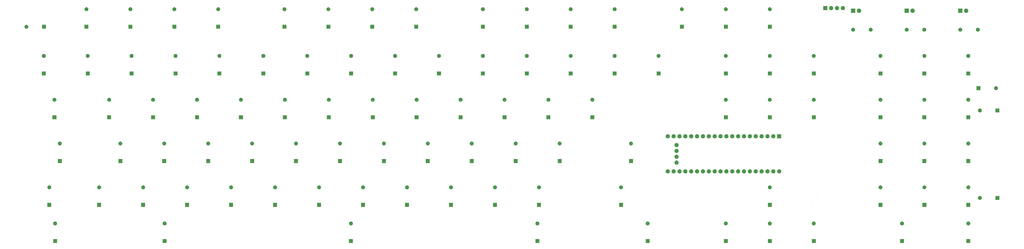
<source format=gbr>
G04 #@! TF.GenerationSoftware,KiCad,Pcbnew,5.1.5+dfsg1-2build2*
G04 #@! TF.CreationDate,2021-12-29T16:38:46+01:00*
G04 #@! TF.ProjectId,ntc-6251-qmk-pcb-rounded,6e74632d-3632-4353-912d-716d6b2d7063,rev?*
G04 #@! TF.SameCoordinates,Original*
G04 #@! TF.FileFunction,Soldermask,Top*
G04 #@! TF.FilePolarity,Negative*
%FSLAX46Y46*%
G04 Gerber Fmt 4.6, Leading zero omitted, Abs format (unit mm)*
G04 Created by KiCad (PCBNEW 5.1.5+dfsg1-2build2) date 2021-12-29 16:38:46*
%MOMM*%
%LPD*%
G04 APERTURE LIST*
%ADD10C,0.010000*%
%ADD11C,0.100000*%
G04 APERTURE END LIST*
D10*
G36*
X386344077Y-141028423D02*
G01*
X386339192Y-141033308D01*
X386334308Y-141028423D01*
X386339192Y-141023539D01*
X386344077Y-141028423D01*
G37*
X386344077Y-141028423D02*
X386339192Y-141033308D01*
X386334308Y-141028423D01*
X386339192Y-141023539D01*
X386344077Y-141028423D01*
G36*
X386676231Y-139299270D02*
G01*
X386671346Y-139304154D01*
X386666462Y-139299270D01*
X386671346Y-139294385D01*
X386676231Y-139299270D01*
G37*
X386676231Y-139299270D02*
X386671346Y-139304154D01*
X386666462Y-139299270D01*
X386671346Y-139294385D01*
X386676231Y-139299270D01*
G36*
X373819923Y-135254808D02*
G01*
X373815039Y-135259693D01*
X373810154Y-135254808D01*
X373815039Y-135249923D01*
X373819923Y-135254808D01*
G37*
X373819923Y-135254808D02*
X373815039Y-135259693D01*
X373810154Y-135254808D01*
X373815039Y-135249923D01*
X373819923Y-135254808D01*
G36*
X383548671Y-144332638D02*
G01*
X383550077Y-144339616D01*
X383544976Y-144352983D01*
X383540308Y-144354847D01*
X383530818Y-144347835D01*
X383530539Y-144345654D01*
X383537640Y-144332423D01*
X383540308Y-144330423D01*
X383548671Y-144332638D01*
G37*
X383548671Y-144332638D02*
X383550077Y-144339616D01*
X383544976Y-144352983D01*
X383540308Y-144354847D01*
X383530818Y-144347835D01*
X383530539Y-144345654D01*
X383537640Y-144332423D01*
X383540308Y-144330423D01*
X383548671Y-144332638D01*
G36*
X384341385Y-142230039D02*
G01*
X384336500Y-142234923D01*
X384331615Y-142230039D01*
X384336500Y-142225154D01*
X384341385Y-142230039D01*
G37*
X384341385Y-142230039D02*
X384336500Y-142234923D01*
X384331615Y-142230039D01*
X384336500Y-142225154D01*
X384341385Y-142230039D01*
G36*
X384761462Y-141477808D02*
G01*
X384756577Y-141482693D01*
X384751692Y-141477808D01*
X384756577Y-141472923D01*
X384761462Y-141477808D01*
G37*
X384761462Y-141477808D02*
X384756577Y-141482693D01*
X384751692Y-141477808D01*
X384756577Y-141472923D01*
X384761462Y-141477808D01*
G36*
X374249769Y-140256654D02*
G01*
X374244885Y-140261539D01*
X374240000Y-140256654D01*
X374244885Y-140251770D01*
X374249769Y-140256654D01*
G37*
X374249769Y-140256654D02*
X374244885Y-140261539D01*
X374240000Y-140256654D01*
X374244885Y-140251770D01*
X374249769Y-140256654D01*
G36*
X378372385Y-141448500D02*
G01*
X378367500Y-141453385D01*
X378362615Y-141448500D01*
X378367500Y-141443616D01*
X378372385Y-141448500D01*
G37*
X378372385Y-141448500D02*
X378367500Y-141453385D01*
X378362615Y-141448500D01*
X378367500Y-141443616D01*
X378372385Y-141448500D01*
D11*
G36*
X366631000Y-160421000D02*
G01*
X364929000Y-160421000D01*
X364929000Y-158719000D01*
X366631000Y-158719000D01*
X366631000Y-160421000D01*
G37*
G36*
X423891000Y-160411000D02*
G01*
X422189000Y-160411000D01*
X422189000Y-158709000D01*
X423891000Y-158709000D01*
X423891000Y-160411000D01*
G37*
G36*
X385681000Y-160411000D02*
G01*
X383979000Y-160411000D01*
X383979000Y-158709000D01*
X385681000Y-158709000D01*
X385681000Y-160411000D01*
G37*
G36*
X313731000Y-160411000D02*
G01*
X312029000Y-160411000D01*
X312029000Y-158709000D01*
X313731000Y-158709000D01*
X313731000Y-160411000D01*
G37*
G36*
X265971000Y-160411000D02*
G01*
X264269000Y-160411000D01*
X264269000Y-158709000D01*
X265971000Y-158709000D01*
X265971000Y-160411000D01*
G37*
G36*
X185251000Y-160411000D02*
G01*
X183549000Y-160411000D01*
X183549000Y-158709000D01*
X185251000Y-158709000D01*
X185251000Y-160411000D01*
G37*
G36*
X347581000Y-160411000D02*
G01*
X345879000Y-160411000D01*
X345879000Y-158709000D01*
X347581000Y-158709000D01*
X347581000Y-160411000D01*
G37*
G36*
X104521000Y-160411000D02*
G01*
X102819000Y-160411000D01*
X102819000Y-158709000D01*
X104521000Y-158709000D01*
X104521000Y-160411000D01*
G37*
G36*
X57101000Y-160411000D02*
G01*
X55399000Y-160411000D01*
X55399000Y-158709000D01*
X57101000Y-158709000D01*
X57101000Y-160411000D01*
G37*
G36*
X452611000Y-160401000D02*
G01*
X450909000Y-160401000D01*
X450909000Y-158699000D01*
X452611000Y-158699000D01*
X452611000Y-160401000D01*
G37*
G36*
X366028228Y-151131703D02*
G01*
X366183100Y-151195853D01*
X366322481Y-151288985D01*
X366441015Y-151407519D01*
X366534147Y-151546900D01*
X366598297Y-151701772D01*
X366631000Y-151866184D01*
X366631000Y-152033816D01*
X366598297Y-152198228D01*
X366534147Y-152353100D01*
X366441015Y-152492481D01*
X366322481Y-152611015D01*
X366183100Y-152704147D01*
X366028228Y-152768297D01*
X365863816Y-152801000D01*
X365696184Y-152801000D01*
X365531772Y-152768297D01*
X365376900Y-152704147D01*
X365237519Y-152611015D01*
X365118985Y-152492481D01*
X365025853Y-152353100D01*
X364961703Y-152198228D01*
X364929000Y-152033816D01*
X364929000Y-151866184D01*
X364961703Y-151701772D01*
X365025853Y-151546900D01*
X365118985Y-151407519D01*
X365237519Y-151288985D01*
X365376900Y-151195853D01*
X365531772Y-151131703D01*
X365696184Y-151099000D01*
X365863816Y-151099000D01*
X366028228Y-151131703D01*
G37*
G36*
X184648228Y-151121703D02*
G01*
X184803100Y-151185853D01*
X184942481Y-151278985D01*
X185061015Y-151397519D01*
X185154147Y-151536900D01*
X185218297Y-151691772D01*
X185251000Y-151856184D01*
X185251000Y-152023816D01*
X185218297Y-152188228D01*
X185154147Y-152343100D01*
X185061015Y-152482481D01*
X184942481Y-152601015D01*
X184803100Y-152694147D01*
X184648228Y-152758297D01*
X184483816Y-152791000D01*
X184316184Y-152791000D01*
X184151772Y-152758297D01*
X183996900Y-152694147D01*
X183857519Y-152601015D01*
X183738985Y-152482481D01*
X183645853Y-152343100D01*
X183581703Y-152188228D01*
X183549000Y-152023816D01*
X183549000Y-151856184D01*
X183581703Y-151691772D01*
X183645853Y-151536900D01*
X183738985Y-151397519D01*
X183857519Y-151278985D01*
X183996900Y-151185853D01*
X184151772Y-151121703D01*
X184316184Y-151089000D01*
X184483816Y-151089000D01*
X184648228Y-151121703D01*
G37*
G36*
X56498228Y-151121703D02*
G01*
X56653100Y-151185853D01*
X56792481Y-151278985D01*
X56911015Y-151397519D01*
X57004147Y-151536900D01*
X57068297Y-151691772D01*
X57101000Y-151856184D01*
X57101000Y-152023816D01*
X57068297Y-152188228D01*
X57004147Y-152343100D01*
X56911015Y-152482481D01*
X56792481Y-152601015D01*
X56653100Y-152694147D01*
X56498228Y-152758297D01*
X56333816Y-152791000D01*
X56166184Y-152791000D01*
X56001772Y-152758297D01*
X55846900Y-152694147D01*
X55707519Y-152601015D01*
X55588985Y-152482481D01*
X55495853Y-152343100D01*
X55431703Y-152188228D01*
X55399000Y-152023816D01*
X55399000Y-151856184D01*
X55431703Y-151691772D01*
X55495853Y-151536900D01*
X55588985Y-151397519D01*
X55707519Y-151278985D01*
X55846900Y-151185853D01*
X56001772Y-151121703D01*
X56166184Y-151089000D01*
X56333816Y-151089000D01*
X56498228Y-151121703D01*
G37*
G36*
X103918228Y-151121703D02*
G01*
X104073100Y-151185853D01*
X104212481Y-151278985D01*
X104331015Y-151397519D01*
X104424147Y-151536900D01*
X104488297Y-151691772D01*
X104521000Y-151856184D01*
X104521000Y-152023816D01*
X104488297Y-152188228D01*
X104424147Y-152343100D01*
X104331015Y-152482481D01*
X104212481Y-152601015D01*
X104073100Y-152694147D01*
X103918228Y-152758297D01*
X103753816Y-152791000D01*
X103586184Y-152791000D01*
X103421772Y-152758297D01*
X103266900Y-152694147D01*
X103127519Y-152601015D01*
X103008985Y-152482481D01*
X102915853Y-152343100D01*
X102851703Y-152188228D01*
X102819000Y-152023816D01*
X102819000Y-151856184D01*
X102851703Y-151691772D01*
X102915853Y-151536900D01*
X103008985Y-151397519D01*
X103127519Y-151278985D01*
X103266900Y-151185853D01*
X103421772Y-151121703D01*
X103586184Y-151089000D01*
X103753816Y-151089000D01*
X103918228Y-151121703D01*
G37*
G36*
X423288228Y-151121703D02*
G01*
X423443100Y-151185853D01*
X423582481Y-151278985D01*
X423701015Y-151397519D01*
X423794147Y-151536900D01*
X423858297Y-151691772D01*
X423891000Y-151856184D01*
X423891000Y-152023816D01*
X423858297Y-152188228D01*
X423794147Y-152343100D01*
X423701015Y-152482481D01*
X423582481Y-152601015D01*
X423443100Y-152694147D01*
X423288228Y-152758297D01*
X423123816Y-152791000D01*
X422956184Y-152791000D01*
X422791772Y-152758297D01*
X422636900Y-152694147D01*
X422497519Y-152601015D01*
X422378985Y-152482481D01*
X422285853Y-152343100D01*
X422221703Y-152188228D01*
X422189000Y-152023816D01*
X422189000Y-151856184D01*
X422221703Y-151691772D01*
X422285853Y-151536900D01*
X422378985Y-151397519D01*
X422497519Y-151278985D01*
X422636900Y-151185853D01*
X422791772Y-151121703D01*
X422956184Y-151089000D01*
X423123816Y-151089000D01*
X423288228Y-151121703D01*
G37*
G36*
X346978228Y-151121703D02*
G01*
X347133100Y-151185853D01*
X347272481Y-151278985D01*
X347391015Y-151397519D01*
X347484147Y-151536900D01*
X347548297Y-151691772D01*
X347581000Y-151856184D01*
X347581000Y-152023816D01*
X347548297Y-152188228D01*
X347484147Y-152343100D01*
X347391015Y-152482481D01*
X347272481Y-152601015D01*
X347133100Y-152694147D01*
X346978228Y-152758297D01*
X346813816Y-152791000D01*
X346646184Y-152791000D01*
X346481772Y-152758297D01*
X346326900Y-152694147D01*
X346187519Y-152601015D01*
X346068985Y-152482481D01*
X345975853Y-152343100D01*
X345911703Y-152188228D01*
X345879000Y-152023816D01*
X345879000Y-151856184D01*
X345911703Y-151691772D01*
X345975853Y-151536900D01*
X346068985Y-151397519D01*
X346187519Y-151278985D01*
X346326900Y-151185853D01*
X346481772Y-151121703D01*
X346646184Y-151089000D01*
X346813816Y-151089000D01*
X346978228Y-151121703D01*
G37*
G36*
X385078228Y-151121703D02*
G01*
X385233100Y-151185853D01*
X385372481Y-151278985D01*
X385491015Y-151397519D01*
X385584147Y-151536900D01*
X385648297Y-151691772D01*
X385681000Y-151856184D01*
X385681000Y-152023816D01*
X385648297Y-152188228D01*
X385584147Y-152343100D01*
X385491015Y-152482481D01*
X385372481Y-152601015D01*
X385233100Y-152694147D01*
X385078228Y-152758297D01*
X384913816Y-152791000D01*
X384746184Y-152791000D01*
X384581772Y-152758297D01*
X384426900Y-152694147D01*
X384287519Y-152601015D01*
X384168985Y-152482481D01*
X384075853Y-152343100D01*
X384011703Y-152188228D01*
X383979000Y-152023816D01*
X383979000Y-151856184D01*
X384011703Y-151691772D01*
X384075853Y-151536900D01*
X384168985Y-151397519D01*
X384287519Y-151278985D01*
X384426900Y-151185853D01*
X384581772Y-151121703D01*
X384746184Y-151089000D01*
X384913816Y-151089000D01*
X385078228Y-151121703D01*
G37*
G36*
X313128228Y-151121703D02*
G01*
X313283100Y-151185853D01*
X313422481Y-151278985D01*
X313541015Y-151397519D01*
X313634147Y-151536900D01*
X313698297Y-151691772D01*
X313731000Y-151856184D01*
X313731000Y-152023816D01*
X313698297Y-152188228D01*
X313634147Y-152343100D01*
X313541015Y-152482481D01*
X313422481Y-152601015D01*
X313283100Y-152694147D01*
X313128228Y-152758297D01*
X312963816Y-152791000D01*
X312796184Y-152791000D01*
X312631772Y-152758297D01*
X312476900Y-152694147D01*
X312337519Y-152601015D01*
X312218985Y-152482481D01*
X312125853Y-152343100D01*
X312061703Y-152188228D01*
X312029000Y-152023816D01*
X312029000Y-151856184D01*
X312061703Y-151691772D01*
X312125853Y-151536900D01*
X312218985Y-151397519D01*
X312337519Y-151278985D01*
X312476900Y-151185853D01*
X312631772Y-151121703D01*
X312796184Y-151089000D01*
X312963816Y-151089000D01*
X313128228Y-151121703D01*
G37*
G36*
X265368228Y-151121703D02*
G01*
X265523100Y-151185853D01*
X265662481Y-151278985D01*
X265781015Y-151397519D01*
X265874147Y-151536900D01*
X265938297Y-151691772D01*
X265971000Y-151856184D01*
X265971000Y-152023816D01*
X265938297Y-152188228D01*
X265874147Y-152343100D01*
X265781015Y-152482481D01*
X265662481Y-152601015D01*
X265523100Y-152694147D01*
X265368228Y-152758297D01*
X265203816Y-152791000D01*
X265036184Y-152791000D01*
X264871772Y-152758297D01*
X264716900Y-152694147D01*
X264577519Y-152601015D01*
X264458985Y-152482481D01*
X264365853Y-152343100D01*
X264301703Y-152188228D01*
X264269000Y-152023816D01*
X264269000Y-151856184D01*
X264301703Y-151691772D01*
X264365853Y-151536900D01*
X264458985Y-151397519D01*
X264577519Y-151278985D01*
X264716900Y-151185853D01*
X264871772Y-151121703D01*
X265036184Y-151089000D01*
X265203816Y-151089000D01*
X265368228Y-151121703D01*
G37*
G36*
X452008228Y-151111703D02*
G01*
X452163100Y-151175853D01*
X452302481Y-151268985D01*
X452421015Y-151387519D01*
X452514147Y-151526900D01*
X452578297Y-151681772D01*
X452611000Y-151846184D01*
X452611000Y-152013816D01*
X452578297Y-152178228D01*
X452514147Y-152333100D01*
X452421015Y-152472481D01*
X452302481Y-152591015D01*
X452163100Y-152684147D01*
X452008228Y-152748297D01*
X451843816Y-152781000D01*
X451676184Y-152781000D01*
X451511772Y-152748297D01*
X451356900Y-152684147D01*
X451217519Y-152591015D01*
X451098985Y-152472481D01*
X451005853Y-152333100D01*
X450941703Y-152178228D01*
X450909000Y-152013816D01*
X450909000Y-151846184D01*
X450941703Y-151681772D01*
X451005853Y-151526900D01*
X451098985Y-151387519D01*
X451217519Y-151268985D01*
X451356900Y-151175853D01*
X451511772Y-151111703D01*
X451676184Y-151079000D01*
X451843816Y-151079000D01*
X452008228Y-151111703D01*
G37*
G36*
X414551000Y-144724220D02*
G01*
X412849000Y-144724220D01*
X412849000Y-143022220D01*
X414551000Y-143022220D01*
X414551000Y-144724220D01*
G37*
G36*
X452621000Y-144724220D02*
G01*
X450919000Y-144724220D01*
X450919000Y-143022220D01*
X452621000Y-143022220D01*
X452621000Y-144724220D01*
G37*
G36*
X54601000Y-144721000D02*
G01*
X52899000Y-144721000D01*
X52899000Y-143019000D01*
X54601000Y-143019000D01*
X54601000Y-144721000D01*
G37*
G36*
X133342000Y-144721000D02*
G01*
X131640000Y-144721000D01*
X131640000Y-143019000D01*
X133342000Y-143019000D01*
X133342000Y-144721000D01*
G37*
G36*
X114295000Y-144721000D02*
G01*
X112593000Y-144721000D01*
X112593000Y-143019000D01*
X114295000Y-143019000D01*
X114295000Y-144721000D01*
G37*
G36*
X366631000Y-144721000D02*
G01*
X364929000Y-144721000D01*
X364929000Y-143019000D01*
X366631000Y-143019000D01*
X366631000Y-144721000D01*
G37*
G36*
X76201000Y-144721000D02*
G01*
X74499000Y-144721000D01*
X74499000Y-143019000D01*
X76201000Y-143019000D01*
X76201000Y-144721000D01*
G37*
G36*
X433591000Y-144721000D02*
G01*
X431889000Y-144721000D01*
X431889000Y-143019000D01*
X433591000Y-143019000D01*
X433591000Y-144721000D01*
G37*
G36*
X247624000Y-144721000D02*
G01*
X245922000Y-144721000D01*
X245922000Y-143019000D01*
X247624000Y-143019000D01*
X247624000Y-144721000D01*
G37*
G36*
X171436000Y-144721000D02*
G01*
X169734000Y-144721000D01*
X169734000Y-143019000D01*
X171436000Y-143019000D01*
X171436000Y-144721000D01*
G37*
G36*
X190483000Y-144721000D02*
G01*
X188781000Y-144721000D01*
X188781000Y-143019000D01*
X190483000Y-143019000D01*
X190483000Y-144721000D01*
G37*
G36*
X209530000Y-144721000D02*
G01*
X207828000Y-144721000D01*
X207828000Y-143019000D01*
X209530000Y-143019000D01*
X209530000Y-144721000D01*
G37*
G36*
X302201000Y-144721000D02*
G01*
X300499000Y-144721000D01*
X300499000Y-143019000D01*
X302201000Y-143019000D01*
X302201000Y-144721000D01*
G37*
G36*
X95248000Y-144721000D02*
G01*
X93546000Y-144721000D01*
X93546000Y-143019000D01*
X95248000Y-143019000D01*
X95248000Y-144721000D01*
G37*
G36*
X228577000Y-144721000D02*
G01*
X226875000Y-144721000D01*
X226875000Y-143019000D01*
X228577000Y-143019000D01*
X228577000Y-144721000D01*
G37*
G36*
X266671000Y-144721000D02*
G01*
X264969000Y-144721000D01*
X264969000Y-143019000D01*
X266671000Y-143019000D01*
X266671000Y-144721000D01*
G37*
G36*
X152389000Y-144721000D02*
G01*
X150687000Y-144721000D01*
X150687000Y-143019000D01*
X152389000Y-143019000D01*
X152389000Y-144721000D01*
G37*
G36*
X465239200Y-141701000D02*
G01*
X463537200Y-141701000D01*
X463537200Y-139999000D01*
X465239200Y-139999000D01*
X465239200Y-141701000D01*
G37*
G36*
X457016428Y-140031703D02*
G01*
X457171300Y-140095853D01*
X457310681Y-140188985D01*
X457429215Y-140307519D01*
X457522347Y-140446900D01*
X457586497Y-140601772D01*
X457619200Y-140766184D01*
X457619200Y-140933816D01*
X457586497Y-141098228D01*
X457522347Y-141253100D01*
X457429215Y-141392481D01*
X457310681Y-141511015D01*
X457171300Y-141604147D01*
X457016428Y-141668297D01*
X456852016Y-141701000D01*
X456684384Y-141701000D01*
X456519972Y-141668297D01*
X456365100Y-141604147D01*
X456225719Y-141511015D01*
X456107185Y-141392481D01*
X456014053Y-141253100D01*
X455949903Y-141098228D01*
X455917200Y-140933816D01*
X455917200Y-140766184D01*
X455949903Y-140601772D01*
X456014053Y-140446900D01*
X456107185Y-140307519D01*
X456225719Y-140188985D01*
X456365100Y-140095853D01*
X456519972Y-140031703D01*
X456684384Y-139999000D01*
X456852016Y-139999000D01*
X457016428Y-140031703D01*
G37*
G36*
X452018228Y-135434923D02*
G01*
X452173100Y-135499073D01*
X452312481Y-135592205D01*
X452431015Y-135710739D01*
X452524147Y-135850120D01*
X452588297Y-136004992D01*
X452621000Y-136169404D01*
X452621000Y-136337036D01*
X452588297Y-136501448D01*
X452524147Y-136656320D01*
X452431015Y-136795701D01*
X452312481Y-136914235D01*
X452173100Y-137007367D01*
X452018228Y-137071517D01*
X451853816Y-137104220D01*
X451686184Y-137104220D01*
X451521772Y-137071517D01*
X451366900Y-137007367D01*
X451227519Y-136914235D01*
X451108985Y-136795701D01*
X451015853Y-136656320D01*
X450951703Y-136501448D01*
X450919000Y-136337036D01*
X450919000Y-136169404D01*
X450951703Y-136004992D01*
X451015853Y-135850120D01*
X451108985Y-135710739D01*
X451227519Y-135592205D01*
X451366900Y-135499073D01*
X451521772Y-135434923D01*
X451686184Y-135402220D01*
X451853816Y-135402220D01*
X452018228Y-135434923D01*
G37*
G36*
X413948228Y-135434923D02*
G01*
X414103100Y-135499073D01*
X414242481Y-135592205D01*
X414361015Y-135710739D01*
X414454147Y-135850120D01*
X414518297Y-136004992D01*
X414551000Y-136169404D01*
X414551000Y-136337036D01*
X414518297Y-136501448D01*
X414454147Y-136656320D01*
X414361015Y-136795701D01*
X414242481Y-136914235D01*
X414103100Y-137007367D01*
X413948228Y-137071517D01*
X413783816Y-137104220D01*
X413616184Y-137104220D01*
X413451772Y-137071517D01*
X413296900Y-137007367D01*
X413157519Y-136914235D01*
X413038985Y-136795701D01*
X412945853Y-136656320D01*
X412881703Y-136501448D01*
X412849000Y-136337036D01*
X412849000Y-136169404D01*
X412881703Y-136004992D01*
X412945853Y-135850120D01*
X413038985Y-135710739D01*
X413157519Y-135592205D01*
X413296900Y-135499073D01*
X413451772Y-135434923D01*
X413616184Y-135402220D01*
X413783816Y-135402220D01*
X413948228Y-135434923D01*
G37*
G36*
X75598228Y-135431703D02*
G01*
X75753100Y-135495853D01*
X75892481Y-135588985D01*
X76011015Y-135707519D01*
X76104147Y-135846900D01*
X76168297Y-136001772D01*
X76201000Y-136166184D01*
X76201000Y-136333816D01*
X76168297Y-136498228D01*
X76104147Y-136653100D01*
X76011015Y-136792481D01*
X75892481Y-136911015D01*
X75753100Y-137004147D01*
X75598228Y-137068297D01*
X75433816Y-137101000D01*
X75266184Y-137101000D01*
X75101772Y-137068297D01*
X74946900Y-137004147D01*
X74807519Y-136911015D01*
X74688985Y-136792481D01*
X74595853Y-136653100D01*
X74531703Y-136498228D01*
X74499000Y-136333816D01*
X74499000Y-136166184D01*
X74531703Y-136001772D01*
X74595853Y-135846900D01*
X74688985Y-135707519D01*
X74807519Y-135588985D01*
X74946900Y-135495853D01*
X75101772Y-135431703D01*
X75266184Y-135399000D01*
X75433816Y-135399000D01*
X75598228Y-135431703D01*
G37*
G36*
X53998228Y-135431703D02*
G01*
X54153100Y-135495853D01*
X54292481Y-135588985D01*
X54411015Y-135707519D01*
X54504147Y-135846900D01*
X54568297Y-136001772D01*
X54601000Y-136166184D01*
X54601000Y-136333816D01*
X54568297Y-136498228D01*
X54504147Y-136653100D01*
X54411015Y-136792481D01*
X54292481Y-136911015D01*
X54153100Y-137004147D01*
X53998228Y-137068297D01*
X53833816Y-137101000D01*
X53666184Y-137101000D01*
X53501772Y-137068297D01*
X53346900Y-137004147D01*
X53207519Y-136911015D01*
X53088985Y-136792481D01*
X52995853Y-136653100D01*
X52931703Y-136498228D01*
X52899000Y-136333816D01*
X52899000Y-136166184D01*
X52931703Y-136001772D01*
X52995853Y-135846900D01*
X53088985Y-135707519D01*
X53207519Y-135588985D01*
X53346900Y-135495853D01*
X53501772Y-135431703D01*
X53666184Y-135399000D01*
X53833816Y-135399000D01*
X53998228Y-135431703D01*
G37*
G36*
X366028228Y-135431703D02*
G01*
X366183100Y-135495853D01*
X366322481Y-135588985D01*
X366441015Y-135707519D01*
X366534147Y-135846900D01*
X366598297Y-136001772D01*
X366631000Y-136166184D01*
X366631000Y-136333816D01*
X366598297Y-136498228D01*
X366534147Y-136653100D01*
X366441015Y-136792481D01*
X366322481Y-136911015D01*
X366183100Y-137004147D01*
X366028228Y-137068297D01*
X365863816Y-137101000D01*
X365696184Y-137101000D01*
X365531772Y-137068297D01*
X365376900Y-137004147D01*
X365237519Y-136911015D01*
X365118985Y-136792481D01*
X365025853Y-136653100D01*
X364961703Y-136498228D01*
X364929000Y-136333816D01*
X364929000Y-136166184D01*
X364961703Y-136001772D01*
X365025853Y-135846900D01*
X365118985Y-135707519D01*
X365237519Y-135588985D01*
X365376900Y-135495853D01*
X365531772Y-135431703D01*
X365696184Y-135399000D01*
X365863816Y-135399000D01*
X366028228Y-135431703D01*
G37*
G36*
X113692228Y-135431703D02*
G01*
X113847100Y-135495853D01*
X113986481Y-135588985D01*
X114105015Y-135707519D01*
X114198147Y-135846900D01*
X114262297Y-136001772D01*
X114295000Y-136166184D01*
X114295000Y-136333816D01*
X114262297Y-136498228D01*
X114198147Y-136653100D01*
X114105015Y-136792481D01*
X113986481Y-136911015D01*
X113847100Y-137004147D01*
X113692228Y-137068297D01*
X113527816Y-137101000D01*
X113360184Y-137101000D01*
X113195772Y-137068297D01*
X113040900Y-137004147D01*
X112901519Y-136911015D01*
X112782985Y-136792481D01*
X112689853Y-136653100D01*
X112625703Y-136498228D01*
X112593000Y-136333816D01*
X112593000Y-136166184D01*
X112625703Y-136001772D01*
X112689853Y-135846900D01*
X112782985Y-135707519D01*
X112901519Y-135588985D01*
X113040900Y-135495853D01*
X113195772Y-135431703D01*
X113360184Y-135399000D01*
X113527816Y-135399000D01*
X113692228Y-135431703D01*
G37*
G36*
X227974228Y-135431703D02*
G01*
X228129100Y-135495853D01*
X228268481Y-135588985D01*
X228387015Y-135707519D01*
X228480147Y-135846900D01*
X228544297Y-136001772D01*
X228577000Y-136166184D01*
X228577000Y-136333816D01*
X228544297Y-136498228D01*
X228480147Y-136653100D01*
X228387015Y-136792481D01*
X228268481Y-136911015D01*
X228129100Y-137004147D01*
X227974228Y-137068297D01*
X227809816Y-137101000D01*
X227642184Y-137101000D01*
X227477772Y-137068297D01*
X227322900Y-137004147D01*
X227183519Y-136911015D01*
X227064985Y-136792481D01*
X226971853Y-136653100D01*
X226907703Y-136498228D01*
X226875000Y-136333816D01*
X226875000Y-136166184D01*
X226907703Y-136001772D01*
X226971853Y-135846900D01*
X227064985Y-135707519D01*
X227183519Y-135588985D01*
X227322900Y-135495853D01*
X227477772Y-135431703D01*
X227642184Y-135399000D01*
X227809816Y-135399000D01*
X227974228Y-135431703D01*
G37*
G36*
X208927228Y-135431703D02*
G01*
X209082100Y-135495853D01*
X209221481Y-135588985D01*
X209340015Y-135707519D01*
X209433147Y-135846900D01*
X209497297Y-136001772D01*
X209530000Y-136166184D01*
X209530000Y-136333816D01*
X209497297Y-136498228D01*
X209433147Y-136653100D01*
X209340015Y-136792481D01*
X209221481Y-136911015D01*
X209082100Y-137004147D01*
X208927228Y-137068297D01*
X208762816Y-137101000D01*
X208595184Y-137101000D01*
X208430772Y-137068297D01*
X208275900Y-137004147D01*
X208136519Y-136911015D01*
X208017985Y-136792481D01*
X207924853Y-136653100D01*
X207860703Y-136498228D01*
X207828000Y-136333816D01*
X207828000Y-136166184D01*
X207860703Y-136001772D01*
X207924853Y-135846900D01*
X208017985Y-135707519D01*
X208136519Y-135588985D01*
X208275900Y-135495853D01*
X208430772Y-135431703D01*
X208595184Y-135399000D01*
X208762816Y-135399000D01*
X208927228Y-135431703D01*
G37*
G36*
X170833228Y-135431703D02*
G01*
X170988100Y-135495853D01*
X171127481Y-135588985D01*
X171246015Y-135707519D01*
X171339147Y-135846900D01*
X171403297Y-136001772D01*
X171436000Y-136166184D01*
X171436000Y-136333816D01*
X171403297Y-136498228D01*
X171339147Y-136653100D01*
X171246015Y-136792481D01*
X171127481Y-136911015D01*
X170988100Y-137004147D01*
X170833228Y-137068297D01*
X170668816Y-137101000D01*
X170501184Y-137101000D01*
X170336772Y-137068297D01*
X170181900Y-137004147D01*
X170042519Y-136911015D01*
X169923985Y-136792481D01*
X169830853Y-136653100D01*
X169766703Y-136498228D01*
X169734000Y-136333816D01*
X169734000Y-136166184D01*
X169766703Y-136001772D01*
X169830853Y-135846900D01*
X169923985Y-135707519D01*
X170042519Y-135588985D01*
X170181900Y-135495853D01*
X170336772Y-135431703D01*
X170501184Y-135399000D01*
X170668816Y-135399000D01*
X170833228Y-135431703D01*
G37*
G36*
X432988228Y-135431703D02*
G01*
X433143100Y-135495853D01*
X433282481Y-135588985D01*
X433401015Y-135707519D01*
X433494147Y-135846900D01*
X433558297Y-136001772D01*
X433591000Y-136166184D01*
X433591000Y-136333816D01*
X433558297Y-136498228D01*
X433494147Y-136653100D01*
X433401015Y-136792481D01*
X433282481Y-136911015D01*
X433143100Y-137004147D01*
X432988228Y-137068297D01*
X432823816Y-137101000D01*
X432656184Y-137101000D01*
X432491772Y-137068297D01*
X432336900Y-137004147D01*
X432197519Y-136911015D01*
X432078985Y-136792481D01*
X431985853Y-136653100D01*
X431921703Y-136498228D01*
X431889000Y-136333816D01*
X431889000Y-136166184D01*
X431921703Y-136001772D01*
X431985853Y-135846900D01*
X432078985Y-135707519D01*
X432197519Y-135588985D01*
X432336900Y-135495853D01*
X432491772Y-135431703D01*
X432656184Y-135399000D01*
X432823816Y-135399000D01*
X432988228Y-135431703D01*
G37*
G36*
X247021228Y-135431703D02*
G01*
X247176100Y-135495853D01*
X247315481Y-135588985D01*
X247434015Y-135707519D01*
X247527147Y-135846900D01*
X247591297Y-136001772D01*
X247624000Y-136166184D01*
X247624000Y-136333816D01*
X247591297Y-136498228D01*
X247527147Y-136653100D01*
X247434015Y-136792481D01*
X247315481Y-136911015D01*
X247176100Y-137004147D01*
X247021228Y-137068297D01*
X246856816Y-137101000D01*
X246689184Y-137101000D01*
X246524772Y-137068297D01*
X246369900Y-137004147D01*
X246230519Y-136911015D01*
X246111985Y-136792481D01*
X246018853Y-136653100D01*
X245954703Y-136498228D01*
X245922000Y-136333816D01*
X245922000Y-136166184D01*
X245954703Y-136001772D01*
X246018853Y-135846900D01*
X246111985Y-135707519D01*
X246230519Y-135588985D01*
X246369900Y-135495853D01*
X246524772Y-135431703D01*
X246689184Y-135399000D01*
X246856816Y-135399000D01*
X247021228Y-135431703D01*
G37*
G36*
X266068228Y-135431703D02*
G01*
X266223100Y-135495853D01*
X266362481Y-135588985D01*
X266481015Y-135707519D01*
X266574147Y-135846900D01*
X266638297Y-136001772D01*
X266671000Y-136166184D01*
X266671000Y-136333816D01*
X266638297Y-136498228D01*
X266574147Y-136653100D01*
X266481015Y-136792481D01*
X266362481Y-136911015D01*
X266223100Y-137004147D01*
X266068228Y-137068297D01*
X265903816Y-137101000D01*
X265736184Y-137101000D01*
X265571772Y-137068297D01*
X265416900Y-137004147D01*
X265277519Y-136911015D01*
X265158985Y-136792481D01*
X265065853Y-136653100D01*
X265001703Y-136498228D01*
X264969000Y-136333816D01*
X264969000Y-136166184D01*
X265001703Y-136001772D01*
X265065853Y-135846900D01*
X265158985Y-135707519D01*
X265277519Y-135588985D01*
X265416900Y-135495853D01*
X265571772Y-135431703D01*
X265736184Y-135399000D01*
X265903816Y-135399000D01*
X266068228Y-135431703D01*
G37*
G36*
X151786228Y-135431703D02*
G01*
X151941100Y-135495853D01*
X152080481Y-135588985D01*
X152199015Y-135707519D01*
X152292147Y-135846900D01*
X152356297Y-136001772D01*
X152389000Y-136166184D01*
X152389000Y-136333816D01*
X152356297Y-136498228D01*
X152292147Y-136653100D01*
X152199015Y-136792481D01*
X152080481Y-136911015D01*
X151941100Y-137004147D01*
X151786228Y-137068297D01*
X151621816Y-137101000D01*
X151454184Y-137101000D01*
X151289772Y-137068297D01*
X151134900Y-137004147D01*
X150995519Y-136911015D01*
X150876985Y-136792481D01*
X150783853Y-136653100D01*
X150719703Y-136498228D01*
X150687000Y-136333816D01*
X150687000Y-136166184D01*
X150719703Y-136001772D01*
X150783853Y-135846900D01*
X150876985Y-135707519D01*
X150995519Y-135588985D01*
X151134900Y-135495853D01*
X151289772Y-135431703D01*
X151454184Y-135399000D01*
X151621816Y-135399000D01*
X151786228Y-135431703D01*
G37*
G36*
X132739228Y-135431703D02*
G01*
X132894100Y-135495853D01*
X133033481Y-135588985D01*
X133152015Y-135707519D01*
X133245147Y-135846900D01*
X133309297Y-136001772D01*
X133342000Y-136166184D01*
X133342000Y-136333816D01*
X133309297Y-136498228D01*
X133245147Y-136653100D01*
X133152015Y-136792481D01*
X133033481Y-136911015D01*
X132894100Y-137004147D01*
X132739228Y-137068297D01*
X132574816Y-137101000D01*
X132407184Y-137101000D01*
X132242772Y-137068297D01*
X132087900Y-137004147D01*
X131948519Y-136911015D01*
X131829985Y-136792481D01*
X131736853Y-136653100D01*
X131672703Y-136498228D01*
X131640000Y-136333816D01*
X131640000Y-136166184D01*
X131672703Y-136001772D01*
X131736853Y-135846900D01*
X131829985Y-135707519D01*
X131948519Y-135588985D01*
X132087900Y-135495853D01*
X132242772Y-135431703D01*
X132407184Y-135399000D01*
X132574816Y-135399000D01*
X132739228Y-135431703D01*
G37*
G36*
X94645228Y-135431703D02*
G01*
X94800100Y-135495853D01*
X94939481Y-135588985D01*
X95058015Y-135707519D01*
X95151147Y-135846900D01*
X95215297Y-136001772D01*
X95248000Y-136166184D01*
X95248000Y-136333816D01*
X95215297Y-136498228D01*
X95151147Y-136653100D01*
X95058015Y-136792481D01*
X94939481Y-136911015D01*
X94800100Y-137004147D01*
X94645228Y-137068297D01*
X94480816Y-137101000D01*
X94313184Y-137101000D01*
X94148772Y-137068297D01*
X93993900Y-137004147D01*
X93854519Y-136911015D01*
X93735985Y-136792481D01*
X93642853Y-136653100D01*
X93578703Y-136498228D01*
X93546000Y-136333816D01*
X93546000Y-136166184D01*
X93578703Y-136001772D01*
X93642853Y-135846900D01*
X93735985Y-135707519D01*
X93854519Y-135588985D01*
X93993900Y-135495853D01*
X94148772Y-135431703D01*
X94313184Y-135399000D01*
X94480816Y-135399000D01*
X94645228Y-135431703D01*
G37*
G36*
X301598228Y-135431703D02*
G01*
X301753100Y-135495853D01*
X301892481Y-135588985D01*
X302011015Y-135707519D01*
X302104147Y-135846900D01*
X302168297Y-136001772D01*
X302201000Y-136166184D01*
X302201000Y-136333816D01*
X302168297Y-136498228D01*
X302104147Y-136653100D01*
X302011015Y-136792481D01*
X301892481Y-136911015D01*
X301753100Y-137004147D01*
X301598228Y-137068297D01*
X301433816Y-137101000D01*
X301266184Y-137101000D01*
X301101772Y-137068297D01*
X300946900Y-137004147D01*
X300807519Y-136911015D01*
X300688985Y-136792481D01*
X300595853Y-136653100D01*
X300531703Y-136498228D01*
X300499000Y-136333816D01*
X300499000Y-136166184D01*
X300531703Y-136001772D01*
X300595853Y-135846900D01*
X300688985Y-135707519D01*
X300807519Y-135588985D01*
X300946900Y-135495853D01*
X301101772Y-135431703D01*
X301266184Y-135399000D01*
X301433816Y-135399000D01*
X301598228Y-135431703D01*
G37*
G36*
X189880228Y-135431703D02*
G01*
X190035100Y-135495853D01*
X190174481Y-135588985D01*
X190293015Y-135707519D01*
X190386147Y-135846900D01*
X190450297Y-136001772D01*
X190483000Y-136166184D01*
X190483000Y-136333816D01*
X190450297Y-136498228D01*
X190386147Y-136653100D01*
X190293015Y-136792481D01*
X190174481Y-136911015D01*
X190035100Y-137004147D01*
X189880228Y-137068297D01*
X189715816Y-137101000D01*
X189548184Y-137101000D01*
X189383772Y-137068297D01*
X189228900Y-137004147D01*
X189089519Y-136911015D01*
X188970985Y-136792481D01*
X188877853Y-136653100D01*
X188813703Y-136498228D01*
X188781000Y-136333816D01*
X188781000Y-136166184D01*
X188813703Y-136001772D01*
X188877853Y-135846900D01*
X188970985Y-135707519D01*
X189089519Y-135588985D01*
X189228900Y-135495853D01*
X189383772Y-135431703D01*
X189548184Y-135399000D01*
X189715816Y-135399000D01*
X189880228Y-135431703D01*
G37*
G36*
X331863512Y-128413927D02*
G01*
X332012812Y-128443624D01*
X332176784Y-128511544D01*
X332324354Y-128610147D01*
X332449853Y-128735646D01*
X332548456Y-128883216D01*
X332616376Y-129047188D01*
X332651000Y-129221259D01*
X332651000Y-129398741D01*
X332616376Y-129572812D01*
X332548456Y-129736784D01*
X332449853Y-129884354D01*
X332324354Y-130009853D01*
X332176784Y-130108456D01*
X332012812Y-130176376D01*
X331863512Y-130206073D01*
X331838742Y-130211000D01*
X331661258Y-130211000D01*
X331636488Y-130206073D01*
X331487188Y-130176376D01*
X331323216Y-130108456D01*
X331175646Y-130009853D01*
X331050147Y-129884354D01*
X330951544Y-129736784D01*
X330883624Y-129572812D01*
X330849000Y-129398741D01*
X330849000Y-129221259D01*
X330883624Y-129047188D01*
X330951544Y-128883216D01*
X331050147Y-128735646D01*
X331175646Y-128610147D01*
X331323216Y-128511544D01*
X331487188Y-128443624D01*
X331636488Y-128413927D01*
X331661258Y-128409000D01*
X331838742Y-128409000D01*
X331863512Y-128413927D01*
G37*
G36*
X329323512Y-128413927D02*
G01*
X329472812Y-128443624D01*
X329636784Y-128511544D01*
X329784354Y-128610147D01*
X329909853Y-128735646D01*
X330008456Y-128883216D01*
X330076376Y-129047188D01*
X330111000Y-129221259D01*
X330111000Y-129398741D01*
X330076376Y-129572812D01*
X330008456Y-129736784D01*
X329909853Y-129884354D01*
X329784354Y-130009853D01*
X329636784Y-130108456D01*
X329472812Y-130176376D01*
X329323512Y-130206073D01*
X329298742Y-130211000D01*
X329121258Y-130211000D01*
X329096488Y-130206073D01*
X328947188Y-130176376D01*
X328783216Y-130108456D01*
X328635646Y-130009853D01*
X328510147Y-129884354D01*
X328411544Y-129736784D01*
X328343624Y-129572812D01*
X328309000Y-129398741D01*
X328309000Y-129221259D01*
X328343624Y-129047188D01*
X328411544Y-128883216D01*
X328510147Y-128735646D01*
X328635646Y-128610147D01*
X328783216Y-128511544D01*
X328947188Y-128443624D01*
X329096488Y-128413927D01*
X329121258Y-128409000D01*
X329298742Y-128409000D01*
X329323512Y-128413927D01*
G37*
G36*
X326783512Y-128413927D02*
G01*
X326932812Y-128443624D01*
X327096784Y-128511544D01*
X327244354Y-128610147D01*
X327369853Y-128735646D01*
X327468456Y-128883216D01*
X327536376Y-129047188D01*
X327571000Y-129221259D01*
X327571000Y-129398741D01*
X327536376Y-129572812D01*
X327468456Y-129736784D01*
X327369853Y-129884354D01*
X327244354Y-130009853D01*
X327096784Y-130108456D01*
X326932812Y-130176376D01*
X326783512Y-130206073D01*
X326758742Y-130211000D01*
X326581258Y-130211000D01*
X326556488Y-130206073D01*
X326407188Y-130176376D01*
X326243216Y-130108456D01*
X326095646Y-130009853D01*
X325970147Y-129884354D01*
X325871544Y-129736784D01*
X325803624Y-129572812D01*
X325769000Y-129398741D01*
X325769000Y-129221259D01*
X325803624Y-129047188D01*
X325871544Y-128883216D01*
X325970147Y-128735646D01*
X326095646Y-128610147D01*
X326243216Y-128511544D01*
X326407188Y-128443624D01*
X326556488Y-128413927D01*
X326581258Y-128409000D01*
X326758742Y-128409000D01*
X326783512Y-128413927D01*
G37*
G36*
X324243512Y-128413927D02*
G01*
X324392812Y-128443624D01*
X324556784Y-128511544D01*
X324704354Y-128610147D01*
X324829853Y-128735646D01*
X324928456Y-128883216D01*
X324996376Y-129047188D01*
X325031000Y-129221259D01*
X325031000Y-129398741D01*
X324996376Y-129572812D01*
X324928456Y-129736784D01*
X324829853Y-129884354D01*
X324704354Y-130009853D01*
X324556784Y-130108456D01*
X324392812Y-130176376D01*
X324243512Y-130206073D01*
X324218742Y-130211000D01*
X324041258Y-130211000D01*
X324016488Y-130206073D01*
X323867188Y-130176376D01*
X323703216Y-130108456D01*
X323555646Y-130009853D01*
X323430147Y-129884354D01*
X323331544Y-129736784D01*
X323263624Y-129572812D01*
X323229000Y-129398741D01*
X323229000Y-129221259D01*
X323263624Y-129047188D01*
X323331544Y-128883216D01*
X323430147Y-128735646D01*
X323555646Y-128610147D01*
X323703216Y-128511544D01*
X323867188Y-128443624D01*
X324016488Y-128413927D01*
X324041258Y-128409000D01*
X324218742Y-128409000D01*
X324243512Y-128413927D01*
G37*
G36*
X321703512Y-128413927D02*
G01*
X321852812Y-128443624D01*
X322016784Y-128511544D01*
X322164354Y-128610147D01*
X322289853Y-128735646D01*
X322388456Y-128883216D01*
X322456376Y-129047188D01*
X322491000Y-129221259D01*
X322491000Y-129398741D01*
X322456376Y-129572812D01*
X322388456Y-129736784D01*
X322289853Y-129884354D01*
X322164354Y-130009853D01*
X322016784Y-130108456D01*
X321852812Y-130176376D01*
X321703512Y-130206073D01*
X321678742Y-130211000D01*
X321501258Y-130211000D01*
X321476488Y-130206073D01*
X321327188Y-130176376D01*
X321163216Y-130108456D01*
X321015646Y-130009853D01*
X320890147Y-129884354D01*
X320791544Y-129736784D01*
X320723624Y-129572812D01*
X320689000Y-129398741D01*
X320689000Y-129221259D01*
X320723624Y-129047188D01*
X320791544Y-128883216D01*
X320890147Y-128735646D01*
X321015646Y-128610147D01*
X321163216Y-128511544D01*
X321327188Y-128443624D01*
X321476488Y-128413927D01*
X321501258Y-128409000D01*
X321678742Y-128409000D01*
X321703512Y-128413927D01*
G37*
G36*
X367423512Y-128413927D02*
G01*
X367572812Y-128443624D01*
X367736784Y-128511544D01*
X367884354Y-128610147D01*
X368009853Y-128735646D01*
X368108456Y-128883216D01*
X368176376Y-129047188D01*
X368211000Y-129221259D01*
X368211000Y-129398741D01*
X368176376Y-129572812D01*
X368108456Y-129736784D01*
X368009853Y-129884354D01*
X367884354Y-130009853D01*
X367736784Y-130108456D01*
X367572812Y-130176376D01*
X367423512Y-130206073D01*
X367398742Y-130211000D01*
X367221258Y-130211000D01*
X367196488Y-130206073D01*
X367047188Y-130176376D01*
X366883216Y-130108456D01*
X366735646Y-130009853D01*
X366610147Y-129884354D01*
X366511544Y-129736784D01*
X366443624Y-129572812D01*
X366409000Y-129398741D01*
X366409000Y-129221259D01*
X366443624Y-129047188D01*
X366511544Y-128883216D01*
X366610147Y-128735646D01*
X366735646Y-128610147D01*
X366883216Y-128511544D01*
X367047188Y-128443624D01*
X367196488Y-128413927D01*
X367221258Y-128409000D01*
X367398742Y-128409000D01*
X367423512Y-128413927D01*
G37*
G36*
X369963512Y-128413927D02*
G01*
X370112812Y-128443624D01*
X370276784Y-128511544D01*
X370424354Y-128610147D01*
X370549853Y-128735646D01*
X370648456Y-128883216D01*
X370716376Y-129047188D01*
X370751000Y-129221259D01*
X370751000Y-129398741D01*
X370716376Y-129572812D01*
X370648456Y-129736784D01*
X370549853Y-129884354D01*
X370424354Y-130009853D01*
X370276784Y-130108456D01*
X370112812Y-130176376D01*
X369963512Y-130206073D01*
X369938742Y-130211000D01*
X369761258Y-130211000D01*
X369736488Y-130206073D01*
X369587188Y-130176376D01*
X369423216Y-130108456D01*
X369275646Y-130009853D01*
X369150147Y-129884354D01*
X369051544Y-129736784D01*
X368983624Y-129572812D01*
X368949000Y-129398741D01*
X368949000Y-129221259D01*
X368983624Y-129047188D01*
X369051544Y-128883216D01*
X369150147Y-128735646D01*
X369275646Y-128610147D01*
X369423216Y-128511544D01*
X369587188Y-128443624D01*
X369736488Y-128413927D01*
X369761258Y-128409000D01*
X369938742Y-128409000D01*
X369963512Y-128413927D01*
G37*
G36*
X359803512Y-128413927D02*
G01*
X359952812Y-128443624D01*
X360116784Y-128511544D01*
X360264354Y-128610147D01*
X360389853Y-128735646D01*
X360488456Y-128883216D01*
X360556376Y-129047188D01*
X360591000Y-129221259D01*
X360591000Y-129398741D01*
X360556376Y-129572812D01*
X360488456Y-129736784D01*
X360389853Y-129884354D01*
X360264354Y-130009853D01*
X360116784Y-130108456D01*
X359952812Y-130176376D01*
X359803512Y-130206073D01*
X359778742Y-130211000D01*
X359601258Y-130211000D01*
X359576488Y-130206073D01*
X359427188Y-130176376D01*
X359263216Y-130108456D01*
X359115646Y-130009853D01*
X358990147Y-129884354D01*
X358891544Y-129736784D01*
X358823624Y-129572812D01*
X358789000Y-129398741D01*
X358789000Y-129221259D01*
X358823624Y-129047188D01*
X358891544Y-128883216D01*
X358990147Y-128735646D01*
X359115646Y-128610147D01*
X359263216Y-128511544D01*
X359427188Y-128443624D01*
X359576488Y-128413927D01*
X359601258Y-128409000D01*
X359778742Y-128409000D01*
X359803512Y-128413927D01*
G37*
G36*
X362343512Y-128413927D02*
G01*
X362492812Y-128443624D01*
X362656784Y-128511544D01*
X362804354Y-128610147D01*
X362929853Y-128735646D01*
X363028456Y-128883216D01*
X363096376Y-129047188D01*
X363131000Y-129221259D01*
X363131000Y-129398741D01*
X363096376Y-129572812D01*
X363028456Y-129736784D01*
X362929853Y-129884354D01*
X362804354Y-130009853D01*
X362656784Y-130108456D01*
X362492812Y-130176376D01*
X362343512Y-130206073D01*
X362318742Y-130211000D01*
X362141258Y-130211000D01*
X362116488Y-130206073D01*
X361967188Y-130176376D01*
X361803216Y-130108456D01*
X361655646Y-130009853D01*
X361530147Y-129884354D01*
X361431544Y-129736784D01*
X361363624Y-129572812D01*
X361329000Y-129398741D01*
X361329000Y-129221259D01*
X361363624Y-129047188D01*
X361431544Y-128883216D01*
X361530147Y-128735646D01*
X361655646Y-128610147D01*
X361803216Y-128511544D01*
X361967188Y-128443624D01*
X362116488Y-128413927D01*
X362141258Y-128409000D01*
X362318742Y-128409000D01*
X362343512Y-128413927D01*
G37*
G36*
X364883512Y-128413927D02*
G01*
X365032812Y-128443624D01*
X365196784Y-128511544D01*
X365344354Y-128610147D01*
X365469853Y-128735646D01*
X365568456Y-128883216D01*
X365636376Y-129047188D01*
X365671000Y-129221259D01*
X365671000Y-129398741D01*
X365636376Y-129572812D01*
X365568456Y-129736784D01*
X365469853Y-129884354D01*
X365344354Y-130009853D01*
X365196784Y-130108456D01*
X365032812Y-130176376D01*
X364883512Y-130206073D01*
X364858742Y-130211000D01*
X364681258Y-130211000D01*
X364656488Y-130206073D01*
X364507188Y-130176376D01*
X364343216Y-130108456D01*
X364195646Y-130009853D01*
X364070147Y-129884354D01*
X363971544Y-129736784D01*
X363903624Y-129572812D01*
X363869000Y-129398741D01*
X363869000Y-129221259D01*
X363903624Y-129047188D01*
X363971544Y-128883216D01*
X364070147Y-128735646D01*
X364195646Y-128610147D01*
X364343216Y-128511544D01*
X364507188Y-128443624D01*
X364656488Y-128413927D01*
X364681258Y-128409000D01*
X364858742Y-128409000D01*
X364883512Y-128413927D01*
G37*
G36*
X336943512Y-128413927D02*
G01*
X337092812Y-128443624D01*
X337256784Y-128511544D01*
X337404354Y-128610147D01*
X337529853Y-128735646D01*
X337628456Y-128883216D01*
X337696376Y-129047188D01*
X337731000Y-129221259D01*
X337731000Y-129398741D01*
X337696376Y-129572812D01*
X337628456Y-129736784D01*
X337529853Y-129884354D01*
X337404354Y-130009853D01*
X337256784Y-130108456D01*
X337092812Y-130176376D01*
X336943512Y-130206073D01*
X336918742Y-130211000D01*
X336741258Y-130211000D01*
X336716488Y-130206073D01*
X336567188Y-130176376D01*
X336403216Y-130108456D01*
X336255646Y-130009853D01*
X336130147Y-129884354D01*
X336031544Y-129736784D01*
X335963624Y-129572812D01*
X335929000Y-129398741D01*
X335929000Y-129221259D01*
X335963624Y-129047188D01*
X336031544Y-128883216D01*
X336130147Y-128735646D01*
X336255646Y-128610147D01*
X336403216Y-128511544D01*
X336567188Y-128443624D01*
X336716488Y-128413927D01*
X336741258Y-128409000D01*
X336918742Y-128409000D01*
X336943512Y-128413927D01*
G37*
G36*
X334403512Y-128413927D02*
G01*
X334552812Y-128443624D01*
X334716784Y-128511544D01*
X334864354Y-128610147D01*
X334989853Y-128735646D01*
X335088456Y-128883216D01*
X335156376Y-129047188D01*
X335191000Y-129221259D01*
X335191000Y-129398741D01*
X335156376Y-129572812D01*
X335088456Y-129736784D01*
X334989853Y-129884354D01*
X334864354Y-130009853D01*
X334716784Y-130108456D01*
X334552812Y-130176376D01*
X334403512Y-130206073D01*
X334378742Y-130211000D01*
X334201258Y-130211000D01*
X334176488Y-130206073D01*
X334027188Y-130176376D01*
X333863216Y-130108456D01*
X333715646Y-130009853D01*
X333590147Y-129884354D01*
X333491544Y-129736784D01*
X333423624Y-129572812D01*
X333389000Y-129398741D01*
X333389000Y-129221259D01*
X333423624Y-129047188D01*
X333491544Y-128883216D01*
X333590147Y-128735646D01*
X333715646Y-128610147D01*
X333863216Y-128511544D01*
X334027188Y-128443624D01*
X334176488Y-128413927D01*
X334201258Y-128409000D01*
X334378742Y-128409000D01*
X334403512Y-128413927D01*
G37*
G36*
X344563512Y-128413927D02*
G01*
X344712812Y-128443624D01*
X344876784Y-128511544D01*
X345024354Y-128610147D01*
X345149853Y-128735646D01*
X345248456Y-128883216D01*
X345316376Y-129047188D01*
X345351000Y-129221259D01*
X345351000Y-129398741D01*
X345316376Y-129572812D01*
X345248456Y-129736784D01*
X345149853Y-129884354D01*
X345024354Y-130009853D01*
X344876784Y-130108456D01*
X344712812Y-130176376D01*
X344563512Y-130206073D01*
X344538742Y-130211000D01*
X344361258Y-130211000D01*
X344336488Y-130206073D01*
X344187188Y-130176376D01*
X344023216Y-130108456D01*
X343875646Y-130009853D01*
X343750147Y-129884354D01*
X343651544Y-129736784D01*
X343583624Y-129572812D01*
X343549000Y-129398741D01*
X343549000Y-129221259D01*
X343583624Y-129047188D01*
X343651544Y-128883216D01*
X343750147Y-128735646D01*
X343875646Y-128610147D01*
X344023216Y-128511544D01*
X344187188Y-128443624D01*
X344336488Y-128413927D01*
X344361258Y-128409000D01*
X344538742Y-128409000D01*
X344563512Y-128413927D01*
G37*
G36*
X354723512Y-128413927D02*
G01*
X354872812Y-128443624D01*
X355036784Y-128511544D01*
X355184354Y-128610147D01*
X355309853Y-128735646D01*
X355408456Y-128883216D01*
X355476376Y-129047188D01*
X355511000Y-129221259D01*
X355511000Y-129398741D01*
X355476376Y-129572812D01*
X355408456Y-129736784D01*
X355309853Y-129884354D01*
X355184354Y-130009853D01*
X355036784Y-130108456D01*
X354872812Y-130176376D01*
X354723512Y-130206073D01*
X354698742Y-130211000D01*
X354521258Y-130211000D01*
X354496488Y-130206073D01*
X354347188Y-130176376D01*
X354183216Y-130108456D01*
X354035646Y-130009853D01*
X353910147Y-129884354D01*
X353811544Y-129736784D01*
X353743624Y-129572812D01*
X353709000Y-129398741D01*
X353709000Y-129221259D01*
X353743624Y-129047188D01*
X353811544Y-128883216D01*
X353910147Y-128735646D01*
X354035646Y-128610147D01*
X354183216Y-128511544D01*
X354347188Y-128443624D01*
X354496488Y-128413927D01*
X354521258Y-128409000D01*
X354698742Y-128409000D01*
X354723512Y-128413927D01*
G37*
G36*
X352183512Y-128413927D02*
G01*
X352332812Y-128443624D01*
X352496784Y-128511544D01*
X352644354Y-128610147D01*
X352769853Y-128735646D01*
X352868456Y-128883216D01*
X352936376Y-129047188D01*
X352971000Y-129221259D01*
X352971000Y-129398741D01*
X352936376Y-129572812D01*
X352868456Y-129736784D01*
X352769853Y-129884354D01*
X352644354Y-130009853D01*
X352496784Y-130108456D01*
X352332812Y-130176376D01*
X352183512Y-130206073D01*
X352158742Y-130211000D01*
X351981258Y-130211000D01*
X351956488Y-130206073D01*
X351807188Y-130176376D01*
X351643216Y-130108456D01*
X351495646Y-130009853D01*
X351370147Y-129884354D01*
X351271544Y-129736784D01*
X351203624Y-129572812D01*
X351169000Y-129398741D01*
X351169000Y-129221259D01*
X351203624Y-129047188D01*
X351271544Y-128883216D01*
X351370147Y-128735646D01*
X351495646Y-128610147D01*
X351643216Y-128511544D01*
X351807188Y-128443624D01*
X351956488Y-128413927D01*
X351981258Y-128409000D01*
X352158742Y-128409000D01*
X352183512Y-128413927D01*
G37*
G36*
X349643512Y-128413927D02*
G01*
X349792812Y-128443624D01*
X349956784Y-128511544D01*
X350104354Y-128610147D01*
X350229853Y-128735646D01*
X350328456Y-128883216D01*
X350396376Y-129047188D01*
X350431000Y-129221259D01*
X350431000Y-129398741D01*
X350396376Y-129572812D01*
X350328456Y-129736784D01*
X350229853Y-129884354D01*
X350104354Y-130009853D01*
X349956784Y-130108456D01*
X349792812Y-130176376D01*
X349643512Y-130206073D01*
X349618742Y-130211000D01*
X349441258Y-130211000D01*
X349416488Y-130206073D01*
X349267188Y-130176376D01*
X349103216Y-130108456D01*
X348955646Y-130009853D01*
X348830147Y-129884354D01*
X348731544Y-129736784D01*
X348663624Y-129572812D01*
X348629000Y-129398741D01*
X348629000Y-129221259D01*
X348663624Y-129047188D01*
X348731544Y-128883216D01*
X348830147Y-128735646D01*
X348955646Y-128610147D01*
X349103216Y-128511544D01*
X349267188Y-128443624D01*
X349416488Y-128413927D01*
X349441258Y-128409000D01*
X349618742Y-128409000D01*
X349643512Y-128413927D01*
G37*
G36*
X347103512Y-128413927D02*
G01*
X347252812Y-128443624D01*
X347416784Y-128511544D01*
X347564354Y-128610147D01*
X347689853Y-128735646D01*
X347788456Y-128883216D01*
X347856376Y-129047188D01*
X347891000Y-129221259D01*
X347891000Y-129398741D01*
X347856376Y-129572812D01*
X347788456Y-129736784D01*
X347689853Y-129884354D01*
X347564354Y-130009853D01*
X347416784Y-130108456D01*
X347252812Y-130176376D01*
X347103512Y-130206073D01*
X347078742Y-130211000D01*
X346901258Y-130211000D01*
X346876488Y-130206073D01*
X346727188Y-130176376D01*
X346563216Y-130108456D01*
X346415646Y-130009853D01*
X346290147Y-129884354D01*
X346191544Y-129736784D01*
X346123624Y-129572812D01*
X346089000Y-129398741D01*
X346089000Y-129221259D01*
X346123624Y-129047188D01*
X346191544Y-128883216D01*
X346290147Y-128735646D01*
X346415646Y-128610147D01*
X346563216Y-128511544D01*
X346727188Y-128443624D01*
X346876488Y-128413927D01*
X346901258Y-128409000D01*
X347078742Y-128409000D01*
X347103512Y-128413927D01*
G37*
G36*
X342023512Y-128413927D02*
G01*
X342172812Y-128443624D01*
X342336784Y-128511544D01*
X342484354Y-128610147D01*
X342609853Y-128735646D01*
X342708456Y-128883216D01*
X342776376Y-129047188D01*
X342811000Y-129221259D01*
X342811000Y-129398741D01*
X342776376Y-129572812D01*
X342708456Y-129736784D01*
X342609853Y-129884354D01*
X342484354Y-130009853D01*
X342336784Y-130108456D01*
X342172812Y-130176376D01*
X342023512Y-130206073D01*
X341998742Y-130211000D01*
X341821258Y-130211000D01*
X341796488Y-130206073D01*
X341647188Y-130176376D01*
X341483216Y-130108456D01*
X341335646Y-130009853D01*
X341210147Y-129884354D01*
X341111544Y-129736784D01*
X341043624Y-129572812D01*
X341009000Y-129398741D01*
X341009000Y-129221259D01*
X341043624Y-129047188D01*
X341111544Y-128883216D01*
X341210147Y-128735646D01*
X341335646Y-128610147D01*
X341483216Y-128511544D01*
X341647188Y-128443624D01*
X341796488Y-128413927D01*
X341821258Y-128409000D01*
X341998742Y-128409000D01*
X342023512Y-128413927D01*
G37*
G36*
X339483512Y-128413927D02*
G01*
X339632812Y-128443624D01*
X339796784Y-128511544D01*
X339944354Y-128610147D01*
X340069853Y-128735646D01*
X340168456Y-128883216D01*
X340236376Y-129047188D01*
X340271000Y-129221259D01*
X340271000Y-129398741D01*
X340236376Y-129572812D01*
X340168456Y-129736784D01*
X340069853Y-129884354D01*
X339944354Y-130009853D01*
X339796784Y-130108456D01*
X339632812Y-130176376D01*
X339483512Y-130206073D01*
X339458742Y-130211000D01*
X339281258Y-130211000D01*
X339256488Y-130206073D01*
X339107188Y-130176376D01*
X338943216Y-130108456D01*
X338795646Y-130009853D01*
X338670147Y-129884354D01*
X338571544Y-129736784D01*
X338503624Y-129572812D01*
X338469000Y-129398741D01*
X338469000Y-129221259D01*
X338503624Y-129047188D01*
X338571544Y-128883216D01*
X338670147Y-128735646D01*
X338795646Y-128610147D01*
X338943216Y-128511544D01*
X339107188Y-128443624D01*
X339256488Y-128413927D01*
X339281258Y-128409000D01*
X339458742Y-128409000D01*
X339483512Y-128413927D01*
G37*
G36*
X357263512Y-128413927D02*
G01*
X357412812Y-128443624D01*
X357576784Y-128511544D01*
X357724354Y-128610147D01*
X357849853Y-128735646D01*
X357948456Y-128883216D01*
X358016376Y-129047188D01*
X358051000Y-129221259D01*
X358051000Y-129398741D01*
X358016376Y-129572812D01*
X357948456Y-129736784D01*
X357849853Y-129884354D01*
X357724354Y-130009853D01*
X357576784Y-130108456D01*
X357412812Y-130176376D01*
X357263512Y-130206073D01*
X357238742Y-130211000D01*
X357061258Y-130211000D01*
X357036488Y-130206073D01*
X356887188Y-130176376D01*
X356723216Y-130108456D01*
X356575646Y-130009853D01*
X356450147Y-129884354D01*
X356351544Y-129736784D01*
X356283624Y-129572812D01*
X356249000Y-129398741D01*
X356249000Y-129221259D01*
X356283624Y-129047188D01*
X356351544Y-128883216D01*
X356450147Y-128735646D01*
X356575646Y-128610147D01*
X356723216Y-128511544D01*
X356887188Y-128443624D01*
X357036488Y-128413927D01*
X357061258Y-128409000D01*
X357238742Y-128409000D01*
X357263512Y-128413927D01*
G37*
G36*
X325514512Y-124605927D02*
G01*
X325663812Y-124635624D01*
X325827784Y-124703544D01*
X325975354Y-124802147D01*
X326100853Y-124927646D01*
X326199456Y-125075216D01*
X326267376Y-125239188D01*
X326302000Y-125413259D01*
X326302000Y-125590741D01*
X326267376Y-125764812D01*
X326199456Y-125928784D01*
X326100853Y-126076354D01*
X325975354Y-126201853D01*
X325827784Y-126300456D01*
X325663812Y-126368376D01*
X325514512Y-126398073D01*
X325489742Y-126403000D01*
X325312258Y-126403000D01*
X325287488Y-126398073D01*
X325138188Y-126368376D01*
X324974216Y-126300456D01*
X324826646Y-126201853D01*
X324701147Y-126076354D01*
X324602544Y-125928784D01*
X324534624Y-125764812D01*
X324500000Y-125590741D01*
X324500000Y-125413259D01*
X324534624Y-125239188D01*
X324602544Y-125075216D01*
X324701147Y-124927646D01*
X324826646Y-124802147D01*
X324974216Y-124703544D01*
X325138188Y-124635624D01*
X325287488Y-124605927D01*
X325312258Y-124601000D01*
X325489742Y-124601000D01*
X325514512Y-124605927D01*
G37*
G36*
X218524331Y-125671000D02*
G01*
X216822331Y-125671000D01*
X216822331Y-123969000D01*
X218524331Y-123969000D01*
X218524331Y-125671000D01*
G37*
G36*
X104384333Y-125671000D02*
G01*
X102682333Y-125671000D01*
X102682333Y-123969000D01*
X104384333Y-123969000D01*
X104384333Y-125671000D01*
G37*
G36*
X85361000Y-125671000D02*
G01*
X83659000Y-125671000D01*
X83659000Y-123969000D01*
X85361000Y-123969000D01*
X85361000Y-125671000D01*
G37*
G36*
X59131000Y-125671000D02*
G01*
X57429000Y-125671000D01*
X57429000Y-123969000D01*
X59131000Y-123969000D01*
X59131000Y-125671000D01*
G37*
G36*
X199500998Y-125671000D02*
G01*
X197798998Y-125671000D01*
X197798998Y-123969000D01*
X199500998Y-123969000D01*
X199500998Y-125671000D01*
G37*
G36*
X142430999Y-125671000D02*
G01*
X140728999Y-125671000D01*
X140728999Y-123969000D01*
X142430999Y-123969000D01*
X142430999Y-125671000D01*
G37*
G36*
X123407666Y-125671000D02*
G01*
X121705666Y-125671000D01*
X121705666Y-123969000D01*
X123407666Y-123969000D01*
X123407666Y-125671000D01*
G37*
G36*
X180477665Y-125671000D02*
G01*
X178775665Y-125671000D01*
X178775665Y-123969000D01*
X180477665Y-123969000D01*
X180477665Y-125671000D01*
G37*
G36*
X256571000Y-125671000D02*
G01*
X254869000Y-125671000D01*
X254869000Y-123969000D01*
X256571000Y-123969000D01*
X256571000Y-125671000D01*
G37*
G36*
X275611000Y-125671000D02*
G01*
X273909000Y-125671000D01*
X273909000Y-123969000D01*
X275611000Y-123969000D01*
X275611000Y-125671000D01*
G37*
G36*
X306521000Y-125671000D02*
G01*
X304819000Y-125671000D01*
X304819000Y-123969000D01*
X306521000Y-123969000D01*
X306521000Y-125671000D01*
G37*
G36*
X161454332Y-125671000D02*
G01*
X159752332Y-125671000D01*
X159752332Y-123969000D01*
X161454332Y-123969000D01*
X161454332Y-125671000D01*
G37*
G36*
X414551000Y-125671000D02*
G01*
X412849000Y-125671000D01*
X412849000Y-123969000D01*
X414551000Y-123969000D01*
X414551000Y-125671000D01*
G37*
G36*
X433581000Y-125671000D02*
G01*
X431879000Y-125671000D01*
X431879000Y-123969000D01*
X433581000Y-123969000D01*
X433581000Y-125671000D01*
G37*
G36*
X452601000Y-125671000D02*
G01*
X450899000Y-125671000D01*
X450899000Y-123969000D01*
X452601000Y-123969000D01*
X452601000Y-125671000D01*
G37*
G36*
X237547664Y-125671000D02*
G01*
X235845664Y-125671000D01*
X235845664Y-123969000D01*
X237547664Y-123969000D01*
X237547664Y-125671000D01*
G37*
G36*
X325514512Y-122065927D02*
G01*
X325663812Y-122095624D01*
X325827784Y-122163544D01*
X325975354Y-122262147D01*
X326100853Y-122387646D01*
X326199456Y-122535216D01*
X326267376Y-122699188D01*
X326302000Y-122873259D01*
X326302000Y-123050741D01*
X326267376Y-123224812D01*
X326199456Y-123388784D01*
X326100853Y-123536354D01*
X325975354Y-123661853D01*
X325827784Y-123760456D01*
X325663812Y-123828376D01*
X325514512Y-123858073D01*
X325489742Y-123863000D01*
X325312258Y-123863000D01*
X325287488Y-123858073D01*
X325138188Y-123828376D01*
X324974216Y-123760456D01*
X324826646Y-123661853D01*
X324701147Y-123536354D01*
X324602544Y-123388784D01*
X324534624Y-123224812D01*
X324500000Y-123050741D01*
X324500000Y-122873259D01*
X324534624Y-122699188D01*
X324602544Y-122535216D01*
X324701147Y-122387646D01*
X324826646Y-122262147D01*
X324974216Y-122163544D01*
X325138188Y-122095624D01*
X325287488Y-122065927D01*
X325312258Y-122061000D01*
X325489742Y-122061000D01*
X325514512Y-122065927D01*
G37*
G36*
X325514512Y-119525927D02*
G01*
X325663812Y-119555624D01*
X325827784Y-119623544D01*
X325975354Y-119722147D01*
X326100853Y-119847646D01*
X326199456Y-119995216D01*
X326267376Y-120159188D01*
X326302000Y-120333259D01*
X326302000Y-120510741D01*
X326267376Y-120684812D01*
X326199456Y-120848784D01*
X326100853Y-120996354D01*
X325975354Y-121121853D01*
X325827784Y-121220456D01*
X325663812Y-121288376D01*
X325514512Y-121318073D01*
X325489742Y-121323000D01*
X325312258Y-121323000D01*
X325287488Y-121318073D01*
X325138188Y-121288376D01*
X324974216Y-121220456D01*
X324826646Y-121121853D01*
X324701147Y-120996354D01*
X324602544Y-120848784D01*
X324534624Y-120684812D01*
X324500000Y-120510741D01*
X324500000Y-120333259D01*
X324534624Y-120159188D01*
X324602544Y-119995216D01*
X324701147Y-119847646D01*
X324826646Y-119722147D01*
X324974216Y-119623544D01*
X325138188Y-119555624D01*
X325287488Y-119525927D01*
X325312258Y-119521000D01*
X325489742Y-119521000D01*
X325514512Y-119525927D01*
G37*
G36*
X325514512Y-116985927D02*
G01*
X325663812Y-117015624D01*
X325827784Y-117083544D01*
X325975354Y-117182147D01*
X326100853Y-117307646D01*
X326199456Y-117455216D01*
X326267376Y-117619188D01*
X326302000Y-117793259D01*
X326302000Y-117970741D01*
X326267376Y-118144812D01*
X326199456Y-118308784D01*
X326100853Y-118456354D01*
X325975354Y-118581853D01*
X325827784Y-118680456D01*
X325663812Y-118748376D01*
X325514512Y-118778073D01*
X325489742Y-118783000D01*
X325312258Y-118783000D01*
X325287488Y-118778073D01*
X325138188Y-118748376D01*
X324974216Y-118680456D01*
X324826646Y-118581853D01*
X324701147Y-118456354D01*
X324602544Y-118308784D01*
X324534624Y-118144812D01*
X324500000Y-117970741D01*
X324500000Y-117793259D01*
X324534624Y-117619188D01*
X324602544Y-117455216D01*
X324701147Y-117307646D01*
X324826646Y-117182147D01*
X324974216Y-117083544D01*
X325138188Y-117015624D01*
X325287488Y-116985927D01*
X325312258Y-116981000D01*
X325489742Y-116981000D01*
X325514512Y-116985927D01*
G37*
G36*
X179874893Y-116381703D02*
G01*
X180029765Y-116445853D01*
X180169146Y-116538985D01*
X180287680Y-116657519D01*
X180380812Y-116796900D01*
X180444962Y-116951772D01*
X180477665Y-117116184D01*
X180477665Y-117283816D01*
X180444962Y-117448228D01*
X180380812Y-117603100D01*
X180287680Y-117742481D01*
X180169146Y-117861015D01*
X180029765Y-117954147D01*
X179874893Y-118018297D01*
X179710481Y-118051000D01*
X179542849Y-118051000D01*
X179378437Y-118018297D01*
X179223565Y-117954147D01*
X179084184Y-117861015D01*
X178965650Y-117742481D01*
X178872518Y-117603100D01*
X178808368Y-117448228D01*
X178775665Y-117283816D01*
X178775665Y-117116184D01*
X178808368Y-116951772D01*
X178872518Y-116796900D01*
X178965650Y-116657519D01*
X179084184Y-116538985D01*
X179223565Y-116445853D01*
X179378437Y-116381703D01*
X179542849Y-116349000D01*
X179710481Y-116349000D01*
X179874893Y-116381703D01*
G37*
G36*
X160851560Y-116381703D02*
G01*
X161006432Y-116445853D01*
X161145813Y-116538985D01*
X161264347Y-116657519D01*
X161357479Y-116796900D01*
X161421629Y-116951772D01*
X161454332Y-117116184D01*
X161454332Y-117283816D01*
X161421629Y-117448228D01*
X161357479Y-117603100D01*
X161264347Y-117742481D01*
X161145813Y-117861015D01*
X161006432Y-117954147D01*
X160851560Y-118018297D01*
X160687148Y-118051000D01*
X160519516Y-118051000D01*
X160355104Y-118018297D01*
X160200232Y-117954147D01*
X160060851Y-117861015D01*
X159942317Y-117742481D01*
X159849185Y-117603100D01*
X159785035Y-117448228D01*
X159752332Y-117283816D01*
X159752332Y-117116184D01*
X159785035Y-116951772D01*
X159849185Y-116796900D01*
X159942317Y-116657519D01*
X160060851Y-116538985D01*
X160200232Y-116445853D01*
X160355104Y-116381703D01*
X160519516Y-116349000D01*
X160687148Y-116349000D01*
X160851560Y-116381703D01*
G37*
G36*
X141828227Y-116381703D02*
G01*
X141983099Y-116445853D01*
X142122480Y-116538985D01*
X142241014Y-116657519D01*
X142334146Y-116796900D01*
X142398296Y-116951772D01*
X142430999Y-117116184D01*
X142430999Y-117283816D01*
X142398296Y-117448228D01*
X142334146Y-117603100D01*
X142241014Y-117742481D01*
X142122480Y-117861015D01*
X141983099Y-117954147D01*
X141828227Y-118018297D01*
X141663815Y-118051000D01*
X141496183Y-118051000D01*
X141331771Y-118018297D01*
X141176899Y-117954147D01*
X141037518Y-117861015D01*
X140918984Y-117742481D01*
X140825852Y-117603100D01*
X140761702Y-117448228D01*
X140728999Y-117283816D01*
X140728999Y-117116184D01*
X140761702Y-116951772D01*
X140825852Y-116796900D01*
X140918984Y-116657519D01*
X141037518Y-116538985D01*
X141176899Y-116445853D01*
X141331771Y-116381703D01*
X141496183Y-116349000D01*
X141663815Y-116349000D01*
X141828227Y-116381703D01*
G37*
G36*
X198898226Y-116381703D02*
G01*
X199053098Y-116445853D01*
X199192479Y-116538985D01*
X199311013Y-116657519D01*
X199404145Y-116796900D01*
X199468295Y-116951772D01*
X199500998Y-117116184D01*
X199500998Y-117283816D01*
X199468295Y-117448228D01*
X199404145Y-117603100D01*
X199311013Y-117742481D01*
X199192479Y-117861015D01*
X199053098Y-117954147D01*
X198898226Y-118018297D01*
X198733814Y-118051000D01*
X198566182Y-118051000D01*
X198401770Y-118018297D01*
X198246898Y-117954147D01*
X198107517Y-117861015D01*
X197988983Y-117742481D01*
X197895851Y-117603100D01*
X197831701Y-117448228D01*
X197798998Y-117283816D01*
X197798998Y-117116184D01*
X197831701Y-116951772D01*
X197895851Y-116796900D01*
X197988983Y-116657519D01*
X198107517Y-116538985D01*
X198246898Y-116445853D01*
X198401770Y-116381703D01*
X198566182Y-116349000D01*
X198733814Y-116349000D01*
X198898226Y-116381703D01*
G37*
G36*
X217921559Y-116381703D02*
G01*
X218076431Y-116445853D01*
X218215812Y-116538985D01*
X218334346Y-116657519D01*
X218427478Y-116796900D01*
X218491628Y-116951772D01*
X218524331Y-117116184D01*
X218524331Y-117283816D01*
X218491628Y-117448228D01*
X218427478Y-117603100D01*
X218334346Y-117742481D01*
X218215812Y-117861015D01*
X218076431Y-117954147D01*
X217921559Y-118018297D01*
X217757147Y-118051000D01*
X217589515Y-118051000D01*
X217425103Y-118018297D01*
X217270231Y-117954147D01*
X217130850Y-117861015D01*
X217012316Y-117742481D01*
X216919184Y-117603100D01*
X216855034Y-117448228D01*
X216822331Y-117283816D01*
X216822331Y-117116184D01*
X216855034Y-116951772D01*
X216919184Y-116796900D01*
X217012316Y-116657519D01*
X217130850Y-116538985D01*
X217270231Y-116445853D01*
X217425103Y-116381703D01*
X217589515Y-116349000D01*
X217757147Y-116349000D01*
X217921559Y-116381703D01*
G37*
G36*
X275008228Y-116381703D02*
G01*
X275163100Y-116445853D01*
X275302481Y-116538985D01*
X275421015Y-116657519D01*
X275514147Y-116796900D01*
X275578297Y-116951772D01*
X275611000Y-117116184D01*
X275611000Y-117283816D01*
X275578297Y-117448228D01*
X275514147Y-117603100D01*
X275421015Y-117742481D01*
X275302481Y-117861015D01*
X275163100Y-117954147D01*
X275008228Y-118018297D01*
X274843816Y-118051000D01*
X274676184Y-118051000D01*
X274511772Y-118018297D01*
X274356900Y-117954147D01*
X274217519Y-117861015D01*
X274098985Y-117742481D01*
X274005853Y-117603100D01*
X273941703Y-117448228D01*
X273909000Y-117283816D01*
X273909000Y-117116184D01*
X273941703Y-116951772D01*
X274005853Y-116796900D01*
X274098985Y-116657519D01*
X274217519Y-116538985D01*
X274356900Y-116445853D01*
X274511772Y-116381703D01*
X274676184Y-116349000D01*
X274843816Y-116349000D01*
X275008228Y-116381703D01*
G37*
G36*
X58528228Y-116381703D02*
G01*
X58683100Y-116445853D01*
X58822481Y-116538985D01*
X58941015Y-116657519D01*
X59034147Y-116796900D01*
X59098297Y-116951772D01*
X59131000Y-117116184D01*
X59131000Y-117283816D01*
X59098297Y-117448228D01*
X59034147Y-117603100D01*
X58941015Y-117742481D01*
X58822481Y-117861015D01*
X58683100Y-117954147D01*
X58528228Y-118018297D01*
X58363816Y-118051000D01*
X58196184Y-118051000D01*
X58031772Y-118018297D01*
X57876900Y-117954147D01*
X57737519Y-117861015D01*
X57618985Y-117742481D01*
X57525853Y-117603100D01*
X57461703Y-117448228D01*
X57429000Y-117283816D01*
X57429000Y-117116184D01*
X57461703Y-116951772D01*
X57525853Y-116796900D01*
X57618985Y-116657519D01*
X57737519Y-116538985D01*
X57876900Y-116445853D01*
X58031772Y-116381703D01*
X58196184Y-116349000D01*
X58363816Y-116349000D01*
X58528228Y-116381703D01*
G37*
G36*
X305918228Y-116381703D02*
G01*
X306073100Y-116445853D01*
X306212481Y-116538985D01*
X306331015Y-116657519D01*
X306424147Y-116796900D01*
X306488297Y-116951772D01*
X306521000Y-117116184D01*
X306521000Y-117283816D01*
X306488297Y-117448228D01*
X306424147Y-117603100D01*
X306331015Y-117742481D01*
X306212481Y-117861015D01*
X306073100Y-117954147D01*
X305918228Y-118018297D01*
X305753816Y-118051000D01*
X305586184Y-118051000D01*
X305421772Y-118018297D01*
X305266900Y-117954147D01*
X305127519Y-117861015D01*
X305008985Y-117742481D01*
X304915853Y-117603100D01*
X304851703Y-117448228D01*
X304819000Y-117283816D01*
X304819000Y-117116184D01*
X304851703Y-116951772D01*
X304915853Y-116796900D01*
X305008985Y-116657519D01*
X305127519Y-116538985D01*
X305266900Y-116445853D01*
X305421772Y-116381703D01*
X305586184Y-116349000D01*
X305753816Y-116349000D01*
X305918228Y-116381703D01*
G37*
G36*
X255968228Y-116381703D02*
G01*
X256123100Y-116445853D01*
X256262481Y-116538985D01*
X256381015Y-116657519D01*
X256474147Y-116796900D01*
X256538297Y-116951772D01*
X256571000Y-117116184D01*
X256571000Y-117283816D01*
X256538297Y-117448228D01*
X256474147Y-117603100D01*
X256381015Y-117742481D01*
X256262481Y-117861015D01*
X256123100Y-117954147D01*
X255968228Y-118018297D01*
X255803816Y-118051000D01*
X255636184Y-118051000D01*
X255471772Y-118018297D01*
X255316900Y-117954147D01*
X255177519Y-117861015D01*
X255058985Y-117742481D01*
X254965853Y-117603100D01*
X254901703Y-117448228D01*
X254869000Y-117283816D01*
X254869000Y-117116184D01*
X254901703Y-116951772D01*
X254965853Y-116796900D01*
X255058985Y-116657519D01*
X255177519Y-116538985D01*
X255316900Y-116445853D01*
X255471772Y-116381703D01*
X255636184Y-116349000D01*
X255803816Y-116349000D01*
X255968228Y-116381703D01*
G37*
G36*
X84758228Y-116381703D02*
G01*
X84913100Y-116445853D01*
X85052481Y-116538985D01*
X85171015Y-116657519D01*
X85264147Y-116796900D01*
X85328297Y-116951772D01*
X85361000Y-117116184D01*
X85361000Y-117283816D01*
X85328297Y-117448228D01*
X85264147Y-117603100D01*
X85171015Y-117742481D01*
X85052481Y-117861015D01*
X84913100Y-117954147D01*
X84758228Y-118018297D01*
X84593816Y-118051000D01*
X84426184Y-118051000D01*
X84261772Y-118018297D01*
X84106900Y-117954147D01*
X83967519Y-117861015D01*
X83848985Y-117742481D01*
X83755853Y-117603100D01*
X83691703Y-117448228D01*
X83659000Y-117283816D01*
X83659000Y-117116184D01*
X83691703Y-116951772D01*
X83755853Y-116796900D01*
X83848985Y-116657519D01*
X83967519Y-116538985D01*
X84106900Y-116445853D01*
X84261772Y-116381703D01*
X84426184Y-116349000D01*
X84593816Y-116349000D01*
X84758228Y-116381703D01*
G37*
G36*
X413948228Y-116381703D02*
G01*
X414103100Y-116445853D01*
X414242481Y-116538985D01*
X414361015Y-116657519D01*
X414454147Y-116796900D01*
X414518297Y-116951772D01*
X414551000Y-117116184D01*
X414551000Y-117283816D01*
X414518297Y-117448228D01*
X414454147Y-117603100D01*
X414361015Y-117742481D01*
X414242481Y-117861015D01*
X414103100Y-117954147D01*
X413948228Y-118018297D01*
X413783816Y-118051000D01*
X413616184Y-118051000D01*
X413451772Y-118018297D01*
X413296900Y-117954147D01*
X413157519Y-117861015D01*
X413038985Y-117742481D01*
X412945853Y-117603100D01*
X412881703Y-117448228D01*
X412849000Y-117283816D01*
X412849000Y-117116184D01*
X412881703Y-116951772D01*
X412945853Y-116796900D01*
X413038985Y-116657519D01*
X413157519Y-116538985D01*
X413296900Y-116445853D01*
X413451772Y-116381703D01*
X413616184Y-116349000D01*
X413783816Y-116349000D01*
X413948228Y-116381703D01*
G37*
G36*
X451998228Y-116381703D02*
G01*
X452153100Y-116445853D01*
X452292481Y-116538985D01*
X452411015Y-116657519D01*
X452504147Y-116796900D01*
X452568297Y-116951772D01*
X452601000Y-117116184D01*
X452601000Y-117283816D01*
X452568297Y-117448228D01*
X452504147Y-117603100D01*
X452411015Y-117742481D01*
X452292481Y-117861015D01*
X452153100Y-117954147D01*
X451998228Y-118018297D01*
X451833816Y-118051000D01*
X451666184Y-118051000D01*
X451501772Y-118018297D01*
X451346900Y-117954147D01*
X451207519Y-117861015D01*
X451088985Y-117742481D01*
X450995853Y-117603100D01*
X450931703Y-117448228D01*
X450899000Y-117283816D01*
X450899000Y-117116184D01*
X450931703Y-116951772D01*
X450995853Y-116796900D01*
X451088985Y-116657519D01*
X451207519Y-116538985D01*
X451346900Y-116445853D01*
X451501772Y-116381703D01*
X451666184Y-116349000D01*
X451833816Y-116349000D01*
X451998228Y-116381703D01*
G37*
G36*
X103781561Y-116381703D02*
G01*
X103936433Y-116445853D01*
X104075814Y-116538985D01*
X104194348Y-116657519D01*
X104287480Y-116796900D01*
X104351630Y-116951772D01*
X104384333Y-117116184D01*
X104384333Y-117283816D01*
X104351630Y-117448228D01*
X104287480Y-117603100D01*
X104194348Y-117742481D01*
X104075814Y-117861015D01*
X103936433Y-117954147D01*
X103781561Y-118018297D01*
X103617149Y-118051000D01*
X103449517Y-118051000D01*
X103285105Y-118018297D01*
X103130233Y-117954147D01*
X102990852Y-117861015D01*
X102872318Y-117742481D01*
X102779186Y-117603100D01*
X102715036Y-117448228D01*
X102682333Y-117283816D01*
X102682333Y-117116184D01*
X102715036Y-116951772D01*
X102779186Y-116796900D01*
X102872318Y-116657519D01*
X102990852Y-116538985D01*
X103130233Y-116445853D01*
X103285105Y-116381703D01*
X103449517Y-116349000D01*
X103617149Y-116349000D01*
X103781561Y-116381703D01*
G37*
G36*
X122804894Y-116381703D02*
G01*
X122959766Y-116445853D01*
X123099147Y-116538985D01*
X123217681Y-116657519D01*
X123310813Y-116796900D01*
X123374963Y-116951772D01*
X123407666Y-117116184D01*
X123407666Y-117283816D01*
X123374963Y-117448228D01*
X123310813Y-117603100D01*
X123217681Y-117742481D01*
X123099147Y-117861015D01*
X122959766Y-117954147D01*
X122804894Y-118018297D01*
X122640482Y-118051000D01*
X122472850Y-118051000D01*
X122308438Y-118018297D01*
X122153566Y-117954147D01*
X122014185Y-117861015D01*
X121895651Y-117742481D01*
X121802519Y-117603100D01*
X121738369Y-117448228D01*
X121705666Y-117283816D01*
X121705666Y-117116184D01*
X121738369Y-116951772D01*
X121802519Y-116796900D01*
X121895651Y-116657519D01*
X122014185Y-116538985D01*
X122153566Y-116445853D01*
X122308438Y-116381703D01*
X122472850Y-116349000D01*
X122640482Y-116349000D01*
X122804894Y-116381703D01*
G37*
G36*
X236944892Y-116381703D02*
G01*
X237099764Y-116445853D01*
X237239145Y-116538985D01*
X237357679Y-116657519D01*
X237450811Y-116796900D01*
X237514961Y-116951772D01*
X237547664Y-117116184D01*
X237547664Y-117283816D01*
X237514961Y-117448228D01*
X237450811Y-117603100D01*
X237357679Y-117742481D01*
X237239145Y-117861015D01*
X237099764Y-117954147D01*
X236944892Y-118018297D01*
X236780480Y-118051000D01*
X236612848Y-118051000D01*
X236448436Y-118018297D01*
X236293564Y-117954147D01*
X236154183Y-117861015D01*
X236035649Y-117742481D01*
X235942517Y-117603100D01*
X235878367Y-117448228D01*
X235845664Y-117283816D01*
X235845664Y-117116184D01*
X235878367Y-116951772D01*
X235942517Y-116796900D01*
X236035649Y-116657519D01*
X236154183Y-116538985D01*
X236293564Y-116445853D01*
X236448436Y-116381703D01*
X236612848Y-116349000D01*
X236780480Y-116349000D01*
X236944892Y-116381703D01*
G37*
G36*
X432978228Y-116381703D02*
G01*
X433133100Y-116445853D01*
X433272481Y-116538985D01*
X433391015Y-116657519D01*
X433484147Y-116796900D01*
X433548297Y-116951772D01*
X433581000Y-117116184D01*
X433581000Y-117283816D01*
X433548297Y-117448228D01*
X433484147Y-117603100D01*
X433391015Y-117742481D01*
X433272481Y-117861015D01*
X433133100Y-117954147D01*
X432978228Y-118018297D01*
X432813816Y-118051000D01*
X432646184Y-118051000D01*
X432481772Y-118018297D01*
X432326900Y-117954147D01*
X432187519Y-117861015D01*
X432068985Y-117742481D01*
X431975853Y-117603100D01*
X431911703Y-117448228D01*
X431879000Y-117283816D01*
X431879000Y-117116184D01*
X431911703Y-116951772D01*
X431975853Y-116796900D01*
X432068985Y-116657519D01*
X432187519Y-116538985D01*
X432326900Y-116445853D01*
X432481772Y-116381703D01*
X432646184Y-116349000D01*
X432813816Y-116349000D01*
X432978228Y-116381703D01*
G37*
G36*
X336943512Y-113173927D02*
G01*
X337092812Y-113203624D01*
X337256784Y-113271544D01*
X337404354Y-113370147D01*
X337529853Y-113495646D01*
X337628456Y-113643216D01*
X337696376Y-113807188D01*
X337731000Y-113981259D01*
X337731000Y-114158741D01*
X337696376Y-114332812D01*
X337628456Y-114496784D01*
X337529853Y-114644354D01*
X337404354Y-114769853D01*
X337256784Y-114868456D01*
X337092812Y-114936376D01*
X336943512Y-114966073D01*
X336918742Y-114971000D01*
X336741258Y-114971000D01*
X336716488Y-114966073D01*
X336567188Y-114936376D01*
X336403216Y-114868456D01*
X336255646Y-114769853D01*
X336130147Y-114644354D01*
X336031544Y-114496784D01*
X335963624Y-114332812D01*
X335929000Y-114158741D01*
X335929000Y-113981259D01*
X335963624Y-113807188D01*
X336031544Y-113643216D01*
X336130147Y-113495646D01*
X336255646Y-113370147D01*
X336403216Y-113271544D01*
X336567188Y-113203624D01*
X336716488Y-113173927D01*
X336741258Y-113169000D01*
X336918742Y-113169000D01*
X336943512Y-113173927D01*
G37*
G36*
X321703512Y-113173927D02*
G01*
X321852812Y-113203624D01*
X322016784Y-113271544D01*
X322164354Y-113370147D01*
X322289853Y-113495646D01*
X322388456Y-113643216D01*
X322456376Y-113807188D01*
X322491000Y-113981259D01*
X322491000Y-114158741D01*
X322456376Y-114332812D01*
X322388456Y-114496784D01*
X322289853Y-114644354D01*
X322164354Y-114769853D01*
X322016784Y-114868456D01*
X321852812Y-114936376D01*
X321703512Y-114966073D01*
X321678742Y-114971000D01*
X321501258Y-114971000D01*
X321476488Y-114966073D01*
X321327188Y-114936376D01*
X321163216Y-114868456D01*
X321015646Y-114769853D01*
X320890147Y-114644354D01*
X320791544Y-114496784D01*
X320723624Y-114332812D01*
X320689000Y-114158741D01*
X320689000Y-113981259D01*
X320723624Y-113807188D01*
X320791544Y-113643216D01*
X320890147Y-113495646D01*
X321015646Y-113370147D01*
X321163216Y-113271544D01*
X321327188Y-113203624D01*
X321476488Y-113173927D01*
X321501258Y-113169000D01*
X321678742Y-113169000D01*
X321703512Y-113173927D01*
G37*
G36*
X362343512Y-113173927D02*
G01*
X362492812Y-113203624D01*
X362656784Y-113271544D01*
X362804354Y-113370147D01*
X362929853Y-113495646D01*
X363028456Y-113643216D01*
X363096376Y-113807188D01*
X363131000Y-113981259D01*
X363131000Y-114158741D01*
X363096376Y-114332812D01*
X363028456Y-114496784D01*
X362929853Y-114644354D01*
X362804354Y-114769853D01*
X362656784Y-114868456D01*
X362492812Y-114936376D01*
X362343512Y-114966073D01*
X362318742Y-114971000D01*
X362141258Y-114971000D01*
X362116488Y-114966073D01*
X361967188Y-114936376D01*
X361803216Y-114868456D01*
X361655646Y-114769853D01*
X361530147Y-114644354D01*
X361431544Y-114496784D01*
X361363624Y-114332812D01*
X361329000Y-114158741D01*
X361329000Y-113981259D01*
X361363624Y-113807188D01*
X361431544Y-113643216D01*
X361530147Y-113495646D01*
X361655646Y-113370147D01*
X361803216Y-113271544D01*
X361967188Y-113203624D01*
X362116488Y-113173927D01*
X362141258Y-113169000D01*
X362318742Y-113169000D01*
X362343512Y-113173927D01*
G37*
G36*
X324243512Y-113173927D02*
G01*
X324392812Y-113203624D01*
X324556784Y-113271544D01*
X324704354Y-113370147D01*
X324829853Y-113495646D01*
X324928456Y-113643216D01*
X324996376Y-113807188D01*
X325031000Y-113981259D01*
X325031000Y-114158741D01*
X324996376Y-114332812D01*
X324928456Y-114496784D01*
X324829853Y-114644354D01*
X324704354Y-114769853D01*
X324556784Y-114868456D01*
X324392812Y-114936376D01*
X324243512Y-114966073D01*
X324218742Y-114971000D01*
X324041258Y-114971000D01*
X324016488Y-114966073D01*
X323867188Y-114936376D01*
X323703216Y-114868456D01*
X323555646Y-114769853D01*
X323430147Y-114644354D01*
X323331544Y-114496784D01*
X323263624Y-114332812D01*
X323229000Y-114158741D01*
X323229000Y-113981259D01*
X323263624Y-113807188D01*
X323331544Y-113643216D01*
X323430147Y-113495646D01*
X323555646Y-113370147D01*
X323703216Y-113271544D01*
X323867188Y-113203624D01*
X324016488Y-113173927D01*
X324041258Y-113169000D01*
X324218742Y-113169000D01*
X324243512Y-113173927D01*
G37*
G36*
X364883512Y-113173927D02*
G01*
X365032812Y-113203624D01*
X365196784Y-113271544D01*
X365344354Y-113370147D01*
X365469853Y-113495646D01*
X365568456Y-113643216D01*
X365636376Y-113807188D01*
X365671000Y-113981259D01*
X365671000Y-114158741D01*
X365636376Y-114332812D01*
X365568456Y-114496784D01*
X365469853Y-114644354D01*
X365344354Y-114769853D01*
X365196784Y-114868456D01*
X365032812Y-114936376D01*
X364883512Y-114966073D01*
X364858742Y-114971000D01*
X364681258Y-114971000D01*
X364656488Y-114966073D01*
X364507188Y-114936376D01*
X364343216Y-114868456D01*
X364195646Y-114769853D01*
X364070147Y-114644354D01*
X363971544Y-114496784D01*
X363903624Y-114332812D01*
X363869000Y-114158741D01*
X363869000Y-113981259D01*
X363903624Y-113807188D01*
X363971544Y-113643216D01*
X364070147Y-113495646D01*
X364195646Y-113370147D01*
X364343216Y-113271544D01*
X364507188Y-113203624D01*
X364656488Y-113173927D01*
X364681258Y-113169000D01*
X364858742Y-113169000D01*
X364883512Y-113173927D01*
G37*
G36*
X326783512Y-113173927D02*
G01*
X326932812Y-113203624D01*
X327096784Y-113271544D01*
X327244354Y-113370147D01*
X327369853Y-113495646D01*
X327468456Y-113643216D01*
X327536376Y-113807188D01*
X327571000Y-113981259D01*
X327571000Y-114158741D01*
X327536376Y-114332812D01*
X327468456Y-114496784D01*
X327369853Y-114644354D01*
X327244354Y-114769853D01*
X327096784Y-114868456D01*
X326932812Y-114936376D01*
X326783512Y-114966073D01*
X326758742Y-114971000D01*
X326581258Y-114971000D01*
X326556488Y-114966073D01*
X326407188Y-114936376D01*
X326243216Y-114868456D01*
X326095646Y-114769853D01*
X325970147Y-114644354D01*
X325871544Y-114496784D01*
X325803624Y-114332812D01*
X325769000Y-114158741D01*
X325769000Y-113981259D01*
X325803624Y-113807188D01*
X325871544Y-113643216D01*
X325970147Y-113495646D01*
X326095646Y-113370147D01*
X326243216Y-113271544D01*
X326407188Y-113203624D01*
X326556488Y-113173927D01*
X326581258Y-113169000D01*
X326758742Y-113169000D01*
X326783512Y-113173927D01*
G37*
G36*
X367423512Y-113173927D02*
G01*
X367572812Y-113203624D01*
X367736784Y-113271544D01*
X367884354Y-113370147D01*
X368009853Y-113495646D01*
X368108456Y-113643216D01*
X368176376Y-113807188D01*
X368211000Y-113981259D01*
X368211000Y-114158741D01*
X368176376Y-114332812D01*
X368108456Y-114496784D01*
X368009853Y-114644354D01*
X367884354Y-114769853D01*
X367736784Y-114868456D01*
X367572812Y-114936376D01*
X367423512Y-114966073D01*
X367398742Y-114971000D01*
X367221258Y-114971000D01*
X367196488Y-114966073D01*
X367047188Y-114936376D01*
X366883216Y-114868456D01*
X366735646Y-114769853D01*
X366610147Y-114644354D01*
X366511544Y-114496784D01*
X366443624Y-114332812D01*
X366409000Y-114158741D01*
X366409000Y-113981259D01*
X366443624Y-113807188D01*
X366511544Y-113643216D01*
X366610147Y-113495646D01*
X366735646Y-113370147D01*
X366883216Y-113271544D01*
X367047188Y-113203624D01*
X367196488Y-113173927D01*
X367221258Y-113169000D01*
X367398742Y-113169000D01*
X367423512Y-113173927D01*
G37*
G36*
X370751000Y-114971000D02*
G01*
X368949000Y-114971000D01*
X368949000Y-113169000D01*
X370751000Y-113169000D01*
X370751000Y-114971000D01*
G37*
G36*
X331863512Y-113173927D02*
G01*
X332012812Y-113203624D01*
X332176784Y-113271544D01*
X332324354Y-113370147D01*
X332449853Y-113495646D01*
X332548456Y-113643216D01*
X332616376Y-113807188D01*
X332651000Y-113981259D01*
X332651000Y-114158741D01*
X332616376Y-114332812D01*
X332548456Y-114496784D01*
X332449853Y-114644354D01*
X332324354Y-114769853D01*
X332176784Y-114868456D01*
X332012812Y-114936376D01*
X331863512Y-114966073D01*
X331838742Y-114971000D01*
X331661258Y-114971000D01*
X331636488Y-114966073D01*
X331487188Y-114936376D01*
X331323216Y-114868456D01*
X331175646Y-114769853D01*
X331050147Y-114644354D01*
X330951544Y-114496784D01*
X330883624Y-114332812D01*
X330849000Y-114158741D01*
X330849000Y-113981259D01*
X330883624Y-113807188D01*
X330951544Y-113643216D01*
X331050147Y-113495646D01*
X331175646Y-113370147D01*
X331323216Y-113271544D01*
X331487188Y-113203624D01*
X331636488Y-113173927D01*
X331661258Y-113169000D01*
X331838742Y-113169000D01*
X331863512Y-113173927D01*
G37*
G36*
X334403512Y-113173927D02*
G01*
X334552812Y-113203624D01*
X334716784Y-113271544D01*
X334864354Y-113370147D01*
X334989853Y-113495646D01*
X335088456Y-113643216D01*
X335156376Y-113807188D01*
X335191000Y-113981259D01*
X335191000Y-114158741D01*
X335156376Y-114332812D01*
X335088456Y-114496784D01*
X334989853Y-114644354D01*
X334864354Y-114769853D01*
X334716784Y-114868456D01*
X334552812Y-114936376D01*
X334403512Y-114966073D01*
X334378742Y-114971000D01*
X334201258Y-114971000D01*
X334176488Y-114966073D01*
X334027188Y-114936376D01*
X333863216Y-114868456D01*
X333715646Y-114769853D01*
X333590147Y-114644354D01*
X333491544Y-114496784D01*
X333423624Y-114332812D01*
X333389000Y-114158741D01*
X333389000Y-113981259D01*
X333423624Y-113807188D01*
X333491544Y-113643216D01*
X333590147Y-113495646D01*
X333715646Y-113370147D01*
X333863216Y-113271544D01*
X334027188Y-113203624D01*
X334176488Y-113173927D01*
X334201258Y-113169000D01*
X334378742Y-113169000D01*
X334403512Y-113173927D01*
G37*
G36*
X329323512Y-113173927D02*
G01*
X329472812Y-113203624D01*
X329636784Y-113271544D01*
X329784354Y-113370147D01*
X329909853Y-113495646D01*
X330008456Y-113643216D01*
X330076376Y-113807188D01*
X330111000Y-113981259D01*
X330111000Y-114158741D01*
X330076376Y-114332812D01*
X330008456Y-114496784D01*
X329909853Y-114644354D01*
X329784354Y-114769853D01*
X329636784Y-114868456D01*
X329472812Y-114936376D01*
X329323512Y-114966073D01*
X329298742Y-114971000D01*
X329121258Y-114971000D01*
X329096488Y-114966073D01*
X328947188Y-114936376D01*
X328783216Y-114868456D01*
X328635646Y-114769853D01*
X328510147Y-114644354D01*
X328411544Y-114496784D01*
X328343624Y-114332812D01*
X328309000Y-114158741D01*
X328309000Y-113981259D01*
X328343624Y-113807188D01*
X328411544Y-113643216D01*
X328510147Y-113495646D01*
X328635646Y-113370147D01*
X328783216Y-113271544D01*
X328947188Y-113203624D01*
X329096488Y-113173927D01*
X329121258Y-113169000D01*
X329298742Y-113169000D01*
X329323512Y-113173927D01*
G37*
G36*
X347103512Y-113173927D02*
G01*
X347252812Y-113203624D01*
X347416784Y-113271544D01*
X347564354Y-113370147D01*
X347689853Y-113495646D01*
X347788456Y-113643216D01*
X347856376Y-113807188D01*
X347891000Y-113981259D01*
X347891000Y-114158741D01*
X347856376Y-114332812D01*
X347788456Y-114496784D01*
X347689853Y-114644354D01*
X347564354Y-114769853D01*
X347416784Y-114868456D01*
X347252812Y-114936376D01*
X347103512Y-114966073D01*
X347078742Y-114971000D01*
X346901258Y-114971000D01*
X346876488Y-114966073D01*
X346727188Y-114936376D01*
X346563216Y-114868456D01*
X346415646Y-114769853D01*
X346290147Y-114644354D01*
X346191544Y-114496784D01*
X346123624Y-114332812D01*
X346089000Y-114158741D01*
X346089000Y-113981259D01*
X346123624Y-113807188D01*
X346191544Y-113643216D01*
X346290147Y-113495646D01*
X346415646Y-113370147D01*
X346563216Y-113271544D01*
X346727188Y-113203624D01*
X346876488Y-113173927D01*
X346901258Y-113169000D01*
X347078742Y-113169000D01*
X347103512Y-113173927D01*
G37*
G36*
X349643512Y-113173927D02*
G01*
X349792812Y-113203624D01*
X349956784Y-113271544D01*
X350104354Y-113370147D01*
X350229853Y-113495646D01*
X350328456Y-113643216D01*
X350396376Y-113807188D01*
X350431000Y-113981259D01*
X350431000Y-114158741D01*
X350396376Y-114332812D01*
X350328456Y-114496784D01*
X350229853Y-114644354D01*
X350104354Y-114769853D01*
X349956784Y-114868456D01*
X349792812Y-114936376D01*
X349643512Y-114966073D01*
X349618742Y-114971000D01*
X349441258Y-114971000D01*
X349416488Y-114966073D01*
X349267188Y-114936376D01*
X349103216Y-114868456D01*
X348955646Y-114769853D01*
X348830147Y-114644354D01*
X348731544Y-114496784D01*
X348663624Y-114332812D01*
X348629000Y-114158741D01*
X348629000Y-113981259D01*
X348663624Y-113807188D01*
X348731544Y-113643216D01*
X348830147Y-113495646D01*
X348955646Y-113370147D01*
X349103216Y-113271544D01*
X349267188Y-113203624D01*
X349416488Y-113173927D01*
X349441258Y-113169000D01*
X349618742Y-113169000D01*
X349643512Y-113173927D01*
G37*
G36*
X357263512Y-113173927D02*
G01*
X357412812Y-113203624D01*
X357576784Y-113271544D01*
X357724354Y-113370147D01*
X357849853Y-113495646D01*
X357948456Y-113643216D01*
X358016376Y-113807188D01*
X358051000Y-113981259D01*
X358051000Y-114158741D01*
X358016376Y-114332812D01*
X357948456Y-114496784D01*
X357849853Y-114644354D01*
X357724354Y-114769853D01*
X357576784Y-114868456D01*
X357412812Y-114936376D01*
X357263512Y-114966073D01*
X357238742Y-114971000D01*
X357061258Y-114971000D01*
X357036488Y-114966073D01*
X356887188Y-114936376D01*
X356723216Y-114868456D01*
X356575646Y-114769853D01*
X356450147Y-114644354D01*
X356351544Y-114496784D01*
X356283624Y-114332812D01*
X356249000Y-114158741D01*
X356249000Y-113981259D01*
X356283624Y-113807188D01*
X356351544Y-113643216D01*
X356450147Y-113495646D01*
X356575646Y-113370147D01*
X356723216Y-113271544D01*
X356887188Y-113203624D01*
X357036488Y-113173927D01*
X357061258Y-113169000D01*
X357238742Y-113169000D01*
X357263512Y-113173927D01*
G37*
G36*
X342023512Y-113173927D02*
G01*
X342172812Y-113203624D01*
X342336784Y-113271544D01*
X342484354Y-113370147D01*
X342609853Y-113495646D01*
X342708456Y-113643216D01*
X342776376Y-113807188D01*
X342811000Y-113981259D01*
X342811000Y-114158741D01*
X342776376Y-114332812D01*
X342708456Y-114496784D01*
X342609853Y-114644354D01*
X342484354Y-114769853D01*
X342336784Y-114868456D01*
X342172812Y-114936376D01*
X342023512Y-114966073D01*
X341998742Y-114971000D01*
X341821258Y-114971000D01*
X341796488Y-114966073D01*
X341647188Y-114936376D01*
X341483216Y-114868456D01*
X341335646Y-114769853D01*
X341210147Y-114644354D01*
X341111544Y-114496784D01*
X341043624Y-114332812D01*
X341009000Y-114158741D01*
X341009000Y-113981259D01*
X341043624Y-113807188D01*
X341111544Y-113643216D01*
X341210147Y-113495646D01*
X341335646Y-113370147D01*
X341483216Y-113271544D01*
X341647188Y-113203624D01*
X341796488Y-113173927D01*
X341821258Y-113169000D01*
X341998742Y-113169000D01*
X342023512Y-113173927D01*
G37*
G36*
X354723512Y-113173927D02*
G01*
X354872812Y-113203624D01*
X355036784Y-113271544D01*
X355184354Y-113370147D01*
X355309853Y-113495646D01*
X355408456Y-113643216D01*
X355476376Y-113807188D01*
X355511000Y-113981259D01*
X355511000Y-114158741D01*
X355476376Y-114332812D01*
X355408456Y-114496784D01*
X355309853Y-114644354D01*
X355184354Y-114769853D01*
X355036784Y-114868456D01*
X354872812Y-114936376D01*
X354723512Y-114966073D01*
X354698742Y-114971000D01*
X354521258Y-114971000D01*
X354496488Y-114966073D01*
X354347188Y-114936376D01*
X354183216Y-114868456D01*
X354035646Y-114769853D01*
X353910147Y-114644354D01*
X353811544Y-114496784D01*
X353743624Y-114332812D01*
X353709000Y-114158741D01*
X353709000Y-113981259D01*
X353743624Y-113807188D01*
X353811544Y-113643216D01*
X353910147Y-113495646D01*
X354035646Y-113370147D01*
X354183216Y-113271544D01*
X354347188Y-113203624D01*
X354496488Y-113173927D01*
X354521258Y-113169000D01*
X354698742Y-113169000D01*
X354723512Y-113173927D01*
G37*
G36*
X339483512Y-113173927D02*
G01*
X339632812Y-113203624D01*
X339796784Y-113271544D01*
X339944354Y-113370147D01*
X340069853Y-113495646D01*
X340168456Y-113643216D01*
X340236376Y-113807188D01*
X340271000Y-113981259D01*
X340271000Y-114158741D01*
X340236376Y-114332812D01*
X340168456Y-114496784D01*
X340069853Y-114644354D01*
X339944354Y-114769853D01*
X339796784Y-114868456D01*
X339632812Y-114936376D01*
X339483512Y-114966073D01*
X339458742Y-114971000D01*
X339281258Y-114971000D01*
X339256488Y-114966073D01*
X339107188Y-114936376D01*
X338943216Y-114868456D01*
X338795646Y-114769853D01*
X338670147Y-114644354D01*
X338571544Y-114496784D01*
X338503624Y-114332812D01*
X338469000Y-114158741D01*
X338469000Y-113981259D01*
X338503624Y-113807188D01*
X338571544Y-113643216D01*
X338670147Y-113495646D01*
X338795646Y-113370147D01*
X338943216Y-113271544D01*
X339107188Y-113203624D01*
X339256488Y-113173927D01*
X339281258Y-113169000D01*
X339458742Y-113169000D01*
X339483512Y-113173927D01*
G37*
G36*
X344563512Y-113173927D02*
G01*
X344712812Y-113203624D01*
X344876784Y-113271544D01*
X345024354Y-113370147D01*
X345149853Y-113495646D01*
X345248456Y-113643216D01*
X345316376Y-113807188D01*
X345351000Y-113981259D01*
X345351000Y-114158741D01*
X345316376Y-114332812D01*
X345248456Y-114496784D01*
X345149853Y-114644354D01*
X345024354Y-114769853D01*
X344876784Y-114868456D01*
X344712812Y-114936376D01*
X344563512Y-114966073D01*
X344538742Y-114971000D01*
X344361258Y-114971000D01*
X344336488Y-114966073D01*
X344187188Y-114936376D01*
X344023216Y-114868456D01*
X343875646Y-114769853D01*
X343750147Y-114644354D01*
X343651544Y-114496784D01*
X343583624Y-114332812D01*
X343549000Y-114158741D01*
X343549000Y-113981259D01*
X343583624Y-113807188D01*
X343651544Y-113643216D01*
X343750147Y-113495646D01*
X343875646Y-113370147D01*
X344023216Y-113271544D01*
X344187188Y-113203624D01*
X344336488Y-113173927D01*
X344361258Y-113169000D01*
X344538742Y-113169000D01*
X344563512Y-113173927D01*
G37*
G36*
X352183512Y-113173927D02*
G01*
X352332812Y-113203624D01*
X352496784Y-113271544D01*
X352644354Y-113370147D01*
X352769853Y-113495646D01*
X352868456Y-113643216D01*
X352936376Y-113807188D01*
X352971000Y-113981259D01*
X352971000Y-114158741D01*
X352936376Y-114332812D01*
X352868456Y-114496784D01*
X352769853Y-114644354D01*
X352644354Y-114769853D01*
X352496784Y-114868456D01*
X352332812Y-114936376D01*
X352183512Y-114966073D01*
X352158742Y-114971000D01*
X351981258Y-114971000D01*
X351956488Y-114966073D01*
X351807188Y-114936376D01*
X351643216Y-114868456D01*
X351495646Y-114769853D01*
X351370147Y-114644354D01*
X351271544Y-114496784D01*
X351203624Y-114332812D01*
X351169000Y-114158741D01*
X351169000Y-113981259D01*
X351203624Y-113807188D01*
X351271544Y-113643216D01*
X351370147Y-113495646D01*
X351495646Y-113370147D01*
X351643216Y-113271544D01*
X351807188Y-113203624D01*
X351956488Y-113173927D01*
X351981258Y-113169000D01*
X352158742Y-113169000D01*
X352183512Y-113173927D01*
G37*
G36*
X359803512Y-113173927D02*
G01*
X359952812Y-113203624D01*
X360116784Y-113271544D01*
X360264354Y-113370147D01*
X360389853Y-113495646D01*
X360488456Y-113643216D01*
X360556376Y-113807188D01*
X360591000Y-113981259D01*
X360591000Y-114158741D01*
X360556376Y-114332812D01*
X360488456Y-114496784D01*
X360389853Y-114644354D01*
X360264354Y-114769853D01*
X360116784Y-114868456D01*
X359952812Y-114936376D01*
X359803512Y-114966073D01*
X359778742Y-114971000D01*
X359601258Y-114971000D01*
X359576488Y-114966073D01*
X359427188Y-114936376D01*
X359263216Y-114868456D01*
X359115646Y-114769853D01*
X358990147Y-114644354D01*
X358891544Y-114496784D01*
X358823624Y-114332812D01*
X358789000Y-114158741D01*
X358789000Y-113981259D01*
X358823624Y-113807188D01*
X358891544Y-113643216D01*
X358990147Y-113495646D01*
X359115646Y-113370147D01*
X359263216Y-113271544D01*
X359427188Y-113203624D01*
X359576488Y-113173927D01*
X359601258Y-113169000D01*
X359778742Y-113169000D01*
X359803512Y-113173927D01*
G37*
G36*
X118568272Y-106631000D02*
G01*
X116866272Y-106631000D01*
X116866272Y-104929000D01*
X118568272Y-104929000D01*
X118568272Y-106631000D01*
G37*
G36*
X213686452Y-106631000D02*
G01*
X211984452Y-106631000D01*
X211984452Y-104929000D01*
X213686452Y-104929000D01*
X213686452Y-106631000D01*
G37*
G36*
X194662816Y-106631000D02*
G01*
X192960816Y-106631000D01*
X192960816Y-104929000D01*
X194662816Y-104929000D01*
X194662816Y-106631000D01*
G37*
G36*
X414551000Y-106631000D02*
G01*
X412849000Y-106631000D01*
X412849000Y-104929000D01*
X414551000Y-104929000D01*
X414551000Y-106631000D01*
G37*
G36*
X433581000Y-106631000D02*
G01*
X431879000Y-106631000D01*
X431879000Y-104929000D01*
X433581000Y-104929000D01*
X433581000Y-106631000D01*
G37*
G36*
X175639180Y-106631000D02*
G01*
X173937180Y-106631000D01*
X173937180Y-104929000D01*
X175639180Y-104929000D01*
X175639180Y-106631000D01*
G37*
G36*
X232710088Y-106631000D02*
G01*
X231008088Y-106631000D01*
X231008088Y-104929000D01*
X232710088Y-104929000D01*
X232710088Y-106631000D01*
G37*
G36*
X251733724Y-106631000D02*
G01*
X250031724Y-106631000D01*
X250031724Y-104929000D01*
X251733724Y-104929000D01*
X251733724Y-106631000D01*
G37*
G36*
X137591908Y-106631000D02*
G01*
X135889908Y-106631000D01*
X135889908Y-104929000D01*
X137591908Y-104929000D01*
X137591908Y-106631000D01*
G37*
G36*
X452601000Y-106631000D02*
G01*
X450899000Y-106631000D01*
X450899000Y-104929000D01*
X452601000Y-104929000D01*
X452601000Y-106631000D01*
G37*
G36*
X385681000Y-106631000D02*
G01*
X383979000Y-106631000D01*
X383979000Y-104929000D01*
X385681000Y-104929000D01*
X385681000Y-106631000D01*
G37*
G36*
X56821000Y-106631000D02*
G01*
X55119000Y-106631000D01*
X55119000Y-104929000D01*
X56821000Y-104929000D01*
X56821000Y-106631000D01*
G37*
G36*
X366621000Y-106631000D02*
G01*
X364919000Y-106631000D01*
X364919000Y-104929000D01*
X366621000Y-104929000D01*
X366621000Y-106631000D01*
G37*
G36*
X289781000Y-106631000D02*
G01*
X288079000Y-106631000D01*
X288079000Y-104929000D01*
X289781000Y-104929000D01*
X289781000Y-106631000D01*
G37*
G36*
X99544636Y-106631000D02*
G01*
X97842636Y-106631000D01*
X97842636Y-104929000D01*
X99544636Y-104929000D01*
X99544636Y-106631000D01*
G37*
G36*
X347571000Y-106631000D02*
G01*
X345869000Y-106631000D01*
X345869000Y-104929000D01*
X347571000Y-104929000D01*
X347571000Y-106631000D01*
G37*
G36*
X270757360Y-106631000D02*
G01*
X269055360Y-106631000D01*
X269055360Y-104929000D01*
X270757360Y-104929000D01*
X270757360Y-106631000D01*
G37*
G36*
X80521000Y-106631000D02*
G01*
X78819000Y-106631000D01*
X78819000Y-104929000D01*
X80521000Y-104929000D01*
X80521000Y-106631000D01*
G37*
G36*
X156615544Y-106631000D02*
G01*
X154913544Y-106631000D01*
X154913544Y-104929000D01*
X156615544Y-104929000D01*
X156615544Y-106631000D01*
G37*
G36*
X465241000Y-103691000D02*
G01*
X463539000Y-103691000D01*
X463539000Y-101989000D01*
X465241000Y-101989000D01*
X465241000Y-103691000D01*
G37*
G36*
X457018228Y-102021703D02*
G01*
X457173100Y-102085853D01*
X457312481Y-102178985D01*
X457431015Y-102297519D01*
X457524147Y-102436900D01*
X457588297Y-102591772D01*
X457621000Y-102756184D01*
X457621000Y-102923816D01*
X457588297Y-103088228D01*
X457524147Y-103243100D01*
X457431015Y-103382481D01*
X457312481Y-103501015D01*
X457173100Y-103594147D01*
X457018228Y-103658297D01*
X456853816Y-103691000D01*
X456686184Y-103691000D01*
X456521772Y-103658297D01*
X456366900Y-103594147D01*
X456227519Y-103501015D01*
X456108985Y-103382481D01*
X456015853Y-103243100D01*
X455951703Y-103088228D01*
X455919000Y-102923816D01*
X455919000Y-102756184D01*
X455951703Y-102591772D01*
X456015853Y-102436900D01*
X456108985Y-102297519D01*
X456227519Y-102178985D01*
X456366900Y-102085853D01*
X456521772Y-102021703D01*
X456686184Y-101989000D01*
X456853816Y-101989000D01*
X457018228Y-102021703D01*
G37*
G36*
X156012772Y-97341703D02*
G01*
X156167644Y-97405853D01*
X156307025Y-97498985D01*
X156425559Y-97617519D01*
X156518691Y-97756900D01*
X156582841Y-97911772D01*
X156615544Y-98076184D01*
X156615544Y-98243816D01*
X156582841Y-98408228D01*
X156518691Y-98563100D01*
X156425559Y-98702481D01*
X156307025Y-98821015D01*
X156167644Y-98914147D01*
X156012772Y-98978297D01*
X155848360Y-99011000D01*
X155680728Y-99011000D01*
X155516316Y-98978297D01*
X155361444Y-98914147D01*
X155222063Y-98821015D01*
X155103529Y-98702481D01*
X155010397Y-98563100D01*
X154946247Y-98408228D01*
X154913544Y-98243816D01*
X154913544Y-98076184D01*
X154946247Y-97911772D01*
X155010397Y-97756900D01*
X155103529Y-97617519D01*
X155222063Y-97498985D01*
X155361444Y-97405853D01*
X155516316Y-97341703D01*
X155680728Y-97309000D01*
X155848360Y-97309000D01*
X156012772Y-97341703D01*
G37*
G36*
X366018228Y-97341703D02*
G01*
X366173100Y-97405853D01*
X366312481Y-97498985D01*
X366431015Y-97617519D01*
X366524147Y-97756900D01*
X366588297Y-97911772D01*
X366621000Y-98076184D01*
X366621000Y-98243816D01*
X366588297Y-98408228D01*
X366524147Y-98563100D01*
X366431015Y-98702481D01*
X366312481Y-98821015D01*
X366173100Y-98914147D01*
X366018228Y-98978297D01*
X365853816Y-99011000D01*
X365686184Y-99011000D01*
X365521772Y-98978297D01*
X365366900Y-98914147D01*
X365227519Y-98821015D01*
X365108985Y-98702481D01*
X365015853Y-98563100D01*
X364951703Y-98408228D01*
X364919000Y-98243816D01*
X364919000Y-98076184D01*
X364951703Y-97911772D01*
X365015853Y-97756900D01*
X365108985Y-97617519D01*
X365227519Y-97498985D01*
X365366900Y-97405853D01*
X365521772Y-97341703D01*
X365686184Y-97309000D01*
X365853816Y-97309000D01*
X366018228Y-97341703D01*
G37*
G36*
X385078228Y-97341703D02*
G01*
X385233100Y-97405853D01*
X385372481Y-97498985D01*
X385491015Y-97617519D01*
X385584147Y-97756900D01*
X385648297Y-97911772D01*
X385681000Y-98076184D01*
X385681000Y-98243816D01*
X385648297Y-98408228D01*
X385584147Y-98563100D01*
X385491015Y-98702481D01*
X385372481Y-98821015D01*
X385233100Y-98914147D01*
X385078228Y-98978297D01*
X384913816Y-99011000D01*
X384746184Y-99011000D01*
X384581772Y-98978297D01*
X384426900Y-98914147D01*
X384287519Y-98821015D01*
X384168985Y-98702481D01*
X384075853Y-98563100D01*
X384011703Y-98408228D01*
X383979000Y-98243816D01*
X383979000Y-98076184D01*
X384011703Y-97911772D01*
X384075853Y-97756900D01*
X384168985Y-97617519D01*
X384287519Y-97498985D01*
X384426900Y-97405853D01*
X384581772Y-97341703D01*
X384746184Y-97309000D01*
X384913816Y-97309000D01*
X385078228Y-97341703D01*
G37*
G36*
X346968228Y-97341703D02*
G01*
X347123100Y-97405853D01*
X347262481Y-97498985D01*
X347381015Y-97617519D01*
X347474147Y-97756900D01*
X347538297Y-97911772D01*
X347571000Y-98076184D01*
X347571000Y-98243816D01*
X347538297Y-98408228D01*
X347474147Y-98563100D01*
X347381015Y-98702481D01*
X347262481Y-98821015D01*
X347123100Y-98914147D01*
X346968228Y-98978297D01*
X346803816Y-99011000D01*
X346636184Y-99011000D01*
X346471772Y-98978297D01*
X346316900Y-98914147D01*
X346177519Y-98821015D01*
X346058985Y-98702481D01*
X345965853Y-98563100D01*
X345901703Y-98408228D01*
X345869000Y-98243816D01*
X345869000Y-98076184D01*
X345901703Y-97911772D01*
X345965853Y-97756900D01*
X346058985Y-97617519D01*
X346177519Y-97498985D01*
X346316900Y-97405853D01*
X346471772Y-97341703D01*
X346636184Y-97309000D01*
X346803816Y-97309000D01*
X346968228Y-97341703D01*
G37*
G36*
X289178228Y-97341703D02*
G01*
X289333100Y-97405853D01*
X289472481Y-97498985D01*
X289591015Y-97617519D01*
X289684147Y-97756900D01*
X289748297Y-97911772D01*
X289781000Y-98076184D01*
X289781000Y-98243816D01*
X289748297Y-98408228D01*
X289684147Y-98563100D01*
X289591015Y-98702481D01*
X289472481Y-98821015D01*
X289333100Y-98914147D01*
X289178228Y-98978297D01*
X289013816Y-99011000D01*
X288846184Y-99011000D01*
X288681772Y-98978297D01*
X288526900Y-98914147D01*
X288387519Y-98821015D01*
X288268985Y-98702481D01*
X288175853Y-98563100D01*
X288111703Y-98408228D01*
X288079000Y-98243816D01*
X288079000Y-98076184D01*
X288111703Y-97911772D01*
X288175853Y-97756900D01*
X288268985Y-97617519D01*
X288387519Y-97498985D01*
X288526900Y-97405853D01*
X288681772Y-97341703D01*
X288846184Y-97309000D01*
X289013816Y-97309000D01*
X289178228Y-97341703D01*
G37*
G36*
X270154588Y-97341703D02*
G01*
X270309460Y-97405853D01*
X270448841Y-97498985D01*
X270567375Y-97617519D01*
X270660507Y-97756900D01*
X270724657Y-97911772D01*
X270757360Y-98076184D01*
X270757360Y-98243816D01*
X270724657Y-98408228D01*
X270660507Y-98563100D01*
X270567375Y-98702481D01*
X270448841Y-98821015D01*
X270309460Y-98914147D01*
X270154588Y-98978297D01*
X269990176Y-99011000D01*
X269822544Y-99011000D01*
X269658132Y-98978297D01*
X269503260Y-98914147D01*
X269363879Y-98821015D01*
X269245345Y-98702481D01*
X269152213Y-98563100D01*
X269088063Y-98408228D01*
X269055360Y-98243816D01*
X269055360Y-98076184D01*
X269088063Y-97911772D01*
X269152213Y-97756900D01*
X269245345Y-97617519D01*
X269363879Y-97498985D01*
X269503260Y-97405853D01*
X269658132Y-97341703D01*
X269822544Y-97309000D01*
X269990176Y-97309000D01*
X270154588Y-97341703D01*
G37*
G36*
X432978228Y-97341703D02*
G01*
X433133100Y-97405853D01*
X433272481Y-97498985D01*
X433391015Y-97617519D01*
X433484147Y-97756900D01*
X433548297Y-97911772D01*
X433581000Y-98076184D01*
X433581000Y-98243816D01*
X433548297Y-98408228D01*
X433484147Y-98563100D01*
X433391015Y-98702481D01*
X433272481Y-98821015D01*
X433133100Y-98914147D01*
X432978228Y-98978297D01*
X432813816Y-99011000D01*
X432646184Y-99011000D01*
X432481772Y-98978297D01*
X432326900Y-98914147D01*
X432187519Y-98821015D01*
X432068985Y-98702481D01*
X431975853Y-98563100D01*
X431911703Y-98408228D01*
X431879000Y-98243816D01*
X431879000Y-98076184D01*
X431911703Y-97911772D01*
X431975853Y-97756900D01*
X432068985Y-97617519D01*
X432187519Y-97498985D01*
X432326900Y-97405853D01*
X432481772Y-97341703D01*
X432646184Y-97309000D01*
X432813816Y-97309000D01*
X432978228Y-97341703D01*
G37*
G36*
X56218228Y-97341703D02*
G01*
X56373100Y-97405853D01*
X56512481Y-97498985D01*
X56631015Y-97617519D01*
X56724147Y-97756900D01*
X56788297Y-97911772D01*
X56821000Y-98076184D01*
X56821000Y-98243816D01*
X56788297Y-98408228D01*
X56724147Y-98563100D01*
X56631015Y-98702481D01*
X56512481Y-98821015D01*
X56373100Y-98914147D01*
X56218228Y-98978297D01*
X56053816Y-99011000D01*
X55886184Y-99011000D01*
X55721772Y-98978297D01*
X55566900Y-98914147D01*
X55427519Y-98821015D01*
X55308985Y-98702481D01*
X55215853Y-98563100D01*
X55151703Y-98408228D01*
X55119000Y-98243816D01*
X55119000Y-98076184D01*
X55151703Y-97911772D01*
X55215853Y-97756900D01*
X55308985Y-97617519D01*
X55427519Y-97498985D01*
X55566900Y-97405853D01*
X55721772Y-97341703D01*
X55886184Y-97309000D01*
X56053816Y-97309000D01*
X56218228Y-97341703D01*
G37*
G36*
X451998228Y-97341703D02*
G01*
X452153100Y-97405853D01*
X452292481Y-97498985D01*
X452411015Y-97617519D01*
X452504147Y-97756900D01*
X452568297Y-97911772D01*
X452601000Y-98076184D01*
X452601000Y-98243816D01*
X452568297Y-98408228D01*
X452504147Y-98563100D01*
X452411015Y-98702481D01*
X452292481Y-98821015D01*
X452153100Y-98914147D01*
X451998228Y-98978297D01*
X451833816Y-99011000D01*
X451666184Y-99011000D01*
X451501772Y-98978297D01*
X451346900Y-98914147D01*
X451207519Y-98821015D01*
X451088985Y-98702481D01*
X450995853Y-98563100D01*
X450931703Y-98408228D01*
X450899000Y-98243816D01*
X450899000Y-98076184D01*
X450931703Y-97911772D01*
X450995853Y-97756900D01*
X451088985Y-97617519D01*
X451207519Y-97498985D01*
X451346900Y-97405853D01*
X451501772Y-97341703D01*
X451666184Y-97309000D01*
X451833816Y-97309000D01*
X451998228Y-97341703D01*
G37*
G36*
X251130952Y-97341703D02*
G01*
X251285824Y-97405853D01*
X251425205Y-97498985D01*
X251543739Y-97617519D01*
X251636871Y-97756900D01*
X251701021Y-97911772D01*
X251733724Y-98076184D01*
X251733724Y-98243816D01*
X251701021Y-98408228D01*
X251636871Y-98563100D01*
X251543739Y-98702481D01*
X251425205Y-98821015D01*
X251285824Y-98914147D01*
X251130952Y-98978297D01*
X250966540Y-99011000D01*
X250798908Y-99011000D01*
X250634496Y-98978297D01*
X250479624Y-98914147D01*
X250340243Y-98821015D01*
X250221709Y-98702481D01*
X250128577Y-98563100D01*
X250064427Y-98408228D01*
X250031724Y-98243816D01*
X250031724Y-98076184D01*
X250064427Y-97911772D01*
X250128577Y-97756900D01*
X250221709Y-97617519D01*
X250340243Y-97498985D01*
X250479624Y-97405853D01*
X250634496Y-97341703D01*
X250798908Y-97309000D01*
X250966540Y-97309000D01*
X251130952Y-97341703D01*
G37*
G36*
X213083680Y-97341703D02*
G01*
X213238552Y-97405853D01*
X213377933Y-97498985D01*
X213496467Y-97617519D01*
X213589599Y-97756900D01*
X213653749Y-97911772D01*
X213686452Y-98076184D01*
X213686452Y-98243816D01*
X213653749Y-98408228D01*
X213589599Y-98563100D01*
X213496467Y-98702481D01*
X213377933Y-98821015D01*
X213238552Y-98914147D01*
X213083680Y-98978297D01*
X212919268Y-99011000D01*
X212751636Y-99011000D01*
X212587224Y-98978297D01*
X212432352Y-98914147D01*
X212292971Y-98821015D01*
X212174437Y-98702481D01*
X212081305Y-98563100D01*
X212017155Y-98408228D01*
X211984452Y-98243816D01*
X211984452Y-98076184D01*
X212017155Y-97911772D01*
X212081305Y-97756900D01*
X212174437Y-97617519D01*
X212292971Y-97498985D01*
X212432352Y-97405853D01*
X212587224Y-97341703D01*
X212751636Y-97309000D01*
X212919268Y-97309000D01*
X213083680Y-97341703D01*
G37*
G36*
X194060044Y-97341703D02*
G01*
X194214916Y-97405853D01*
X194354297Y-97498985D01*
X194472831Y-97617519D01*
X194565963Y-97756900D01*
X194630113Y-97911772D01*
X194662816Y-98076184D01*
X194662816Y-98243816D01*
X194630113Y-98408228D01*
X194565963Y-98563100D01*
X194472831Y-98702481D01*
X194354297Y-98821015D01*
X194214916Y-98914147D01*
X194060044Y-98978297D01*
X193895632Y-99011000D01*
X193728000Y-99011000D01*
X193563588Y-98978297D01*
X193408716Y-98914147D01*
X193269335Y-98821015D01*
X193150801Y-98702481D01*
X193057669Y-98563100D01*
X192993519Y-98408228D01*
X192960816Y-98243816D01*
X192960816Y-98076184D01*
X192993519Y-97911772D01*
X193057669Y-97756900D01*
X193150801Y-97617519D01*
X193269335Y-97498985D01*
X193408716Y-97405853D01*
X193563588Y-97341703D01*
X193728000Y-97309000D01*
X193895632Y-97309000D01*
X194060044Y-97341703D01*
G37*
G36*
X117965500Y-97341703D02*
G01*
X118120372Y-97405853D01*
X118259753Y-97498985D01*
X118378287Y-97617519D01*
X118471419Y-97756900D01*
X118535569Y-97911772D01*
X118568272Y-98076184D01*
X118568272Y-98243816D01*
X118535569Y-98408228D01*
X118471419Y-98563100D01*
X118378287Y-98702481D01*
X118259753Y-98821015D01*
X118120372Y-98914147D01*
X117965500Y-98978297D01*
X117801088Y-99011000D01*
X117633456Y-99011000D01*
X117469044Y-98978297D01*
X117314172Y-98914147D01*
X117174791Y-98821015D01*
X117056257Y-98702481D01*
X116963125Y-98563100D01*
X116898975Y-98408228D01*
X116866272Y-98243816D01*
X116866272Y-98076184D01*
X116898975Y-97911772D01*
X116963125Y-97756900D01*
X117056257Y-97617519D01*
X117174791Y-97498985D01*
X117314172Y-97405853D01*
X117469044Y-97341703D01*
X117633456Y-97309000D01*
X117801088Y-97309000D01*
X117965500Y-97341703D01*
G37*
G36*
X413948228Y-97341703D02*
G01*
X414103100Y-97405853D01*
X414242481Y-97498985D01*
X414361015Y-97617519D01*
X414454147Y-97756900D01*
X414518297Y-97911772D01*
X414551000Y-98076184D01*
X414551000Y-98243816D01*
X414518297Y-98408228D01*
X414454147Y-98563100D01*
X414361015Y-98702481D01*
X414242481Y-98821015D01*
X414103100Y-98914147D01*
X413948228Y-98978297D01*
X413783816Y-99011000D01*
X413616184Y-99011000D01*
X413451772Y-98978297D01*
X413296900Y-98914147D01*
X413157519Y-98821015D01*
X413038985Y-98702481D01*
X412945853Y-98563100D01*
X412881703Y-98408228D01*
X412849000Y-98243816D01*
X412849000Y-98076184D01*
X412881703Y-97911772D01*
X412945853Y-97756900D01*
X413038985Y-97617519D01*
X413157519Y-97498985D01*
X413296900Y-97405853D01*
X413451772Y-97341703D01*
X413616184Y-97309000D01*
X413783816Y-97309000D01*
X413948228Y-97341703D01*
G37*
G36*
X175036408Y-97341703D02*
G01*
X175191280Y-97405853D01*
X175330661Y-97498985D01*
X175449195Y-97617519D01*
X175542327Y-97756900D01*
X175606477Y-97911772D01*
X175639180Y-98076184D01*
X175639180Y-98243816D01*
X175606477Y-98408228D01*
X175542327Y-98563100D01*
X175449195Y-98702481D01*
X175330661Y-98821015D01*
X175191280Y-98914147D01*
X175036408Y-98978297D01*
X174871996Y-99011000D01*
X174704364Y-99011000D01*
X174539952Y-98978297D01*
X174385080Y-98914147D01*
X174245699Y-98821015D01*
X174127165Y-98702481D01*
X174034033Y-98563100D01*
X173969883Y-98408228D01*
X173937180Y-98243816D01*
X173937180Y-98076184D01*
X173969883Y-97911772D01*
X174034033Y-97756900D01*
X174127165Y-97617519D01*
X174245699Y-97498985D01*
X174385080Y-97405853D01*
X174539952Y-97341703D01*
X174704364Y-97309000D01*
X174871996Y-97309000D01*
X175036408Y-97341703D01*
G37*
G36*
X232107316Y-97341703D02*
G01*
X232262188Y-97405853D01*
X232401569Y-97498985D01*
X232520103Y-97617519D01*
X232613235Y-97756900D01*
X232677385Y-97911772D01*
X232710088Y-98076184D01*
X232710088Y-98243816D01*
X232677385Y-98408228D01*
X232613235Y-98563100D01*
X232520103Y-98702481D01*
X232401569Y-98821015D01*
X232262188Y-98914147D01*
X232107316Y-98978297D01*
X231942904Y-99011000D01*
X231775272Y-99011000D01*
X231610860Y-98978297D01*
X231455988Y-98914147D01*
X231316607Y-98821015D01*
X231198073Y-98702481D01*
X231104941Y-98563100D01*
X231040791Y-98408228D01*
X231008088Y-98243816D01*
X231008088Y-98076184D01*
X231040791Y-97911772D01*
X231104941Y-97756900D01*
X231198073Y-97617519D01*
X231316607Y-97498985D01*
X231455988Y-97405853D01*
X231610860Y-97341703D01*
X231775272Y-97309000D01*
X231942904Y-97309000D01*
X232107316Y-97341703D01*
G37*
G36*
X79918228Y-97341703D02*
G01*
X80073100Y-97405853D01*
X80212481Y-97498985D01*
X80331015Y-97617519D01*
X80424147Y-97756900D01*
X80488297Y-97911772D01*
X80521000Y-98076184D01*
X80521000Y-98243816D01*
X80488297Y-98408228D01*
X80424147Y-98563100D01*
X80331015Y-98702481D01*
X80212481Y-98821015D01*
X80073100Y-98914147D01*
X79918228Y-98978297D01*
X79753816Y-99011000D01*
X79586184Y-99011000D01*
X79421772Y-98978297D01*
X79266900Y-98914147D01*
X79127519Y-98821015D01*
X79008985Y-98702481D01*
X78915853Y-98563100D01*
X78851703Y-98408228D01*
X78819000Y-98243816D01*
X78819000Y-98076184D01*
X78851703Y-97911772D01*
X78915853Y-97756900D01*
X79008985Y-97617519D01*
X79127519Y-97498985D01*
X79266900Y-97405853D01*
X79421772Y-97341703D01*
X79586184Y-97309000D01*
X79753816Y-97309000D01*
X79918228Y-97341703D01*
G37*
G36*
X98941864Y-97341703D02*
G01*
X99096736Y-97405853D01*
X99236117Y-97498985D01*
X99354651Y-97617519D01*
X99447783Y-97756900D01*
X99511933Y-97911772D01*
X99544636Y-98076184D01*
X99544636Y-98243816D01*
X99511933Y-98408228D01*
X99447783Y-98563100D01*
X99354651Y-98702481D01*
X99236117Y-98821015D01*
X99096736Y-98914147D01*
X98941864Y-98978297D01*
X98777452Y-99011000D01*
X98609820Y-99011000D01*
X98445408Y-98978297D01*
X98290536Y-98914147D01*
X98151155Y-98821015D01*
X98032621Y-98702481D01*
X97939489Y-98563100D01*
X97875339Y-98408228D01*
X97842636Y-98243816D01*
X97842636Y-98076184D01*
X97875339Y-97911772D01*
X97939489Y-97756900D01*
X98032621Y-97617519D01*
X98151155Y-97498985D01*
X98290536Y-97405853D01*
X98445408Y-97341703D01*
X98609820Y-97309000D01*
X98777452Y-97309000D01*
X98941864Y-97341703D01*
G37*
G36*
X136989136Y-97341703D02*
G01*
X137144008Y-97405853D01*
X137283389Y-97498985D01*
X137401923Y-97617519D01*
X137495055Y-97756900D01*
X137559205Y-97911772D01*
X137591908Y-98076184D01*
X137591908Y-98243816D01*
X137559205Y-98408228D01*
X137495055Y-98563100D01*
X137401923Y-98702481D01*
X137283389Y-98821015D01*
X137144008Y-98914147D01*
X136989136Y-98978297D01*
X136824724Y-99011000D01*
X136657092Y-99011000D01*
X136492680Y-98978297D01*
X136337808Y-98914147D01*
X136198427Y-98821015D01*
X136079893Y-98702481D01*
X135986761Y-98563100D01*
X135922611Y-98408228D01*
X135889908Y-98243816D01*
X135889908Y-98076184D01*
X135922611Y-97911772D01*
X135986761Y-97756900D01*
X136079893Y-97617519D01*
X136198427Y-97498985D01*
X136337808Y-97405853D01*
X136492680Y-97341703D01*
X136657092Y-97309000D01*
X136824724Y-97309000D01*
X136989136Y-97341703D01*
G37*
G36*
X457001000Y-94011000D02*
G01*
X455299000Y-94011000D01*
X455299000Y-92309000D01*
X457001000Y-92309000D01*
X457001000Y-94011000D01*
G37*
G36*
X464018228Y-92341703D02*
G01*
X464173100Y-92405853D01*
X464312481Y-92498985D01*
X464431015Y-92617519D01*
X464524147Y-92756900D01*
X464588297Y-92911772D01*
X464621000Y-93076184D01*
X464621000Y-93243816D01*
X464588297Y-93408228D01*
X464524147Y-93563100D01*
X464431015Y-93702481D01*
X464312481Y-93821015D01*
X464173100Y-93914147D01*
X464018228Y-93978297D01*
X463853816Y-94011000D01*
X463686184Y-94011000D01*
X463521772Y-93978297D01*
X463366900Y-93914147D01*
X463227519Y-93821015D01*
X463108985Y-93702481D01*
X463015853Y-93563100D01*
X462951703Y-93408228D01*
X462919000Y-93243816D01*
X462919000Y-93076184D01*
X462951703Y-92911772D01*
X463015853Y-92756900D01*
X463108985Y-92617519D01*
X463227519Y-92498985D01*
X463366900Y-92405853D01*
X463521772Y-92341703D01*
X463686184Y-92309000D01*
X463853816Y-92309000D01*
X464018228Y-92341703D01*
G37*
G36*
X109254571Y-87601000D02*
G01*
X107552571Y-87601000D01*
X107552571Y-85899000D01*
X109254571Y-85899000D01*
X109254571Y-87601000D01*
G37*
G36*
X90236714Y-87601000D02*
G01*
X88534714Y-87601000D01*
X88534714Y-85899000D01*
X90236714Y-85899000D01*
X90236714Y-87601000D01*
G37*
G36*
X71218857Y-87601000D02*
G01*
X69516857Y-87601000D01*
X69516857Y-85899000D01*
X71218857Y-85899000D01*
X71218857Y-87601000D01*
G37*
G36*
X299433141Y-87601000D02*
G01*
X297731141Y-87601000D01*
X297731141Y-85899000D01*
X299433141Y-85899000D01*
X299433141Y-87601000D01*
G37*
G36*
X318451000Y-87601000D02*
G01*
X316749000Y-87601000D01*
X316749000Y-85899000D01*
X318451000Y-85899000D01*
X318451000Y-87601000D01*
G37*
G36*
X347581000Y-87601000D02*
G01*
X345879000Y-87601000D01*
X345879000Y-85899000D01*
X347581000Y-85899000D01*
X347581000Y-87601000D01*
G37*
G36*
X366621000Y-87601000D02*
G01*
X364919000Y-87601000D01*
X364919000Y-85899000D01*
X366621000Y-85899000D01*
X366621000Y-87601000D01*
G37*
G36*
X433581000Y-87601000D02*
G01*
X431879000Y-87601000D01*
X431879000Y-85899000D01*
X433581000Y-85899000D01*
X433581000Y-87601000D01*
G37*
G36*
X385671000Y-87601000D02*
G01*
X383969000Y-87601000D01*
X383969000Y-85899000D01*
X385671000Y-85899000D01*
X385671000Y-87601000D01*
G37*
G36*
X452601000Y-87601000D02*
G01*
X450899000Y-87601000D01*
X450899000Y-85899000D01*
X452601000Y-85899000D01*
X452601000Y-87601000D01*
G37*
G36*
X52201000Y-87601000D02*
G01*
X50499000Y-87601000D01*
X50499000Y-85899000D01*
X52201000Y-85899000D01*
X52201000Y-87601000D01*
G37*
G36*
X147290285Y-87601000D02*
G01*
X145588285Y-87601000D01*
X145588285Y-85899000D01*
X147290285Y-85899000D01*
X147290285Y-87601000D01*
G37*
G36*
X166308142Y-87601000D02*
G01*
X164606142Y-87601000D01*
X164606142Y-85899000D01*
X166308142Y-85899000D01*
X166308142Y-87601000D01*
G37*
G36*
X185325999Y-87601000D02*
G01*
X183623999Y-87601000D01*
X183623999Y-85899000D01*
X185325999Y-85899000D01*
X185325999Y-87601000D01*
G37*
G36*
X414551000Y-87601000D02*
G01*
X412849000Y-87601000D01*
X412849000Y-85899000D01*
X414551000Y-85899000D01*
X414551000Y-87601000D01*
G37*
G36*
X223361713Y-87601000D02*
G01*
X221659713Y-87601000D01*
X221659713Y-85899000D01*
X223361713Y-85899000D01*
X223361713Y-87601000D01*
G37*
G36*
X242379570Y-87601000D02*
G01*
X240677570Y-87601000D01*
X240677570Y-85899000D01*
X242379570Y-85899000D01*
X242379570Y-87601000D01*
G37*
G36*
X280415284Y-87601000D02*
G01*
X278713284Y-87601000D01*
X278713284Y-85899000D01*
X280415284Y-85899000D01*
X280415284Y-87601000D01*
G37*
G36*
X204343856Y-87601000D02*
G01*
X202641856Y-87601000D01*
X202641856Y-85899000D01*
X204343856Y-85899000D01*
X204343856Y-87601000D01*
G37*
G36*
X261397427Y-87601000D02*
G01*
X259695427Y-87601000D01*
X259695427Y-85899000D01*
X261397427Y-85899000D01*
X261397427Y-87601000D01*
G37*
G36*
X128272428Y-87601000D02*
G01*
X126570428Y-87601000D01*
X126570428Y-85899000D01*
X128272428Y-85899000D01*
X128272428Y-87601000D01*
G37*
G36*
X451998228Y-78311703D02*
G01*
X452153100Y-78375853D01*
X452292481Y-78468985D01*
X452411015Y-78587519D01*
X452504147Y-78726900D01*
X452568297Y-78881772D01*
X452601000Y-79046184D01*
X452601000Y-79213816D01*
X452568297Y-79378228D01*
X452504147Y-79533100D01*
X452411015Y-79672481D01*
X452292481Y-79791015D01*
X452153100Y-79884147D01*
X451998228Y-79948297D01*
X451833816Y-79981000D01*
X451666184Y-79981000D01*
X451501772Y-79948297D01*
X451346900Y-79884147D01*
X451207519Y-79791015D01*
X451088985Y-79672481D01*
X450995853Y-79533100D01*
X450931703Y-79378228D01*
X450899000Y-79213816D01*
X450899000Y-79046184D01*
X450931703Y-78881772D01*
X450995853Y-78726900D01*
X451088985Y-78587519D01*
X451207519Y-78468985D01*
X451346900Y-78375853D01*
X451501772Y-78311703D01*
X451666184Y-78279000D01*
X451833816Y-78279000D01*
X451998228Y-78311703D01*
G37*
G36*
X241776798Y-78311703D02*
G01*
X241931670Y-78375853D01*
X242071051Y-78468985D01*
X242189585Y-78587519D01*
X242282717Y-78726900D01*
X242346867Y-78881772D01*
X242379570Y-79046184D01*
X242379570Y-79213816D01*
X242346867Y-79378228D01*
X242282717Y-79533100D01*
X242189585Y-79672481D01*
X242071051Y-79791015D01*
X241931670Y-79884147D01*
X241776798Y-79948297D01*
X241612386Y-79981000D01*
X241444754Y-79981000D01*
X241280342Y-79948297D01*
X241125470Y-79884147D01*
X240986089Y-79791015D01*
X240867555Y-79672481D01*
X240774423Y-79533100D01*
X240710273Y-79378228D01*
X240677570Y-79213816D01*
X240677570Y-79046184D01*
X240710273Y-78881772D01*
X240774423Y-78726900D01*
X240867555Y-78587519D01*
X240986089Y-78468985D01*
X241125470Y-78375853D01*
X241280342Y-78311703D01*
X241444754Y-78279000D01*
X241612386Y-78279000D01*
X241776798Y-78311703D01*
G37*
G36*
X366018228Y-78311703D02*
G01*
X366173100Y-78375853D01*
X366312481Y-78468985D01*
X366431015Y-78587519D01*
X366524147Y-78726900D01*
X366588297Y-78881772D01*
X366621000Y-79046184D01*
X366621000Y-79213816D01*
X366588297Y-79378228D01*
X366524147Y-79533100D01*
X366431015Y-79672481D01*
X366312481Y-79791015D01*
X366173100Y-79884147D01*
X366018228Y-79948297D01*
X365853816Y-79981000D01*
X365686184Y-79981000D01*
X365521772Y-79948297D01*
X365366900Y-79884147D01*
X365227519Y-79791015D01*
X365108985Y-79672481D01*
X365015853Y-79533100D01*
X364951703Y-79378228D01*
X364919000Y-79213816D01*
X364919000Y-79046184D01*
X364951703Y-78881772D01*
X365015853Y-78726900D01*
X365108985Y-78587519D01*
X365227519Y-78468985D01*
X365366900Y-78375853D01*
X365521772Y-78311703D01*
X365686184Y-78279000D01*
X365853816Y-78279000D01*
X366018228Y-78311703D01*
G37*
G36*
X184723227Y-78311703D02*
G01*
X184878099Y-78375853D01*
X185017480Y-78468985D01*
X185136014Y-78587519D01*
X185229146Y-78726900D01*
X185293296Y-78881772D01*
X185325999Y-79046184D01*
X185325999Y-79213816D01*
X185293296Y-79378228D01*
X185229146Y-79533100D01*
X185136014Y-79672481D01*
X185017480Y-79791015D01*
X184878099Y-79884147D01*
X184723227Y-79948297D01*
X184558815Y-79981000D01*
X184391183Y-79981000D01*
X184226771Y-79948297D01*
X184071899Y-79884147D01*
X183932518Y-79791015D01*
X183813984Y-79672481D01*
X183720852Y-79533100D01*
X183656702Y-79378228D01*
X183623999Y-79213816D01*
X183623999Y-79046184D01*
X183656702Y-78881772D01*
X183720852Y-78726900D01*
X183813984Y-78587519D01*
X183932518Y-78468985D01*
X184071899Y-78375853D01*
X184226771Y-78311703D01*
X184391183Y-78279000D01*
X184558815Y-78279000D01*
X184723227Y-78311703D01*
G37*
G36*
X432978228Y-78311703D02*
G01*
X433133100Y-78375853D01*
X433272481Y-78468985D01*
X433391015Y-78587519D01*
X433484147Y-78726900D01*
X433548297Y-78881772D01*
X433581000Y-79046184D01*
X433581000Y-79213816D01*
X433548297Y-79378228D01*
X433484147Y-79533100D01*
X433391015Y-79672481D01*
X433272481Y-79791015D01*
X433133100Y-79884147D01*
X432978228Y-79948297D01*
X432813816Y-79981000D01*
X432646184Y-79981000D01*
X432481772Y-79948297D01*
X432326900Y-79884147D01*
X432187519Y-79791015D01*
X432068985Y-79672481D01*
X431975853Y-79533100D01*
X431911703Y-79378228D01*
X431879000Y-79213816D01*
X431879000Y-79046184D01*
X431911703Y-78881772D01*
X431975853Y-78726900D01*
X432068985Y-78587519D01*
X432187519Y-78468985D01*
X432326900Y-78375853D01*
X432481772Y-78311703D01*
X432646184Y-78279000D01*
X432813816Y-78279000D01*
X432978228Y-78311703D01*
G37*
G36*
X413948228Y-78311703D02*
G01*
X414103100Y-78375853D01*
X414242481Y-78468985D01*
X414361015Y-78587519D01*
X414454147Y-78726900D01*
X414518297Y-78881772D01*
X414551000Y-79046184D01*
X414551000Y-79213816D01*
X414518297Y-79378228D01*
X414454147Y-79533100D01*
X414361015Y-79672481D01*
X414242481Y-79791015D01*
X414103100Y-79884147D01*
X413948228Y-79948297D01*
X413783816Y-79981000D01*
X413616184Y-79981000D01*
X413451772Y-79948297D01*
X413296900Y-79884147D01*
X413157519Y-79791015D01*
X413038985Y-79672481D01*
X412945853Y-79533100D01*
X412881703Y-79378228D01*
X412849000Y-79213816D01*
X412849000Y-79046184D01*
X412881703Y-78881772D01*
X412945853Y-78726900D01*
X413038985Y-78587519D01*
X413157519Y-78468985D01*
X413296900Y-78375853D01*
X413451772Y-78311703D01*
X413616184Y-78279000D01*
X413783816Y-78279000D01*
X413948228Y-78311703D01*
G37*
G36*
X385068228Y-78311703D02*
G01*
X385223100Y-78375853D01*
X385362481Y-78468985D01*
X385481015Y-78587519D01*
X385574147Y-78726900D01*
X385638297Y-78881772D01*
X385671000Y-79046184D01*
X385671000Y-79213816D01*
X385638297Y-79378228D01*
X385574147Y-79533100D01*
X385481015Y-79672481D01*
X385362481Y-79791015D01*
X385223100Y-79884147D01*
X385068228Y-79948297D01*
X384903816Y-79981000D01*
X384736184Y-79981000D01*
X384571772Y-79948297D01*
X384416900Y-79884147D01*
X384277519Y-79791015D01*
X384158985Y-79672481D01*
X384065853Y-79533100D01*
X384001703Y-79378228D01*
X383969000Y-79213816D01*
X383969000Y-79046184D01*
X384001703Y-78881772D01*
X384065853Y-78726900D01*
X384158985Y-78587519D01*
X384277519Y-78468985D01*
X384416900Y-78375853D01*
X384571772Y-78311703D01*
X384736184Y-78279000D01*
X384903816Y-78279000D01*
X385068228Y-78311703D01*
G37*
G36*
X279812512Y-78311703D02*
G01*
X279967384Y-78375853D01*
X280106765Y-78468985D01*
X280225299Y-78587519D01*
X280318431Y-78726900D01*
X280382581Y-78881772D01*
X280415284Y-79046184D01*
X280415284Y-79213816D01*
X280382581Y-79378228D01*
X280318431Y-79533100D01*
X280225299Y-79672481D01*
X280106765Y-79791015D01*
X279967384Y-79884147D01*
X279812512Y-79948297D01*
X279648100Y-79981000D01*
X279480468Y-79981000D01*
X279316056Y-79948297D01*
X279161184Y-79884147D01*
X279021803Y-79791015D01*
X278903269Y-79672481D01*
X278810137Y-79533100D01*
X278745987Y-79378228D01*
X278713284Y-79213816D01*
X278713284Y-79046184D01*
X278745987Y-78881772D01*
X278810137Y-78726900D01*
X278903269Y-78587519D01*
X279021803Y-78468985D01*
X279161184Y-78375853D01*
X279316056Y-78311703D01*
X279480468Y-78279000D01*
X279648100Y-78279000D01*
X279812512Y-78311703D01*
G37*
G36*
X108651799Y-78311703D02*
G01*
X108806671Y-78375853D01*
X108946052Y-78468985D01*
X109064586Y-78587519D01*
X109157718Y-78726900D01*
X109221868Y-78881772D01*
X109254571Y-79046184D01*
X109254571Y-79213816D01*
X109221868Y-79378228D01*
X109157718Y-79533100D01*
X109064586Y-79672481D01*
X108946052Y-79791015D01*
X108806671Y-79884147D01*
X108651799Y-79948297D01*
X108487387Y-79981000D01*
X108319755Y-79981000D01*
X108155343Y-79948297D01*
X108000471Y-79884147D01*
X107861090Y-79791015D01*
X107742556Y-79672481D01*
X107649424Y-79533100D01*
X107585274Y-79378228D01*
X107552571Y-79213816D01*
X107552571Y-79046184D01*
X107585274Y-78881772D01*
X107649424Y-78726900D01*
X107742556Y-78587519D01*
X107861090Y-78468985D01*
X108000471Y-78375853D01*
X108155343Y-78311703D01*
X108319755Y-78279000D01*
X108487387Y-78279000D01*
X108651799Y-78311703D01*
G37*
G36*
X203741084Y-78311703D02*
G01*
X203895956Y-78375853D01*
X204035337Y-78468985D01*
X204153871Y-78587519D01*
X204247003Y-78726900D01*
X204311153Y-78881772D01*
X204343856Y-79046184D01*
X204343856Y-79213816D01*
X204311153Y-79378228D01*
X204247003Y-79533100D01*
X204153871Y-79672481D01*
X204035337Y-79791015D01*
X203895956Y-79884147D01*
X203741084Y-79948297D01*
X203576672Y-79981000D01*
X203409040Y-79981000D01*
X203244628Y-79948297D01*
X203089756Y-79884147D01*
X202950375Y-79791015D01*
X202831841Y-79672481D01*
X202738709Y-79533100D01*
X202674559Y-79378228D01*
X202641856Y-79213816D01*
X202641856Y-79046184D01*
X202674559Y-78881772D01*
X202738709Y-78726900D01*
X202831841Y-78587519D01*
X202950375Y-78468985D01*
X203089756Y-78375853D01*
X203244628Y-78311703D01*
X203409040Y-78279000D01*
X203576672Y-78279000D01*
X203741084Y-78311703D01*
G37*
G36*
X165705370Y-78311703D02*
G01*
X165860242Y-78375853D01*
X165999623Y-78468985D01*
X166118157Y-78587519D01*
X166211289Y-78726900D01*
X166275439Y-78881772D01*
X166308142Y-79046184D01*
X166308142Y-79213816D01*
X166275439Y-79378228D01*
X166211289Y-79533100D01*
X166118157Y-79672481D01*
X165999623Y-79791015D01*
X165860242Y-79884147D01*
X165705370Y-79948297D01*
X165540958Y-79981000D01*
X165373326Y-79981000D01*
X165208914Y-79948297D01*
X165054042Y-79884147D01*
X164914661Y-79791015D01*
X164796127Y-79672481D01*
X164702995Y-79533100D01*
X164638845Y-79378228D01*
X164606142Y-79213816D01*
X164606142Y-79046184D01*
X164638845Y-78881772D01*
X164702995Y-78726900D01*
X164796127Y-78587519D01*
X164914661Y-78468985D01*
X165054042Y-78375853D01*
X165208914Y-78311703D01*
X165373326Y-78279000D01*
X165540958Y-78279000D01*
X165705370Y-78311703D01*
G37*
G36*
X146687513Y-78311703D02*
G01*
X146842385Y-78375853D01*
X146981766Y-78468985D01*
X147100300Y-78587519D01*
X147193432Y-78726900D01*
X147257582Y-78881772D01*
X147290285Y-79046184D01*
X147290285Y-79213816D01*
X147257582Y-79378228D01*
X147193432Y-79533100D01*
X147100300Y-79672481D01*
X146981766Y-79791015D01*
X146842385Y-79884147D01*
X146687513Y-79948297D01*
X146523101Y-79981000D01*
X146355469Y-79981000D01*
X146191057Y-79948297D01*
X146036185Y-79884147D01*
X145896804Y-79791015D01*
X145778270Y-79672481D01*
X145685138Y-79533100D01*
X145620988Y-79378228D01*
X145588285Y-79213816D01*
X145588285Y-79046184D01*
X145620988Y-78881772D01*
X145685138Y-78726900D01*
X145778270Y-78587519D01*
X145896804Y-78468985D01*
X146036185Y-78375853D01*
X146191057Y-78311703D01*
X146355469Y-78279000D01*
X146523101Y-78279000D01*
X146687513Y-78311703D01*
G37*
G36*
X298830369Y-78311703D02*
G01*
X298985241Y-78375853D01*
X299124622Y-78468985D01*
X299243156Y-78587519D01*
X299336288Y-78726900D01*
X299400438Y-78881772D01*
X299433141Y-79046184D01*
X299433141Y-79213816D01*
X299400438Y-79378228D01*
X299336288Y-79533100D01*
X299243156Y-79672481D01*
X299124622Y-79791015D01*
X298985241Y-79884147D01*
X298830369Y-79948297D01*
X298665957Y-79981000D01*
X298498325Y-79981000D01*
X298333913Y-79948297D01*
X298179041Y-79884147D01*
X298039660Y-79791015D01*
X297921126Y-79672481D01*
X297827994Y-79533100D01*
X297763844Y-79378228D01*
X297731141Y-79213816D01*
X297731141Y-79046184D01*
X297763844Y-78881772D01*
X297827994Y-78726900D01*
X297921126Y-78587519D01*
X298039660Y-78468985D01*
X298179041Y-78375853D01*
X298333913Y-78311703D01*
X298498325Y-78279000D01*
X298665957Y-78279000D01*
X298830369Y-78311703D01*
G37*
G36*
X127669656Y-78311703D02*
G01*
X127824528Y-78375853D01*
X127963909Y-78468985D01*
X128082443Y-78587519D01*
X128175575Y-78726900D01*
X128239725Y-78881772D01*
X128272428Y-79046184D01*
X128272428Y-79213816D01*
X128239725Y-79378228D01*
X128175575Y-79533100D01*
X128082443Y-79672481D01*
X127963909Y-79791015D01*
X127824528Y-79884147D01*
X127669656Y-79948297D01*
X127505244Y-79981000D01*
X127337612Y-79981000D01*
X127173200Y-79948297D01*
X127018328Y-79884147D01*
X126878947Y-79791015D01*
X126760413Y-79672481D01*
X126667281Y-79533100D01*
X126603131Y-79378228D01*
X126570428Y-79213816D01*
X126570428Y-79046184D01*
X126603131Y-78881772D01*
X126667281Y-78726900D01*
X126760413Y-78587519D01*
X126878947Y-78468985D01*
X127018328Y-78375853D01*
X127173200Y-78311703D01*
X127337612Y-78279000D01*
X127505244Y-78279000D01*
X127669656Y-78311703D01*
G37*
G36*
X260794655Y-78311703D02*
G01*
X260949527Y-78375853D01*
X261088908Y-78468985D01*
X261207442Y-78587519D01*
X261300574Y-78726900D01*
X261364724Y-78881772D01*
X261397427Y-79046184D01*
X261397427Y-79213816D01*
X261364724Y-79378228D01*
X261300574Y-79533100D01*
X261207442Y-79672481D01*
X261088908Y-79791015D01*
X260949527Y-79884147D01*
X260794655Y-79948297D01*
X260630243Y-79981000D01*
X260462611Y-79981000D01*
X260298199Y-79948297D01*
X260143327Y-79884147D01*
X260003946Y-79791015D01*
X259885412Y-79672481D01*
X259792280Y-79533100D01*
X259728130Y-79378228D01*
X259695427Y-79213816D01*
X259695427Y-79046184D01*
X259728130Y-78881772D01*
X259792280Y-78726900D01*
X259885412Y-78587519D01*
X260003946Y-78468985D01*
X260143327Y-78375853D01*
X260298199Y-78311703D01*
X260462611Y-78279000D01*
X260630243Y-78279000D01*
X260794655Y-78311703D01*
G37*
G36*
X222758941Y-78311703D02*
G01*
X222913813Y-78375853D01*
X223053194Y-78468985D01*
X223171728Y-78587519D01*
X223264860Y-78726900D01*
X223329010Y-78881772D01*
X223361713Y-79046184D01*
X223361713Y-79213816D01*
X223329010Y-79378228D01*
X223264860Y-79533100D01*
X223171728Y-79672481D01*
X223053194Y-79791015D01*
X222913813Y-79884147D01*
X222758941Y-79948297D01*
X222594529Y-79981000D01*
X222426897Y-79981000D01*
X222262485Y-79948297D01*
X222107613Y-79884147D01*
X221968232Y-79791015D01*
X221849698Y-79672481D01*
X221756566Y-79533100D01*
X221692416Y-79378228D01*
X221659713Y-79213816D01*
X221659713Y-79046184D01*
X221692416Y-78881772D01*
X221756566Y-78726900D01*
X221849698Y-78587519D01*
X221968232Y-78468985D01*
X222107613Y-78375853D01*
X222262485Y-78311703D01*
X222426897Y-78279000D01*
X222594529Y-78279000D01*
X222758941Y-78311703D01*
G37*
G36*
X51598228Y-78311703D02*
G01*
X51753100Y-78375853D01*
X51892481Y-78468985D01*
X52011015Y-78587519D01*
X52104147Y-78726900D01*
X52168297Y-78881772D01*
X52201000Y-79046184D01*
X52201000Y-79213816D01*
X52168297Y-79378228D01*
X52104147Y-79533100D01*
X52011015Y-79672481D01*
X51892481Y-79791015D01*
X51753100Y-79884147D01*
X51598228Y-79948297D01*
X51433816Y-79981000D01*
X51266184Y-79981000D01*
X51101772Y-79948297D01*
X50946900Y-79884147D01*
X50807519Y-79791015D01*
X50688985Y-79672481D01*
X50595853Y-79533100D01*
X50531703Y-79378228D01*
X50499000Y-79213816D01*
X50499000Y-79046184D01*
X50531703Y-78881772D01*
X50595853Y-78726900D01*
X50688985Y-78587519D01*
X50807519Y-78468985D01*
X50946900Y-78375853D01*
X51101772Y-78311703D01*
X51266184Y-78279000D01*
X51433816Y-78279000D01*
X51598228Y-78311703D01*
G37*
G36*
X70616085Y-78311703D02*
G01*
X70770957Y-78375853D01*
X70910338Y-78468985D01*
X71028872Y-78587519D01*
X71122004Y-78726900D01*
X71186154Y-78881772D01*
X71218857Y-79046184D01*
X71218857Y-79213816D01*
X71186154Y-79378228D01*
X71122004Y-79533100D01*
X71028872Y-79672481D01*
X70910338Y-79791015D01*
X70770957Y-79884147D01*
X70616085Y-79948297D01*
X70451673Y-79981000D01*
X70284041Y-79981000D01*
X70119629Y-79948297D01*
X69964757Y-79884147D01*
X69825376Y-79791015D01*
X69706842Y-79672481D01*
X69613710Y-79533100D01*
X69549560Y-79378228D01*
X69516857Y-79213816D01*
X69516857Y-79046184D01*
X69549560Y-78881772D01*
X69613710Y-78726900D01*
X69706842Y-78587519D01*
X69825376Y-78468985D01*
X69964757Y-78375853D01*
X70119629Y-78311703D01*
X70284041Y-78279000D01*
X70451673Y-78279000D01*
X70616085Y-78311703D01*
G37*
G36*
X89633942Y-78311703D02*
G01*
X89788814Y-78375853D01*
X89928195Y-78468985D01*
X90046729Y-78587519D01*
X90139861Y-78726900D01*
X90204011Y-78881772D01*
X90236714Y-79046184D01*
X90236714Y-79213816D01*
X90204011Y-79378228D01*
X90139861Y-79533100D01*
X90046729Y-79672481D01*
X89928195Y-79791015D01*
X89788814Y-79884147D01*
X89633942Y-79948297D01*
X89469530Y-79981000D01*
X89301898Y-79981000D01*
X89137486Y-79948297D01*
X88982614Y-79884147D01*
X88843233Y-79791015D01*
X88724699Y-79672481D01*
X88631567Y-79533100D01*
X88567417Y-79378228D01*
X88534714Y-79213816D01*
X88534714Y-79046184D01*
X88567417Y-78881772D01*
X88631567Y-78726900D01*
X88724699Y-78587519D01*
X88843233Y-78468985D01*
X88982614Y-78375853D01*
X89137486Y-78311703D01*
X89301898Y-78279000D01*
X89469530Y-78279000D01*
X89633942Y-78311703D01*
G37*
G36*
X317848228Y-78311703D02*
G01*
X318003100Y-78375853D01*
X318142481Y-78468985D01*
X318261015Y-78587519D01*
X318354147Y-78726900D01*
X318418297Y-78881772D01*
X318451000Y-79046184D01*
X318451000Y-79213816D01*
X318418297Y-79378228D01*
X318354147Y-79533100D01*
X318261015Y-79672481D01*
X318142481Y-79791015D01*
X318003100Y-79884147D01*
X317848228Y-79948297D01*
X317683816Y-79981000D01*
X317516184Y-79981000D01*
X317351772Y-79948297D01*
X317196900Y-79884147D01*
X317057519Y-79791015D01*
X316938985Y-79672481D01*
X316845853Y-79533100D01*
X316781703Y-79378228D01*
X316749000Y-79213816D01*
X316749000Y-79046184D01*
X316781703Y-78881772D01*
X316845853Y-78726900D01*
X316938985Y-78587519D01*
X317057519Y-78468985D01*
X317196900Y-78375853D01*
X317351772Y-78311703D01*
X317516184Y-78279000D01*
X317683816Y-78279000D01*
X317848228Y-78311703D01*
G37*
G36*
X346978228Y-78311703D02*
G01*
X347133100Y-78375853D01*
X347272481Y-78468985D01*
X347391015Y-78587519D01*
X347484147Y-78726900D01*
X347548297Y-78881772D01*
X347581000Y-79046184D01*
X347581000Y-79213816D01*
X347548297Y-79378228D01*
X347484147Y-79533100D01*
X347391015Y-79672481D01*
X347272481Y-79791015D01*
X347133100Y-79884147D01*
X346978228Y-79948297D01*
X346813816Y-79981000D01*
X346646184Y-79981000D01*
X346481772Y-79948297D01*
X346326900Y-79884147D01*
X346187519Y-79791015D01*
X346068985Y-79672481D01*
X345975853Y-79533100D01*
X345911703Y-79378228D01*
X345879000Y-79213816D01*
X345879000Y-79046184D01*
X345911703Y-78881772D01*
X345975853Y-78726900D01*
X346068985Y-78587519D01*
X346187519Y-78468985D01*
X346326900Y-78375853D01*
X346481772Y-78311703D01*
X346646184Y-78279000D01*
X346813816Y-78279000D01*
X346978228Y-78311703D01*
G37*
G36*
X409728228Y-66931703D02*
G01*
X409883100Y-66995853D01*
X410022481Y-67088985D01*
X410141015Y-67207519D01*
X410234147Y-67346900D01*
X410298297Y-67501772D01*
X410331000Y-67666184D01*
X410331000Y-67833816D01*
X410298297Y-67998228D01*
X410234147Y-68153100D01*
X410141015Y-68292481D01*
X410022481Y-68411015D01*
X409883100Y-68504147D01*
X409728228Y-68568297D01*
X409563816Y-68601000D01*
X409396184Y-68601000D01*
X409231772Y-68568297D01*
X409076900Y-68504147D01*
X408937519Y-68411015D01*
X408818985Y-68292481D01*
X408725853Y-68153100D01*
X408661703Y-67998228D01*
X408629000Y-67833816D01*
X408629000Y-67666184D01*
X408661703Y-67501772D01*
X408725853Y-67346900D01*
X408818985Y-67207519D01*
X408937519Y-67088985D01*
X409076900Y-66995853D01*
X409231772Y-66931703D01*
X409396184Y-66899000D01*
X409563816Y-66899000D01*
X409728228Y-66931703D01*
G37*
G36*
X456128228Y-66931703D02*
G01*
X456283100Y-66995853D01*
X456422481Y-67088985D01*
X456541015Y-67207519D01*
X456634147Y-67346900D01*
X456698297Y-67501772D01*
X456731000Y-67666184D01*
X456731000Y-67833816D01*
X456698297Y-67998228D01*
X456634147Y-68153100D01*
X456541015Y-68292481D01*
X456422481Y-68411015D01*
X456283100Y-68504147D01*
X456128228Y-68568297D01*
X455963816Y-68601000D01*
X455796184Y-68601000D01*
X455631772Y-68568297D01*
X455476900Y-68504147D01*
X455337519Y-68411015D01*
X455218985Y-68292481D01*
X455125853Y-68153100D01*
X455061703Y-67998228D01*
X455029000Y-67833816D01*
X455029000Y-67666184D01*
X455061703Y-67501772D01*
X455125853Y-67346900D01*
X455218985Y-67207519D01*
X455337519Y-67088985D01*
X455476900Y-66995853D01*
X455631772Y-66931703D01*
X455796184Y-66899000D01*
X455963816Y-66899000D01*
X456128228Y-66931703D01*
G37*
G36*
X425308228Y-66931703D02*
G01*
X425463100Y-66995853D01*
X425602481Y-67088985D01*
X425721015Y-67207519D01*
X425814147Y-67346900D01*
X425878297Y-67501772D01*
X425911000Y-67666184D01*
X425911000Y-67833816D01*
X425878297Y-67998228D01*
X425814147Y-68153100D01*
X425721015Y-68292481D01*
X425602481Y-68411015D01*
X425463100Y-68504147D01*
X425308228Y-68568297D01*
X425143816Y-68601000D01*
X424976184Y-68601000D01*
X424811772Y-68568297D01*
X424656900Y-68504147D01*
X424517519Y-68411015D01*
X424398985Y-68292481D01*
X424305853Y-68153100D01*
X424241703Y-67998228D01*
X424209000Y-67833816D01*
X424209000Y-67666184D01*
X424241703Y-67501772D01*
X424305853Y-67346900D01*
X424398985Y-67207519D01*
X424517519Y-67088985D01*
X424656900Y-66995853D01*
X424811772Y-66931703D01*
X424976184Y-66899000D01*
X425143816Y-66899000D01*
X425308228Y-66931703D01*
G37*
G36*
X432928228Y-66931703D02*
G01*
X433083100Y-66995853D01*
X433222481Y-67088985D01*
X433341015Y-67207519D01*
X433434147Y-67346900D01*
X433498297Y-67501772D01*
X433531000Y-67666184D01*
X433531000Y-67833816D01*
X433498297Y-67998228D01*
X433434147Y-68153100D01*
X433341015Y-68292481D01*
X433222481Y-68411015D01*
X433083100Y-68504147D01*
X432928228Y-68568297D01*
X432763816Y-68601000D01*
X432596184Y-68601000D01*
X432431772Y-68568297D01*
X432276900Y-68504147D01*
X432137519Y-68411015D01*
X432018985Y-68292481D01*
X431925853Y-68153100D01*
X431861703Y-67998228D01*
X431829000Y-67833816D01*
X431829000Y-67666184D01*
X431861703Y-67501772D01*
X431925853Y-67346900D01*
X432018985Y-67207519D01*
X432137519Y-67088985D01*
X432276900Y-66995853D01*
X432431772Y-66931703D01*
X432596184Y-66899000D01*
X432763816Y-66899000D01*
X432928228Y-66931703D01*
G37*
G36*
X402108228Y-66931703D02*
G01*
X402263100Y-66995853D01*
X402402481Y-67088985D01*
X402521015Y-67207519D01*
X402614147Y-67346900D01*
X402678297Y-67501772D01*
X402711000Y-67666184D01*
X402711000Y-67833816D01*
X402678297Y-67998228D01*
X402614147Y-68153100D01*
X402521015Y-68292481D01*
X402402481Y-68411015D01*
X402263100Y-68504147D01*
X402108228Y-68568297D01*
X401943816Y-68601000D01*
X401776184Y-68601000D01*
X401611772Y-68568297D01*
X401456900Y-68504147D01*
X401317519Y-68411015D01*
X401198985Y-68292481D01*
X401105853Y-68153100D01*
X401041703Y-67998228D01*
X401009000Y-67833816D01*
X401009000Y-67666184D01*
X401041703Y-67501772D01*
X401105853Y-67346900D01*
X401198985Y-67207519D01*
X401317519Y-67088985D01*
X401456900Y-66995853D01*
X401611772Y-66931703D01*
X401776184Y-66899000D01*
X401943816Y-66899000D01*
X402108228Y-66931703D01*
G37*
G36*
X448508228Y-66931703D02*
G01*
X448663100Y-66995853D01*
X448802481Y-67088985D01*
X448921015Y-67207519D01*
X449014147Y-67346900D01*
X449078297Y-67501772D01*
X449111000Y-67666184D01*
X449111000Y-67833816D01*
X449078297Y-67998228D01*
X449014147Y-68153100D01*
X448921015Y-68292481D01*
X448802481Y-68411015D01*
X448663100Y-68504147D01*
X448508228Y-68568297D01*
X448343816Y-68601000D01*
X448176184Y-68601000D01*
X448011772Y-68568297D01*
X447856900Y-68504147D01*
X447717519Y-68411015D01*
X447598985Y-68292481D01*
X447505853Y-68153100D01*
X447441703Y-67998228D01*
X447409000Y-67833816D01*
X447409000Y-67666184D01*
X447441703Y-67501772D01*
X447505853Y-67346900D01*
X447598985Y-67207519D01*
X447717519Y-67088985D01*
X447856900Y-66995853D01*
X448011772Y-66931703D01*
X448176184Y-66899000D01*
X448343816Y-66899000D01*
X448508228Y-66931703D01*
G37*
G36*
X366631000Y-67321000D02*
G01*
X364929000Y-67321000D01*
X364929000Y-65619000D01*
X366631000Y-65619000D01*
X366631000Y-67321000D01*
G37*
G36*
X328521000Y-67321000D02*
G01*
X326819000Y-67321000D01*
X326819000Y-65619000D01*
X328521000Y-65619000D01*
X328521000Y-67321000D01*
G37*
G36*
X242361000Y-67321000D02*
G01*
X240659000Y-67321000D01*
X240659000Y-65619000D01*
X242361000Y-65619000D01*
X242361000Y-67321000D01*
G37*
G36*
X347581000Y-67321000D02*
G01*
X345879000Y-67321000D01*
X345879000Y-65619000D01*
X347581000Y-65619000D01*
X347581000Y-67321000D01*
G37*
G36*
X261384333Y-67321000D02*
G01*
X259682333Y-67321000D01*
X259682333Y-65619000D01*
X261384333Y-65619000D01*
X261384333Y-67321000D01*
G37*
G36*
X280407666Y-67321000D02*
G01*
X278705666Y-67321000D01*
X278705666Y-65619000D01*
X280407666Y-65619000D01*
X280407666Y-67321000D01*
G37*
G36*
X213491000Y-67321000D02*
G01*
X211789000Y-67321000D01*
X211789000Y-65619000D01*
X213491000Y-65619000D01*
X213491000Y-67321000D01*
G37*
G36*
X194467666Y-67321000D02*
G01*
X192765666Y-67321000D01*
X192765666Y-65619000D01*
X194467666Y-65619000D01*
X194467666Y-67321000D01*
G37*
G36*
X127761000Y-67321000D02*
G01*
X126059000Y-67321000D01*
X126059000Y-65619000D01*
X127761000Y-65619000D01*
X127761000Y-67321000D01*
G37*
G36*
X108737666Y-67321000D02*
G01*
X107035666Y-67321000D01*
X107035666Y-65619000D01*
X108737666Y-65619000D01*
X108737666Y-67321000D01*
G37*
G36*
X89714333Y-67321000D02*
G01*
X88012333Y-67321000D01*
X88012333Y-65619000D01*
X89714333Y-65619000D01*
X89714333Y-67321000D01*
G37*
G36*
X70691000Y-67321000D02*
G01*
X68989000Y-67321000D01*
X68989000Y-65619000D01*
X70691000Y-65619000D01*
X70691000Y-67321000D01*
G37*
G36*
X44098228Y-65651703D02*
G01*
X44253100Y-65715853D01*
X44392481Y-65808985D01*
X44511015Y-65927519D01*
X44604147Y-66066900D01*
X44668297Y-66221772D01*
X44701000Y-66386184D01*
X44701000Y-66553816D01*
X44668297Y-66718228D01*
X44604147Y-66873100D01*
X44511015Y-67012481D01*
X44392481Y-67131015D01*
X44253100Y-67224147D01*
X44098228Y-67288297D01*
X43933816Y-67321000D01*
X43766184Y-67321000D01*
X43601772Y-67288297D01*
X43446900Y-67224147D01*
X43307519Y-67131015D01*
X43188985Y-67012481D01*
X43095853Y-66873100D01*
X43031703Y-66718228D01*
X42999000Y-66553816D01*
X42999000Y-66386184D01*
X43031703Y-66221772D01*
X43095853Y-66066900D01*
X43188985Y-65927519D01*
X43307519Y-65808985D01*
X43446900Y-65715853D01*
X43601772Y-65651703D01*
X43766184Y-65619000D01*
X43933816Y-65619000D01*
X44098228Y-65651703D01*
G37*
G36*
X175444333Y-67321000D02*
G01*
X173742333Y-67321000D01*
X173742333Y-65619000D01*
X175444333Y-65619000D01*
X175444333Y-67321000D01*
G37*
G36*
X52321000Y-67321000D02*
G01*
X50619000Y-67321000D01*
X50619000Y-65619000D01*
X52321000Y-65619000D01*
X52321000Y-67321000D01*
G37*
G36*
X299431000Y-67321000D02*
G01*
X297729000Y-67321000D01*
X297729000Y-65619000D01*
X299431000Y-65619000D01*
X299431000Y-67321000D01*
G37*
G36*
X156421000Y-67321000D02*
G01*
X154719000Y-67321000D01*
X154719000Y-65619000D01*
X156421000Y-65619000D01*
X156421000Y-67321000D01*
G37*
G36*
X427877395Y-58595546D02*
G01*
X428050466Y-58667234D01*
X428050467Y-58667235D01*
X428206227Y-58771310D01*
X428338690Y-58903773D01*
X428358763Y-58933815D01*
X428442766Y-59059534D01*
X428514454Y-59232605D01*
X428551000Y-59416333D01*
X428551000Y-59603667D01*
X428514454Y-59787395D01*
X428442766Y-59960466D01*
X428442765Y-59960467D01*
X428338690Y-60116227D01*
X428206227Y-60248690D01*
X428127818Y-60301081D01*
X428050466Y-60352766D01*
X427877395Y-60424454D01*
X427693667Y-60461000D01*
X427506333Y-60461000D01*
X427322605Y-60424454D01*
X427149534Y-60352766D01*
X427072182Y-60301081D01*
X426993773Y-60248690D01*
X426861310Y-60116227D01*
X426757235Y-59960467D01*
X426757234Y-59960466D01*
X426685546Y-59787395D01*
X426649000Y-59603667D01*
X426649000Y-59416333D01*
X426685546Y-59232605D01*
X426757234Y-59059534D01*
X426841237Y-58933815D01*
X426861310Y-58903773D01*
X426993773Y-58771310D01*
X427149533Y-58667235D01*
X427149534Y-58667234D01*
X427322605Y-58595546D01*
X427506333Y-58559000D01*
X427693667Y-58559000D01*
X427877395Y-58595546D01*
G37*
G36*
X402811000Y-60461000D02*
G01*
X400909000Y-60461000D01*
X400909000Y-58559000D01*
X402811000Y-58559000D01*
X402811000Y-60461000D01*
G37*
G36*
X404677395Y-58595546D02*
G01*
X404850466Y-58667234D01*
X404850467Y-58667235D01*
X405006227Y-58771310D01*
X405138690Y-58903773D01*
X405158763Y-58933815D01*
X405242766Y-59059534D01*
X405314454Y-59232605D01*
X405351000Y-59416333D01*
X405351000Y-59603667D01*
X405314454Y-59787395D01*
X405242766Y-59960466D01*
X405242765Y-59960467D01*
X405138690Y-60116227D01*
X405006227Y-60248690D01*
X404927818Y-60301081D01*
X404850466Y-60352766D01*
X404677395Y-60424454D01*
X404493667Y-60461000D01*
X404306333Y-60461000D01*
X404122605Y-60424454D01*
X403949534Y-60352766D01*
X403872182Y-60301081D01*
X403793773Y-60248690D01*
X403661310Y-60116227D01*
X403557235Y-59960467D01*
X403557234Y-59960466D01*
X403485546Y-59787395D01*
X403449000Y-59603667D01*
X403449000Y-59416333D01*
X403485546Y-59232605D01*
X403557234Y-59059534D01*
X403641237Y-58933815D01*
X403661310Y-58903773D01*
X403793773Y-58771310D01*
X403949533Y-58667235D01*
X403949534Y-58667234D01*
X404122605Y-58595546D01*
X404306333Y-58559000D01*
X404493667Y-58559000D01*
X404677395Y-58595546D01*
G37*
G36*
X426011000Y-60461000D02*
G01*
X424109000Y-60461000D01*
X424109000Y-58559000D01*
X426011000Y-58559000D01*
X426011000Y-60461000D01*
G37*
G36*
X449211000Y-60461000D02*
G01*
X447309000Y-60461000D01*
X447309000Y-58559000D01*
X449211000Y-58559000D01*
X449211000Y-60461000D01*
G37*
G36*
X451077395Y-58595546D02*
G01*
X451250466Y-58667234D01*
X451250467Y-58667235D01*
X451406227Y-58771310D01*
X451538690Y-58903773D01*
X451558763Y-58933815D01*
X451642766Y-59059534D01*
X451714454Y-59232605D01*
X451751000Y-59416333D01*
X451751000Y-59603667D01*
X451714454Y-59787395D01*
X451642766Y-59960466D01*
X451642765Y-59960467D01*
X451538690Y-60116227D01*
X451406227Y-60248690D01*
X451327818Y-60301081D01*
X451250466Y-60352766D01*
X451077395Y-60424454D01*
X450893667Y-60461000D01*
X450706333Y-60461000D01*
X450522605Y-60424454D01*
X450349534Y-60352766D01*
X450272182Y-60301081D01*
X450193773Y-60248690D01*
X450061310Y-60116227D01*
X449957235Y-59960467D01*
X449957234Y-59960466D01*
X449885546Y-59787395D01*
X449849000Y-59603667D01*
X449849000Y-59416333D01*
X449885546Y-59232605D01*
X449957234Y-59059534D01*
X450041237Y-58933815D01*
X450061310Y-58903773D01*
X450193773Y-58771310D01*
X450349533Y-58667235D01*
X450349534Y-58667234D01*
X450522605Y-58595546D01*
X450706333Y-58559000D01*
X450893667Y-58559000D01*
X451077395Y-58595546D01*
G37*
G36*
X346978228Y-58031703D02*
G01*
X347133100Y-58095853D01*
X347272481Y-58188985D01*
X347391015Y-58307519D01*
X347484147Y-58446900D01*
X347548297Y-58601772D01*
X347581000Y-58766184D01*
X347581000Y-58933816D01*
X347548297Y-59098228D01*
X347484147Y-59253100D01*
X347391015Y-59392481D01*
X347272481Y-59511015D01*
X347133100Y-59604147D01*
X346978228Y-59668297D01*
X346813816Y-59701000D01*
X346646184Y-59701000D01*
X346481772Y-59668297D01*
X346326900Y-59604147D01*
X346187519Y-59511015D01*
X346068985Y-59392481D01*
X345975853Y-59253100D01*
X345911703Y-59098228D01*
X345879000Y-58933816D01*
X345879000Y-58766184D01*
X345911703Y-58601772D01*
X345975853Y-58446900D01*
X346068985Y-58307519D01*
X346187519Y-58188985D01*
X346326900Y-58095853D01*
X346481772Y-58031703D01*
X346646184Y-57999000D01*
X346813816Y-57999000D01*
X346978228Y-58031703D01*
G37*
G36*
X70088228Y-58031703D02*
G01*
X70243100Y-58095853D01*
X70382481Y-58188985D01*
X70501015Y-58307519D01*
X70594147Y-58446900D01*
X70658297Y-58601772D01*
X70691000Y-58766184D01*
X70691000Y-58933816D01*
X70658297Y-59098228D01*
X70594147Y-59253100D01*
X70501015Y-59392481D01*
X70382481Y-59511015D01*
X70243100Y-59604147D01*
X70088228Y-59668297D01*
X69923816Y-59701000D01*
X69756184Y-59701000D01*
X69591772Y-59668297D01*
X69436900Y-59604147D01*
X69297519Y-59511015D01*
X69178985Y-59392481D01*
X69085853Y-59253100D01*
X69021703Y-59098228D01*
X68989000Y-58933816D01*
X68989000Y-58766184D01*
X69021703Y-58601772D01*
X69085853Y-58446900D01*
X69178985Y-58307519D01*
X69297519Y-58188985D01*
X69436900Y-58095853D01*
X69591772Y-58031703D01*
X69756184Y-57999000D01*
X69923816Y-57999000D01*
X70088228Y-58031703D01*
G37*
G36*
X108134894Y-58031703D02*
G01*
X108289766Y-58095853D01*
X108429147Y-58188985D01*
X108547681Y-58307519D01*
X108640813Y-58446900D01*
X108704963Y-58601772D01*
X108737666Y-58766184D01*
X108737666Y-58933816D01*
X108704963Y-59098228D01*
X108640813Y-59253100D01*
X108547681Y-59392481D01*
X108429147Y-59511015D01*
X108289766Y-59604147D01*
X108134894Y-59668297D01*
X107970482Y-59701000D01*
X107802850Y-59701000D01*
X107638438Y-59668297D01*
X107483566Y-59604147D01*
X107344185Y-59511015D01*
X107225651Y-59392481D01*
X107132519Y-59253100D01*
X107068369Y-59098228D01*
X107035666Y-58933816D01*
X107035666Y-58766184D01*
X107068369Y-58601772D01*
X107132519Y-58446900D01*
X107225651Y-58307519D01*
X107344185Y-58188985D01*
X107483566Y-58095853D01*
X107638438Y-58031703D01*
X107802850Y-57999000D01*
X107970482Y-57999000D01*
X108134894Y-58031703D01*
G37*
G36*
X127158228Y-58031703D02*
G01*
X127313100Y-58095853D01*
X127452481Y-58188985D01*
X127571015Y-58307519D01*
X127664147Y-58446900D01*
X127728297Y-58601772D01*
X127761000Y-58766184D01*
X127761000Y-58933816D01*
X127728297Y-59098228D01*
X127664147Y-59253100D01*
X127571015Y-59392481D01*
X127452481Y-59511015D01*
X127313100Y-59604147D01*
X127158228Y-59668297D01*
X126993816Y-59701000D01*
X126826184Y-59701000D01*
X126661772Y-59668297D01*
X126506900Y-59604147D01*
X126367519Y-59511015D01*
X126248985Y-59392481D01*
X126155853Y-59253100D01*
X126091703Y-59098228D01*
X126059000Y-58933816D01*
X126059000Y-58766184D01*
X126091703Y-58601772D01*
X126155853Y-58446900D01*
X126248985Y-58307519D01*
X126367519Y-58188985D01*
X126506900Y-58095853D01*
X126661772Y-58031703D01*
X126826184Y-57999000D01*
X126993816Y-57999000D01*
X127158228Y-58031703D01*
G37*
G36*
X155818228Y-58031703D02*
G01*
X155973100Y-58095853D01*
X156112481Y-58188985D01*
X156231015Y-58307519D01*
X156324147Y-58446900D01*
X156388297Y-58601772D01*
X156421000Y-58766184D01*
X156421000Y-58933816D01*
X156388297Y-59098228D01*
X156324147Y-59253100D01*
X156231015Y-59392481D01*
X156112481Y-59511015D01*
X155973100Y-59604147D01*
X155818228Y-59668297D01*
X155653816Y-59701000D01*
X155486184Y-59701000D01*
X155321772Y-59668297D01*
X155166900Y-59604147D01*
X155027519Y-59511015D01*
X154908985Y-59392481D01*
X154815853Y-59253100D01*
X154751703Y-59098228D01*
X154719000Y-58933816D01*
X154719000Y-58766184D01*
X154751703Y-58601772D01*
X154815853Y-58446900D01*
X154908985Y-58307519D01*
X155027519Y-58188985D01*
X155166900Y-58095853D01*
X155321772Y-58031703D01*
X155486184Y-57999000D01*
X155653816Y-57999000D01*
X155818228Y-58031703D01*
G37*
G36*
X174841561Y-58031703D02*
G01*
X174996433Y-58095853D01*
X175135814Y-58188985D01*
X175254348Y-58307519D01*
X175347480Y-58446900D01*
X175411630Y-58601772D01*
X175444333Y-58766184D01*
X175444333Y-58933816D01*
X175411630Y-59098228D01*
X175347480Y-59253100D01*
X175254348Y-59392481D01*
X175135814Y-59511015D01*
X174996433Y-59604147D01*
X174841561Y-59668297D01*
X174677149Y-59701000D01*
X174509517Y-59701000D01*
X174345105Y-59668297D01*
X174190233Y-59604147D01*
X174050852Y-59511015D01*
X173932318Y-59392481D01*
X173839186Y-59253100D01*
X173775036Y-59098228D01*
X173742333Y-58933816D01*
X173742333Y-58766184D01*
X173775036Y-58601772D01*
X173839186Y-58446900D01*
X173932318Y-58307519D01*
X174050852Y-58188985D01*
X174190233Y-58095853D01*
X174345105Y-58031703D01*
X174509517Y-57999000D01*
X174677149Y-57999000D01*
X174841561Y-58031703D01*
G37*
G36*
X193864894Y-58031703D02*
G01*
X194019766Y-58095853D01*
X194159147Y-58188985D01*
X194277681Y-58307519D01*
X194370813Y-58446900D01*
X194434963Y-58601772D01*
X194467666Y-58766184D01*
X194467666Y-58933816D01*
X194434963Y-59098228D01*
X194370813Y-59253100D01*
X194277681Y-59392481D01*
X194159147Y-59511015D01*
X194019766Y-59604147D01*
X193864894Y-59668297D01*
X193700482Y-59701000D01*
X193532850Y-59701000D01*
X193368438Y-59668297D01*
X193213566Y-59604147D01*
X193074185Y-59511015D01*
X192955651Y-59392481D01*
X192862519Y-59253100D01*
X192798369Y-59098228D01*
X192765666Y-58933816D01*
X192765666Y-58766184D01*
X192798369Y-58601772D01*
X192862519Y-58446900D01*
X192955651Y-58307519D01*
X193074185Y-58188985D01*
X193213566Y-58095853D01*
X193368438Y-58031703D01*
X193532850Y-57999000D01*
X193700482Y-57999000D01*
X193864894Y-58031703D01*
G37*
G36*
X212888228Y-58031703D02*
G01*
X213043100Y-58095853D01*
X213182481Y-58188985D01*
X213301015Y-58307519D01*
X213394147Y-58446900D01*
X213458297Y-58601772D01*
X213491000Y-58766184D01*
X213491000Y-58933816D01*
X213458297Y-59098228D01*
X213394147Y-59253100D01*
X213301015Y-59392481D01*
X213182481Y-59511015D01*
X213043100Y-59604147D01*
X212888228Y-59668297D01*
X212723816Y-59701000D01*
X212556184Y-59701000D01*
X212391772Y-59668297D01*
X212236900Y-59604147D01*
X212097519Y-59511015D01*
X211978985Y-59392481D01*
X211885853Y-59253100D01*
X211821703Y-59098228D01*
X211789000Y-58933816D01*
X211789000Y-58766184D01*
X211821703Y-58601772D01*
X211885853Y-58446900D01*
X211978985Y-58307519D01*
X212097519Y-58188985D01*
X212236900Y-58095853D01*
X212391772Y-58031703D01*
X212556184Y-57999000D01*
X212723816Y-57999000D01*
X212888228Y-58031703D01*
G37*
G36*
X260781561Y-58031703D02*
G01*
X260936433Y-58095853D01*
X261075814Y-58188985D01*
X261194348Y-58307519D01*
X261287480Y-58446900D01*
X261351630Y-58601772D01*
X261384333Y-58766184D01*
X261384333Y-58933816D01*
X261351630Y-59098228D01*
X261287480Y-59253100D01*
X261194348Y-59392481D01*
X261075814Y-59511015D01*
X260936433Y-59604147D01*
X260781561Y-59668297D01*
X260617149Y-59701000D01*
X260449517Y-59701000D01*
X260285105Y-59668297D01*
X260130233Y-59604147D01*
X259990852Y-59511015D01*
X259872318Y-59392481D01*
X259779186Y-59253100D01*
X259715036Y-59098228D01*
X259682333Y-58933816D01*
X259682333Y-58766184D01*
X259715036Y-58601772D01*
X259779186Y-58446900D01*
X259872318Y-58307519D01*
X259990852Y-58188985D01*
X260130233Y-58095853D01*
X260285105Y-58031703D01*
X260449517Y-57999000D01*
X260617149Y-57999000D01*
X260781561Y-58031703D01*
G37*
G36*
X241758228Y-58031703D02*
G01*
X241913100Y-58095853D01*
X242052481Y-58188985D01*
X242171015Y-58307519D01*
X242264147Y-58446900D01*
X242328297Y-58601772D01*
X242361000Y-58766184D01*
X242361000Y-58933816D01*
X242328297Y-59098228D01*
X242264147Y-59253100D01*
X242171015Y-59392481D01*
X242052481Y-59511015D01*
X241913100Y-59604147D01*
X241758228Y-59668297D01*
X241593816Y-59701000D01*
X241426184Y-59701000D01*
X241261772Y-59668297D01*
X241106900Y-59604147D01*
X240967519Y-59511015D01*
X240848985Y-59392481D01*
X240755853Y-59253100D01*
X240691703Y-59098228D01*
X240659000Y-58933816D01*
X240659000Y-58766184D01*
X240691703Y-58601772D01*
X240755853Y-58446900D01*
X240848985Y-58307519D01*
X240967519Y-58188985D01*
X241106900Y-58095853D01*
X241261772Y-58031703D01*
X241426184Y-57999000D01*
X241593816Y-57999000D01*
X241758228Y-58031703D01*
G37*
G36*
X279804894Y-58031703D02*
G01*
X279959766Y-58095853D01*
X280099147Y-58188985D01*
X280217681Y-58307519D01*
X280310813Y-58446900D01*
X280374963Y-58601772D01*
X280407666Y-58766184D01*
X280407666Y-58933816D01*
X280374963Y-59098228D01*
X280310813Y-59253100D01*
X280217681Y-59392481D01*
X280099147Y-59511015D01*
X279959766Y-59604147D01*
X279804894Y-59668297D01*
X279640482Y-59701000D01*
X279472850Y-59701000D01*
X279308438Y-59668297D01*
X279153566Y-59604147D01*
X279014185Y-59511015D01*
X278895651Y-59392481D01*
X278802519Y-59253100D01*
X278738369Y-59098228D01*
X278705666Y-58933816D01*
X278705666Y-58766184D01*
X278738369Y-58601772D01*
X278802519Y-58446900D01*
X278895651Y-58307519D01*
X279014185Y-58188985D01*
X279153566Y-58095853D01*
X279308438Y-58031703D01*
X279472850Y-57999000D01*
X279640482Y-57999000D01*
X279804894Y-58031703D01*
G37*
G36*
X298828228Y-58031703D02*
G01*
X298983100Y-58095853D01*
X299122481Y-58188985D01*
X299241015Y-58307519D01*
X299334147Y-58446900D01*
X299398297Y-58601772D01*
X299431000Y-58766184D01*
X299431000Y-58933816D01*
X299398297Y-59098228D01*
X299334147Y-59253100D01*
X299241015Y-59392481D01*
X299122481Y-59511015D01*
X298983100Y-59604147D01*
X298828228Y-59668297D01*
X298663816Y-59701000D01*
X298496184Y-59701000D01*
X298331772Y-59668297D01*
X298176900Y-59604147D01*
X298037519Y-59511015D01*
X297918985Y-59392481D01*
X297825853Y-59253100D01*
X297761703Y-59098228D01*
X297729000Y-58933816D01*
X297729000Y-58766184D01*
X297761703Y-58601772D01*
X297825853Y-58446900D01*
X297918985Y-58307519D01*
X298037519Y-58188985D01*
X298176900Y-58095853D01*
X298331772Y-58031703D01*
X298496184Y-57999000D01*
X298663816Y-57999000D01*
X298828228Y-58031703D01*
G37*
G36*
X327918228Y-58031703D02*
G01*
X328073100Y-58095853D01*
X328212481Y-58188985D01*
X328331015Y-58307519D01*
X328424147Y-58446900D01*
X328488297Y-58601772D01*
X328521000Y-58766184D01*
X328521000Y-58933816D01*
X328488297Y-59098228D01*
X328424147Y-59253100D01*
X328331015Y-59392481D01*
X328212481Y-59511015D01*
X328073100Y-59604147D01*
X327918228Y-59668297D01*
X327753816Y-59701000D01*
X327586184Y-59701000D01*
X327421772Y-59668297D01*
X327266900Y-59604147D01*
X327127519Y-59511015D01*
X327008985Y-59392481D01*
X326915853Y-59253100D01*
X326851703Y-59098228D01*
X326819000Y-58933816D01*
X326819000Y-58766184D01*
X326851703Y-58601772D01*
X326915853Y-58446900D01*
X327008985Y-58307519D01*
X327127519Y-58188985D01*
X327266900Y-58095853D01*
X327421772Y-58031703D01*
X327586184Y-57999000D01*
X327753816Y-57999000D01*
X327918228Y-58031703D01*
G37*
G36*
X366028228Y-58031703D02*
G01*
X366183100Y-58095853D01*
X366322481Y-58188985D01*
X366441015Y-58307519D01*
X366534147Y-58446900D01*
X366598297Y-58601772D01*
X366631000Y-58766184D01*
X366631000Y-58933816D01*
X366598297Y-59098228D01*
X366534147Y-59253100D01*
X366441015Y-59392481D01*
X366322481Y-59511015D01*
X366183100Y-59604147D01*
X366028228Y-59668297D01*
X365863816Y-59701000D01*
X365696184Y-59701000D01*
X365531772Y-59668297D01*
X365376900Y-59604147D01*
X365237519Y-59511015D01*
X365118985Y-59392481D01*
X365025853Y-59253100D01*
X364961703Y-59098228D01*
X364929000Y-58933816D01*
X364929000Y-58766184D01*
X364961703Y-58601772D01*
X365025853Y-58446900D01*
X365118985Y-58307519D01*
X365237519Y-58188985D01*
X365376900Y-58095853D01*
X365531772Y-58031703D01*
X365696184Y-57999000D01*
X365863816Y-57999000D01*
X366028228Y-58031703D01*
G37*
G36*
X89111561Y-58031703D02*
G01*
X89266433Y-58095853D01*
X89405814Y-58188985D01*
X89524348Y-58307519D01*
X89617480Y-58446900D01*
X89681630Y-58601772D01*
X89714333Y-58766184D01*
X89714333Y-58933816D01*
X89681630Y-59098228D01*
X89617480Y-59253100D01*
X89524348Y-59392481D01*
X89405814Y-59511015D01*
X89266433Y-59604147D01*
X89111561Y-59668297D01*
X88947149Y-59701000D01*
X88779517Y-59701000D01*
X88615105Y-59668297D01*
X88460233Y-59604147D01*
X88320852Y-59511015D01*
X88202318Y-59392481D01*
X88109186Y-59253100D01*
X88045036Y-59098228D01*
X88012333Y-58933816D01*
X88012333Y-58766184D01*
X88045036Y-58601772D01*
X88109186Y-58446900D01*
X88202318Y-58307519D01*
X88320852Y-58188985D01*
X88460233Y-58095853D01*
X88615105Y-58031703D01*
X88779517Y-57999000D01*
X88947149Y-57999000D01*
X89111561Y-58031703D01*
G37*
G36*
X397553512Y-57453927D02*
G01*
X397702812Y-57483624D01*
X397866784Y-57551544D01*
X398014354Y-57650147D01*
X398139853Y-57775646D01*
X398238456Y-57923216D01*
X398306376Y-58087188D01*
X398341000Y-58261259D01*
X398341000Y-58438741D01*
X398306376Y-58612812D01*
X398238456Y-58776784D01*
X398139853Y-58924354D01*
X398014354Y-59049853D01*
X397866784Y-59148456D01*
X397702812Y-59216376D01*
X397553512Y-59246073D01*
X397528742Y-59251000D01*
X397351258Y-59251000D01*
X397326488Y-59246073D01*
X397177188Y-59216376D01*
X397013216Y-59148456D01*
X396865646Y-59049853D01*
X396740147Y-58924354D01*
X396641544Y-58776784D01*
X396573624Y-58612812D01*
X396539000Y-58438741D01*
X396539000Y-58261259D01*
X396573624Y-58087188D01*
X396641544Y-57923216D01*
X396740147Y-57775646D01*
X396865646Y-57650147D01*
X397013216Y-57551544D01*
X397177188Y-57483624D01*
X397326488Y-57453927D01*
X397351258Y-57449000D01*
X397528742Y-57449000D01*
X397553512Y-57453927D01*
G37*
G36*
X395013512Y-57453927D02*
G01*
X395162812Y-57483624D01*
X395326784Y-57551544D01*
X395474354Y-57650147D01*
X395599853Y-57775646D01*
X395698456Y-57923216D01*
X395766376Y-58087188D01*
X395801000Y-58261259D01*
X395801000Y-58438741D01*
X395766376Y-58612812D01*
X395698456Y-58776784D01*
X395599853Y-58924354D01*
X395474354Y-59049853D01*
X395326784Y-59148456D01*
X395162812Y-59216376D01*
X395013512Y-59246073D01*
X394988742Y-59251000D01*
X394811258Y-59251000D01*
X394786488Y-59246073D01*
X394637188Y-59216376D01*
X394473216Y-59148456D01*
X394325646Y-59049853D01*
X394200147Y-58924354D01*
X394101544Y-58776784D01*
X394033624Y-58612812D01*
X393999000Y-58438741D01*
X393999000Y-58261259D01*
X394033624Y-58087188D01*
X394101544Y-57923216D01*
X394200147Y-57775646D01*
X394325646Y-57650147D01*
X394473216Y-57551544D01*
X394637188Y-57483624D01*
X394786488Y-57453927D01*
X394811258Y-57449000D01*
X394988742Y-57449000D01*
X395013512Y-57453927D01*
G37*
G36*
X392473512Y-57453927D02*
G01*
X392622812Y-57483624D01*
X392786784Y-57551544D01*
X392934354Y-57650147D01*
X393059853Y-57775646D01*
X393158456Y-57923216D01*
X393226376Y-58087188D01*
X393261000Y-58261259D01*
X393261000Y-58438741D01*
X393226376Y-58612812D01*
X393158456Y-58776784D01*
X393059853Y-58924354D01*
X392934354Y-59049853D01*
X392786784Y-59148456D01*
X392622812Y-59216376D01*
X392473512Y-59246073D01*
X392448742Y-59251000D01*
X392271258Y-59251000D01*
X392246488Y-59246073D01*
X392097188Y-59216376D01*
X391933216Y-59148456D01*
X391785646Y-59049853D01*
X391660147Y-58924354D01*
X391561544Y-58776784D01*
X391493624Y-58612812D01*
X391459000Y-58438741D01*
X391459000Y-58261259D01*
X391493624Y-58087188D01*
X391561544Y-57923216D01*
X391660147Y-57775646D01*
X391785646Y-57650147D01*
X391933216Y-57551544D01*
X392097188Y-57483624D01*
X392246488Y-57453927D01*
X392271258Y-57449000D01*
X392448742Y-57449000D01*
X392473512Y-57453927D01*
G37*
G36*
X390721000Y-59251000D02*
G01*
X388919000Y-59251000D01*
X388919000Y-57449000D01*
X390721000Y-57449000D01*
X390721000Y-59251000D01*
G37*
M02*

</source>
